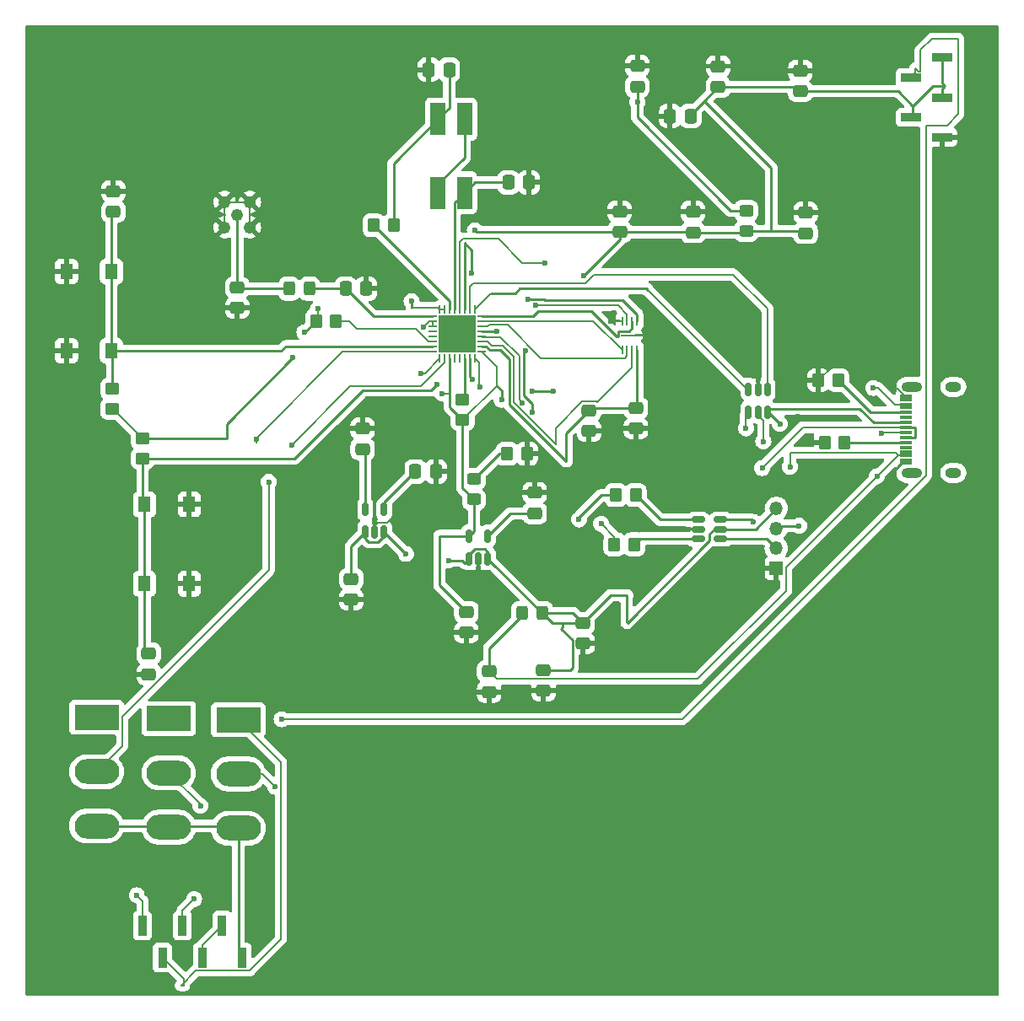
<source format=gbr>
%TF.GenerationSoftware,KiCad,Pcbnew,8.0.4*%
%TF.CreationDate,2024-11-12T16:15:12-06:00*%
%TF.ProjectId,mounted_system,6d6f756e-7465-4645-9f73-797374656d2e,rev?*%
%TF.SameCoordinates,Original*%
%TF.FileFunction,Copper,L1,Top*%
%TF.FilePolarity,Positive*%
%FSLAX46Y46*%
G04 Gerber Fmt 4.6, Leading zero omitted, Abs format (unit mm)*
G04 Created by KiCad (PCBNEW 8.0.4) date 2024-11-12 16:15:12*
%MOMM*%
%LPD*%
G01*
G04 APERTURE LIST*
G04 Aperture macros list*
%AMRoundRect*
0 Rectangle with rounded corners*
0 $1 Rounding radius*
0 $2 $3 $4 $5 $6 $7 $8 $9 X,Y pos of 4 corners*
0 Add a 4 corners polygon primitive as box body*
4,1,4,$2,$3,$4,$5,$6,$7,$8,$9,$2,$3,0*
0 Add four circle primitives for the rounded corners*
1,1,$1+$1,$2,$3*
1,1,$1+$1,$4,$5*
1,1,$1+$1,$6,$7*
1,1,$1+$1,$8,$9*
0 Add four rect primitives between the rounded corners*
20,1,$1+$1,$2,$3,$4,$5,0*
20,1,$1+$1,$4,$5,$6,$7,0*
20,1,$1+$1,$6,$7,$8,$9,0*
20,1,$1+$1,$8,$9,$2,$3,0*%
G04 Aperture macros list end*
%TA.AperFunction,SMDPad,CuDef*%
%ADD10RoundRect,0.250000X0.337500X0.475000X-0.337500X0.475000X-0.337500X-0.475000X0.337500X-0.475000X0*%
%TD*%
%TA.AperFunction,SMDPad,CuDef*%
%ADD11R,1.300000X1.550000*%
%TD*%
%TA.AperFunction,SMDPad,CuDef*%
%ADD12RoundRect,0.250000X0.350000X0.450000X-0.350000X0.450000X-0.350000X-0.450000X0.350000X-0.450000X0*%
%TD*%
%TA.AperFunction,SMDPad,CuDef*%
%ADD13RoundRect,0.250000X-0.450000X0.325000X-0.450000X-0.325000X0.450000X-0.325000X0.450000X0.325000X0*%
%TD*%
%TA.AperFunction,SMDPad,CuDef*%
%ADD14RoundRect,0.250000X-0.450000X0.350000X-0.450000X-0.350000X0.450000X-0.350000X0.450000X0.350000X0*%
%TD*%
%TA.AperFunction,SMDPad,CuDef*%
%ADD15RoundRect,0.250000X0.475000X-0.337500X0.475000X0.337500X-0.475000X0.337500X-0.475000X-0.337500X0*%
%TD*%
%TA.AperFunction,SMDPad,CuDef*%
%ADD16RoundRect,0.150000X-0.512500X-0.150000X0.512500X-0.150000X0.512500X0.150000X-0.512500X0.150000X0*%
%TD*%
%TA.AperFunction,ComponentPad*%
%ADD17R,4.500000X2.500000*%
%TD*%
%TA.AperFunction,ComponentPad*%
%ADD18O,4.500000X2.500000*%
%TD*%
%TA.AperFunction,SMDPad,CuDef*%
%ADD19RoundRect,0.250000X-0.475000X0.337500X-0.475000X-0.337500X0.475000X-0.337500X0.475000X0.337500X0*%
%TD*%
%TA.AperFunction,SMDPad,CuDef*%
%ADD20RoundRect,0.250000X-0.350000X-0.450000X0.350000X-0.450000X0.350000X0.450000X-0.350000X0.450000X0*%
%TD*%
%TA.AperFunction,SMDPad,CuDef*%
%ADD21RoundRect,0.250000X0.325000X0.450000X-0.325000X0.450000X-0.325000X-0.450000X0.325000X-0.450000X0*%
%TD*%
%TA.AperFunction,SMDPad,CuDef*%
%ADD22RoundRect,0.150000X-0.150000X0.512500X-0.150000X-0.512500X0.150000X-0.512500X0.150000X0.512500X0*%
%TD*%
%TA.AperFunction,SMDPad,CuDef*%
%ADD23RoundRect,0.250000X-0.337500X-0.475000X0.337500X-0.475000X0.337500X0.475000X-0.337500X0.475000X0*%
%TD*%
%TA.AperFunction,SMDPad,CuDef*%
%ADD24RoundRect,0.250000X0.450000X-0.350000X0.450000X0.350000X-0.450000X0.350000X-0.450000X-0.350000X0*%
%TD*%
%TA.AperFunction,SMDPad,CuDef*%
%ADD25R,1.540000X3.300000*%
%TD*%
%TA.AperFunction,ComponentPad*%
%ADD26C,1.240000*%
%TD*%
%TA.AperFunction,SMDPad,CuDef*%
%ADD27RoundRect,0.150000X0.150000X-0.512500X0.150000X0.512500X-0.150000X0.512500X-0.150000X-0.512500X0*%
%TD*%
%TA.AperFunction,SMDPad,CuDef*%
%ADD28R,0.900000X2.000000*%
%TD*%
%TA.AperFunction,SMDPad,CuDef*%
%ADD29RoundRect,0.062500X-0.337500X-0.062500X0.337500X-0.062500X0.337500X0.062500X-0.337500X0.062500X0*%
%TD*%
%TA.AperFunction,SMDPad,CuDef*%
%ADD30RoundRect,0.062500X-0.062500X-0.337500X0.062500X-0.337500X0.062500X0.337500X-0.062500X0.337500X0*%
%TD*%
%TA.AperFunction,HeatsinkPad*%
%ADD31R,3.700000X3.700000*%
%TD*%
%TA.AperFunction,SMDPad,CuDef*%
%ADD32RoundRect,0.250000X-0.325000X-0.450000X0.325000X-0.450000X0.325000X0.450000X-0.325000X0.450000X0*%
%TD*%
%TA.AperFunction,ComponentPad*%
%ADD33R,1.350000X1.350000*%
%TD*%
%TA.AperFunction,ComponentPad*%
%ADD34O,1.350000X1.350000*%
%TD*%
%TA.AperFunction,SMDPad,CuDef*%
%ADD35R,2.000000X0.900000*%
%TD*%
%TA.AperFunction,SMDPad,CuDef*%
%ADD36RoundRect,0.250000X0.450000X-0.325000X0.450000X0.325000X-0.450000X0.325000X-0.450000X-0.325000X0*%
%TD*%
%TA.AperFunction,SMDPad,CuDef*%
%ADD37R,0.254000X0.812800*%
%TD*%
%TA.AperFunction,SMDPad,CuDef*%
%ADD38R,1.651000X0.254000*%
%TD*%
%TA.AperFunction,SMDPad,CuDef*%
%ADD39R,1.150000X0.300000*%
%TD*%
%TA.AperFunction,ComponentPad*%
%ADD40O,2.100000X1.000000*%
%TD*%
%TA.AperFunction,ComponentPad*%
%ADD41O,1.600000X1.000000*%
%TD*%
%TA.AperFunction,ViaPad*%
%ADD42C,0.600000*%
%TD*%
%TA.AperFunction,Conductor*%
%ADD43C,0.254000*%
%TD*%
%TA.AperFunction,Conductor*%
%ADD44C,0.200000*%
%TD*%
G04 APERTURE END LIST*
D10*
%TO.P,C6,1*%
%TO.N,+3.3V*%
X109159500Y-38184000D03*
%TO.P,C6,2*%
%TO.N,GND*%
X107084500Y-38184000D03*
%TD*%
D11*
%TO.P,SW2,1,1*%
%TO.N,/CHIP_EN*%
X51018000Y-53805000D03*
X51018000Y-61765000D03*
%TO.P,SW2,2,2*%
%TO.N,GND*%
X46518000Y-53805000D03*
X46518000Y-61765000D03*
%TD*%
D12*
%TO.P,R12,1*%
%TO.N,Net-(J3-CC1)*%
X124623000Y-70950000D03*
%TO.P,R12,2*%
%TO.N,GND*%
X122623000Y-70950000D03*
%TD*%
D13*
%TO.P,D2,1,K*%
%TO.N,Net-(D2-K)*%
X87412000Y-74644000D03*
%TO.P,D2,2,A*%
%TO.N,+3.3V*%
X87412000Y-76694000D03*
%TD*%
D12*
%TO.P,R6,1*%
%TO.N,Net-(R6-Pad1)*%
X103509000Y-81205000D03*
%TO.P,R6,2*%
%TO.N,/UART0_TX*%
X101509000Y-81205000D03*
%TD*%
D14*
%TO.P,R4,1*%
%TO.N,+3.3V*%
X54138000Y-70569000D03*
%TO.P,R4,2*%
%TO.N,/BOOT*%
X54138000Y-72569000D03*
%TD*%
D15*
%TO.P,C7,1*%
%TO.N,+3.3V*%
X111923000Y-35263000D03*
%TO.P,C7,2*%
%TO.N,GND*%
X111923000Y-33188000D03*
%TD*%
D16*
%TO.P,U3,1,I/O1*%
%TO.N,Net-(R7-Pad1)*%
X109896500Y-78731000D03*
%TO.P,U3,2,GND*%
%TO.N,GND*%
X109896500Y-79681000D03*
%TO.P,U3,3,I/O2*%
%TO.N,Net-(R6-Pad1)*%
X109896500Y-80631000D03*
%TO.P,U3,4,I/O2*%
%TO.N,Net-(J1-Pin_2)*%
X112171500Y-80631000D03*
%TO.P,U3,5,VBUS*%
%TO.N,/VDD_BUSF*%
X112171500Y-79681000D03*
%TO.P,U3,6,I/O1*%
%TO.N,Net-(J1-Pin_3)*%
X112171500Y-78731000D03*
%TD*%
D17*
%TO.P,Q1,1,D*%
%TO.N,/R*%
X63754000Y-98806000D03*
D18*
%TO.P,Q1,2,G*%
%TO.N,/LED1*%
X63754000Y-104256000D03*
%TO.P,Q1,3,S*%
%TO.N,/B-*%
X63754000Y-109706000D03*
%TD*%
D19*
%TO.P,C18,1*%
%TO.N,/VDD_SPI*%
X103668000Y-67478000D03*
%TO.P,C18,2*%
%TO.N,GND*%
X103668000Y-69553000D03*
%TD*%
D15*
%TO.P,C12,1*%
%TO.N,+3.3V*%
X102032000Y-49832500D03*
%TO.P,C12,2*%
%TO.N,GND*%
X102032000Y-47757500D03*
%TD*%
D20*
%TO.P,R1,1*%
%TO.N,+3.3V*%
X71569000Y-58758000D03*
%TO.P,R1,2*%
%TO.N,Net-(U1-GPIO2)*%
X73569000Y-58758000D03*
%TD*%
D21*
%TO.P,L3,1,1*%
%TO.N,/LNA_IN*%
X70908000Y-55526000D03*
%TO.P,L3,2,2*%
%TO.N,Net-(J2-In)*%
X68858000Y-55526000D03*
%TD*%
D19*
%TO.P,C13,1*%
%TO.N,/VDD_BUSF*%
X94397000Y-93821000D03*
%TO.P,C13,2*%
%TO.N,GND*%
X94397000Y-95896000D03*
%TD*%
D15*
%TO.P,C3,1*%
%TO.N,/CHIP_EN*%
X51217000Y-47795000D03*
%TO.P,C3,2*%
%TO.N,GND*%
X51217000Y-45720000D03*
%TD*%
%TO.P,C8,1*%
%TO.N,+3.3V*%
X109398000Y-49870000D03*
%TO.P,C8,2*%
%TO.N,GND*%
X109398000Y-47795000D03*
%TD*%
D19*
%TO.P,C2,1*%
%TO.N,/BOOT*%
X54773000Y-92159000D03*
%TO.P,C2,2*%
%TO.N,GND*%
X54773000Y-94234000D03*
%TD*%
D20*
%TO.P,R3,1*%
%TO.N,/XTAL_P*%
X77334000Y-49162000D03*
%TO.P,R3,2*%
%TO.N,Net-(C1-Pad1)*%
X79334000Y-49162000D03*
%TD*%
D12*
%TO.P,R7,1*%
%TO.N,Net-(R7-Pad1)*%
X103636000Y-76252000D03*
%TO.P,R7,2*%
%TO.N,/UART0_RX*%
X101636000Y-76252000D03*
%TD*%
D22*
%TO.P,U7,1,I/O1*%
%TO.N,/USB_D+*%
X116876000Y-65627000D03*
%TO.P,U7,2,GND*%
%TO.N,GND*%
X115926000Y-65627000D03*
%TO.P,U7,3,I/O2*%
%TO.N,/USB_D-*%
X114976000Y-65627000D03*
%TO.P,U7,4,I/O2*%
%TO.N,Net-(J3-D--PadA7)*%
X114976000Y-67902000D03*
%TO.P,U7,5,VBUS*%
%TO.N,VBUS*%
X115926000Y-67902000D03*
%TO.P,U7,6,I/O1*%
%TO.N,Net-(J3-D+-PadA6)*%
X116876000Y-67902000D03*
%TD*%
D19*
%TO.P,C11,1*%
%TO.N,VBUS*%
X88936000Y-93948000D03*
%TO.P,C11,2*%
%TO.N,GND*%
X88936000Y-96023000D03*
%TD*%
D23*
%TO.P,C20,1*%
%TO.N,Net-(U4-BP)*%
X81527000Y-73882000D03*
%TO.P,C20,2*%
%TO.N,GND*%
X83602000Y-73882000D03*
%TD*%
D15*
%TO.P,C9,1*%
%TO.N,+3.3V*%
X120178000Y-35687000D03*
%TO.P,C9,2*%
%TO.N,GND*%
X120178000Y-33612000D03*
%TD*%
D24*
%TO.P,R2,1*%
%TO.N,+3.3V*%
X86269000Y-68705000D03*
%TO.P,R2,2*%
%TO.N,Net-(U1-GPIO8)*%
X86269000Y-66705000D03*
%TD*%
D19*
%TO.P,C14,1*%
%TO.N,/VDD_SPI*%
X98969000Y-67732000D03*
%TO.P,C14,2*%
%TO.N,GND*%
X98969000Y-69807000D03*
%TD*%
D15*
%TO.P,C10,1*%
%TO.N,/VDD_RF*%
X103810000Y-35227500D03*
%TO.P,C10,2*%
%TO.N,GND*%
X103810000Y-33152500D03*
%TD*%
D23*
%TO.P,C16,1*%
%TO.N,/LNA_IN*%
X74530000Y-55526000D03*
%TO.P,C16,2*%
%TO.N,GND*%
X76605000Y-55526000D03*
%TD*%
D25*
%TO.P,Y1,1,1*%
%TO.N,Net-(C1-Pad1)*%
X83806000Y-38494000D03*
%TO.P,Y1,2,2*%
%TO.N,Net-(Y1-Pad2)*%
X83806000Y-45894000D03*
%TO.P,Y1,3,3*%
%TO.N,/XTAL_N*%
X86446000Y-45894000D03*
%TO.P,Y1,4,4*%
%TO.N,Net-(Y1-Pad2)*%
X86446000Y-38494000D03*
%TD*%
D26*
%TO.P,J2,1,In*%
%TO.N,Net-(J2-In)*%
X63663000Y-48090000D03*
%TO.P,J2,2,Ext*%
%TO.N,GND*%
X64933000Y-49360000D03*
X64933000Y-46820000D03*
X62393000Y-49360000D03*
X62393000Y-46820000D03*
%TD*%
D17*
%TO.P,Q2,1,D*%
%TO.N,/G*%
X56769000Y-98701000D03*
D18*
%TO.P,Q2,2,G*%
%TO.N,/LED2*%
X56769000Y-104151000D03*
%TO.P,Q2,3,S*%
%TO.N,/B-*%
X56769000Y-109601000D03*
%TD*%
D15*
%TO.P,C5,1*%
%TO.N,+3.3V*%
X120701000Y-49959500D03*
%TO.P,C5,2*%
%TO.N,GND*%
X120701000Y-47884500D03*
%TD*%
D24*
%TO.P,R5,1*%
%TO.N,+3.3V*%
X51090000Y-67591000D03*
%TO.P,R5,2*%
%TO.N,/CHIP_EN*%
X51090000Y-65591000D03*
%TD*%
D20*
%TO.P,R8,1*%
%TO.N,Net-(D2-K)*%
X90746000Y-72104000D03*
%TO.P,R8,2*%
%TO.N,GND*%
X92746000Y-72104000D03*
%TD*%
D27*
%TO.P,U5,1,IN*%
%TO.N,/VDD_BUSF*%
X86909000Y-82634000D03*
%TO.P,U5,2,GND*%
%TO.N,GND*%
X87859000Y-82634000D03*
%TO.P,U5,3,EN*%
%TO.N,/VDD_BUSF*%
X88809000Y-82634000D03*
%TO.P,U5,4,BP*%
%TO.N,Net-(U5-BP)*%
X88809000Y-80359000D03*
%TO.P,U5,5,OUT*%
%TO.N,+3.3V*%
X86909000Y-80359000D03*
%TD*%
D28*
%TO.P,J5,1,Pin_1*%
%TO.N,/B-*%
X64135000Y-122682000D03*
%TO.P,J5,2,Pin_2*%
%TO.N,/B+*%
X62135000Y-119482000D03*
%TO.P,J5,3,Pin_3*%
X60135000Y-122682000D03*
%TO.P,J5,4,Pin_4*%
%TO.N,/G*%
X58135000Y-119482000D03*
%TO.P,J5,5,Pin_5*%
%TO.N,/R*%
X56135000Y-122682000D03*
%TO.P,J5,6,Pin_6*%
%TO.N,/B*%
X54135000Y-119482000D03*
%TD*%
D15*
%TO.P,C21,1*%
%TO.N,Net-(U5-BP)*%
X93508000Y-78094500D03*
%TO.P,C21,2*%
%TO.N,GND*%
X93508000Y-76019500D03*
%TD*%
D29*
%TO.P,U1,1,LNA_IN*%
%TO.N,/LNA_IN*%
X83275000Y-58315000D03*
%TO.P,U1,2,VDD3P3*%
%TO.N,/VDD_RF*%
X83275000Y-58815000D03*
%TO.P,U1,3,VDD3P3*%
X83275000Y-59315000D03*
%TO.P,U1,4,XTAL_32K_P*%
%TO.N,unconnected-(U1-XTAL_32K_P-Pad4)*%
X83275000Y-59815000D03*
%TO.P,U1,5,XTAL_32K_N*%
%TO.N,unconnected-(U1-XTAL_32K_N-Pad5)*%
X83275000Y-60315000D03*
%TO.P,U1,6,GPIO2*%
%TO.N,Net-(U1-GPIO2)*%
X83275000Y-60815000D03*
%TO.P,U1,7,CHIP_EN*%
%TO.N,/CHIP_EN*%
X83275000Y-61315000D03*
%TO.P,U1,8,GPIO3*%
%TO.N,/LED1*%
X83275000Y-61815000D03*
D30*
%TO.P,U1,9,MTMS*%
%TO.N,/LED3*%
X83975000Y-62515000D03*
%TO.P,U1,10,MTDI*%
%TO.N,/MICOUT*%
X84475000Y-62515000D03*
%TO.P,U1,11,VDD3P3_RTC*%
%TO.N,+3.3V*%
X84975000Y-62515000D03*
%TO.P,U1,12,MTCK*%
%TO.N,unconnected-(U1-MTCK-Pad12)*%
X85475000Y-62515000D03*
%TO.P,U1,13,MTDO*%
%TO.N,unconnected-(U1-MTDO-Pad13)*%
X85975000Y-62515000D03*
%TO.P,U1,14,GPIO8*%
%TO.N,Net-(U1-GPIO8)*%
X86475000Y-62515000D03*
%TO.P,U1,15,GPIO9*%
%TO.N,/BOOT*%
X86975000Y-62515000D03*
%TO.P,U1,16,GPIO10*%
%TO.N,/LED2*%
X87475000Y-62515000D03*
D29*
%TO.P,U1,17,VDD3P3_CPU*%
%TO.N,+3.3V*%
X88175000Y-61815000D03*
%TO.P,U1,18,VDD_SPI*%
%TO.N,/VDD_SPI*%
X88175000Y-61315000D03*
%TO.P,U1,19,SPIHD*%
%TO.N,/SPI_HD*%
X88175000Y-60815000D03*
%TO.P,U1,20,SPIWP*%
%TO.N,/SPI_WP*%
X88175000Y-60315000D03*
%TO.P,U1,21,SPICS0*%
%TO.N,/SPI_CS0*%
X88175000Y-59815000D03*
%TO.P,U1,22,SPICLK*%
%TO.N,/SPI_CLK*%
X88175000Y-59315000D03*
%TO.P,U1,23,SPID*%
%TO.N,/SPI_D*%
X88175000Y-58815000D03*
%TO.P,U1,24,SPIQ*%
%TO.N,/SPI_Q*%
X88175000Y-58315000D03*
D30*
%TO.P,U1,25,GPIO18*%
%TO.N,/USB_D-*%
X87475000Y-57615000D03*
%TO.P,U1,26,GPIO19*%
%TO.N,/USB_D+*%
X86975000Y-57615000D03*
%TO.P,U1,27,U0RXD*%
%TO.N,/UART0_RX*%
X86475000Y-57615000D03*
%TO.P,U1,28,U0TXD*%
%TO.N,/UART0_TX*%
X85975000Y-57615000D03*
%TO.P,U1,29,XTAL_N*%
%TO.N,/XTAL_N*%
X85475000Y-57615000D03*
%TO.P,U1,30,XTAL_P*%
%TO.N,/XTAL_P*%
X84975000Y-57615000D03*
%TO.P,U1,31,VDDA*%
%TO.N,+3.3V*%
X84475000Y-57615000D03*
%TO.P,U1,32,VDDA*%
X83975000Y-57615000D03*
D31*
%TO.P,U1,33,GND*%
%TO.N,GND*%
X85725000Y-60065000D03*
%TD*%
D19*
%TO.P,C19,1*%
%TO.N,Net-(J2-In)*%
X63651000Y-55399000D03*
%TO.P,C19,2*%
%TO.N,GND*%
X63651000Y-57474000D03*
%TD*%
D15*
%TO.P,C22,1*%
%TO.N,+1V8*%
X76236000Y-71639000D03*
%TO.P,C22,2*%
%TO.N,GND*%
X76236000Y-69564000D03*
%TD*%
D32*
%TO.P,L2,1,1*%
%TO.N,VBUS*%
X92220000Y-88106000D03*
%TO.P,L2,2,2*%
%TO.N,/VDD_BUSF*%
X94270000Y-88106000D03*
%TD*%
D33*
%TO.P,J1,1,Pin_1*%
%TO.N,GND*%
X117765000Y-83586000D03*
D34*
%TO.P,J1,2,Pin_2*%
%TO.N,Net-(J1-Pin_2)*%
X117765000Y-81586000D03*
%TO.P,J1,3,Pin_3*%
%TO.N,Net-(J1-Pin_3)*%
X117765000Y-79586000D03*
%TO.P,J1,4,Pin_4*%
%TO.N,/VDD_BUSF*%
X117765000Y-77586000D03*
%TD*%
D35*
%TO.P,J4,1,Pin_1*%
%TO.N,+3.3V*%
X134442000Y-32322000D03*
%TO.P,J4,2,Pin_2*%
%TO.N,/MICOUT*%
X131242000Y-34322000D03*
%TO.P,J4,3,Pin_3*%
%TO.N,+3.3V*%
X134442000Y-36322000D03*
%TO.P,J4,4,Pin_4*%
X131242000Y-38322000D03*
%TO.P,J4,5,Pin_5*%
%TO.N,GND*%
X134442000Y-40322000D03*
%TD*%
D36*
%TO.P,L1,1,1*%
%TO.N,+3.3V*%
X114732000Y-49736000D03*
%TO.P,L1,2,2*%
%TO.N,/VDD_RF*%
X114732000Y-47686000D03*
%TD*%
D37*
%TO.P,U2,1,/CS*%
%TO.N,/SPI_CS0*%
X103783001Y-58779400D03*
%TO.P,U2,2,DO(IO1)*%
%TO.N,/SPI_Q*%
X103283000Y-58779400D03*
%TO.P,U2,3,/WP(IO2)*%
%TO.N,/SPI_WP*%
X102783000Y-58779400D03*
%TO.P,U2,4,GND*%
%TO.N,GND*%
X102282999Y-58779400D03*
%TO.P,U2,5,DI(IO0)*%
%TO.N,/SPI_D*%
X102282999Y-61675000D03*
%TO.P,U2,6,CLK*%
%TO.N,/SPI_CLK*%
X102783000Y-61675000D03*
%TO.P,U2,7,/HOLDOR/RESET(IO3)*%
%TO.N,/SPI_HD*%
X103283000Y-61675000D03*
%TO.P,U2,8,VCC*%
%TO.N,/VDD_SPI*%
X103783001Y-61675000D03*
D38*
%TO.P,U2,9,EPAD*%
%TO.N,GND*%
X103033000Y-60227200D03*
%TD*%
D19*
%TO.P,C17,1*%
%TO.N,/VDD_BUSF*%
X75093000Y-84677000D03*
%TO.P,C17,2*%
%TO.N,GND*%
X75093000Y-86752000D03*
%TD*%
D10*
%TO.P,C1,1*%
%TO.N,Net-(C1-Pad1)*%
X84922000Y-33541000D03*
%TO.P,C1,2*%
%TO.N,GND*%
X82847000Y-33541000D03*
%TD*%
D17*
%TO.P,Q3,1,D*%
%TO.N,/B*%
X49530000Y-98574000D03*
D18*
%TO.P,Q3,2,G*%
%TO.N,/LED3*%
X49530000Y-104024000D03*
%TO.P,Q3,3,S*%
%TO.N,/B-*%
X49530000Y-109474000D03*
%TD*%
D19*
%TO.P,C15,1*%
%TO.N,/VDD_BUSF*%
X98334000Y-89079000D03*
%TO.P,C15,2*%
%TO.N,GND*%
X98334000Y-91154000D03*
%TD*%
%TO.P,C23,1*%
%TO.N,+3.3V*%
X86650000Y-87979000D03*
%TO.P,C23,2*%
%TO.N,GND*%
X86650000Y-90054000D03*
%TD*%
D11*
%TO.P,SW1,1,1*%
%TO.N,/BOOT*%
X54337000Y-85165000D03*
X54337000Y-77205000D03*
%TO.P,SW1,2,2*%
%TO.N,GND*%
X58837000Y-85165000D03*
X58837000Y-77205000D03*
%TD*%
D12*
%TO.P,R13,1*%
%TO.N,Net-(J3-CC2)*%
X123988000Y-64727000D03*
%TO.P,R13,2*%
%TO.N,GND*%
X121988000Y-64727000D03*
%TD*%
D39*
%TO.P,J3,A1,GND*%
%TO.N,GND*%
X130797000Y-73061000D03*
%TO.P,J3,A4,VBUS*%
%TO.N,VBUS*%
X130797000Y-72261000D03*
%TO.P,J3,A5,CC1*%
%TO.N,Net-(J3-CC1)*%
X130797000Y-70961000D03*
%TO.P,J3,A6,D+*%
%TO.N,Net-(J3-D+-PadA6)*%
X130797000Y-69961000D03*
%TO.P,J3,A7,D-*%
%TO.N,Net-(J3-D--PadA7)*%
X130797000Y-69461000D03*
%TO.P,J3,A8,SBU1*%
%TO.N,unconnected-(J3-SBU1-PadA8)*%
X130797000Y-68461000D03*
%TO.P,J3,A9,VBUS*%
%TO.N,VBUS*%
X130797000Y-67161000D03*
%TO.P,J3,A12,GND*%
%TO.N,GND*%
X130797000Y-66361000D03*
%TO.P,J3,B1,GND*%
X130797000Y-66661000D03*
%TO.P,J3,B4,VBUS*%
%TO.N,VBUS*%
X130797000Y-67461000D03*
%TO.P,J3,B5,CC2*%
%TO.N,Net-(J3-CC2)*%
X130797000Y-67961000D03*
%TO.P,J3,B6,D+*%
%TO.N,Net-(J3-D+-PadA6)*%
X130797000Y-68961000D03*
%TO.P,J3,B7,D-*%
%TO.N,Net-(J3-D--PadA7)*%
X130797000Y-70461000D03*
%TO.P,J3,B8,SBU2*%
%TO.N,unconnected-(J3-SBU2-PadB8)*%
X130797000Y-71461000D03*
%TO.P,J3,B9,VBUS*%
%TO.N,VBUS*%
X130797000Y-71961000D03*
%TO.P,J3,B12,GND*%
%TO.N,GND*%
X130797000Y-72761000D03*
D40*
%TO.P,J3,S1,SHIELD*%
%TO.N,unconnected-(J3-SHIELD-PadS1)_1*%
X131362000Y-74031000D03*
D41*
%TO.N,unconnected-(J3-SHIELD-PadS1)*%
X135542000Y-74031000D03*
D40*
%TO.N,unconnected-(J3-SHIELD-PadS1)_2*%
X131362000Y-65391000D03*
D41*
%TO.N,unconnected-(J3-SHIELD-PadS1)_3*%
X135542000Y-65391000D03*
%TD*%
D23*
%TO.P,C4,1*%
%TO.N,/XTAL_N*%
X90848000Y-44844000D03*
%TO.P,C4,2*%
%TO.N,GND*%
X92923000Y-44844000D03*
%TD*%
D27*
%TO.P,U4,1,IN*%
%TO.N,/VDD_BUSF*%
X76495000Y-79967000D03*
%TO.P,U4,2,GND*%
%TO.N,GND*%
X77445000Y-79967000D03*
%TO.P,U4,3,EN*%
%TO.N,/VDD_BUSF*%
X78395000Y-79967000D03*
%TO.P,U4,4,BP*%
%TO.N,Net-(U4-BP)*%
X78395000Y-77692000D03*
%TO.P,U4,5,OUT*%
%TO.N,+1V8*%
X76495000Y-77692000D03*
%TD*%
D42*
%TO.N,GND*%
X115500000Y-64000000D03*
X128750000Y-63250000D03*
X87000000Y-84500000D03*
X120904000Y-70739000D03*
X101092000Y-58801000D03*
X119888000Y-68326000D03*
X106500000Y-61250000D03*
X85725000Y-60198000D03*
X84250000Y-77500000D03*
X101473000Y-57912000D03*
X124587000Y-73787000D03*
X127000000Y-77089000D03*
X101473000Y-52959000D03*
X100965000Y-58166000D03*
%TO.N,/BOOT*%
X87285000Y-64600000D03*
X83729000Y-65108000D03*
%TO.N,+3.3V*%
X98425000Y-54229000D03*
X84201000Y-66040000D03*
X81153000Y-56769000D03*
X70394000Y-59901000D03*
X95377000Y-65786000D03*
X87503000Y-49657000D03*
X81153000Y-56769000D03*
X71755000Y-57531000D03*
X84201000Y-66040000D03*
X90170000Y-66675000D03*
X87503000Y-49657000D03*
X84201000Y-66040000D03*
X69251000Y-62441000D03*
X90170000Y-66675000D03*
X93289000Y-65786000D03*
%TO.N,/VDD_RF*%
X103810000Y-36764000D03*
X82313072Y-59418928D03*
%TO.N,VBUS*%
X127866500Y-74366500D03*
X116459000Y-70866000D03*
X119126000Y-73406000D03*
X127500000Y-65500000D03*
%TO.N,/VDD_BUSF*%
X80589000Y-82161000D03*
X84836000Y-82804000D03*
%TO.N,Net-(J1-Pin_3)*%
X120051000Y-79332000D03*
X115479000Y-78951000D03*
%TO.N,Net-(J3-D+-PadA6)*%
X118110000Y-69088000D03*
X128270000Y-70061000D03*
%TO.N,Net-(J3-D--PadA7)*%
X116332000Y-73533000D03*
X114717000Y-69553000D03*
%TO.N,/MICOUT*%
X68108000Y-98763000D03*
X69124000Y-71204000D03*
%TO.N,/B*%
X53557000Y-116443000D03*
%TO.N,/G*%
X59319000Y-116819000D03*
%TO.N,/LED1*%
X65532000Y-70612000D03*
X67437000Y-105537000D03*
%TO.N,/LED2*%
X59944000Y-107442000D03*
X88011000Y-65405000D03*
%TO.N,/LED3*%
X82042000Y-64008000D03*
X66802000Y-74930000D03*
%TO.N,/UART0_TX*%
X94488000Y-52959000D03*
X100175500Y-79141500D03*
%TO.N,/UART0_RX*%
X92581784Y-61769216D03*
X93254000Y-67902000D03*
X97953000Y-78697000D03*
X87158000Y-53932000D03*
%TO.N,/SPI_CS0*%
X89698000Y-59773072D03*
X92837000Y-56564000D03*
%TO.N,/SPI_WP*%
X93599000Y-57191000D03*
X92265700Y-66985300D03*
%TD*%
D43*
%TO.N,Net-(C1-Pad1)*%
X84922000Y-33541000D02*
X84922000Y-37378000D01*
X84922000Y-37378000D02*
X83806000Y-38494000D01*
X79334000Y-49162000D02*
X79334000Y-42966000D01*
X79334000Y-42966000D02*
X83806000Y-38494000D01*
D44*
%TO.N,GND*%
X102282999Y-58779400D02*
X101113600Y-58779400D01*
X77445000Y-79304501D02*
X77445000Y-79967000D01*
X128750000Y-63250000D02*
X128750000Y-64460371D01*
X130797000Y-66361000D02*
X130797000Y-66661000D01*
D43*
X130797000Y-72761000D02*
X130797000Y-73061000D01*
X127000000Y-76433000D02*
X127000000Y-77089000D01*
D44*
X79990052Y-77750000D02*
X78735552Y-79004500D01*
X64933000Y-46820000D02*
X62393000Y-46820000D01*
X101113600Y-58779400D02*
X101092000Y-58801000D01*
X87859000Y-82634000D02*
X87859000Y-83641000D01*
X106500000Y-61250000D02*
X105477200Y-60227200D01*
X64933000Y-49360000D02*
X64933000Y-46820000D01*
X121115000Y-70950000D02*
X120904000Y-70739000D01*
X77745001Y-79004500D02*
X77445000Y-79304501D01*
X130650629Y-66361000D02*
X130797000Y-66361000D01*
X78735552Y-79004500D02*
X77745001Y-79004500D01*
X128750000Y-64460371D02*
X130650629Y-66361000D01*
D43*
X130372000Y-73061000D02*
X127000000Y-76433000D01*
D44*
X84000000Y-77750000D02*
X79990052Y-77750000D01*
X62393000Y-46820000D02*
X62393000Y-49360000D01*
X105477200Y-60227200D02*
X103033000Y-60227200D01*
X121988000Y-64727000D02*
X123465000Y-63250000D01*
X122623000Y-70950000D02*
X121115000Y-70950000D01*
X87859000Y-83641000D02*
X87000000Y-84500000D01*
X84250000Y-77500000D02*
X84000000Y-77750000D01*
D43*
X130797000Y-73061000D02*
X130372000Y-73061000D01*
D44*
X123465000Y-63250000D02*
X128750000Y-63250000D01*
D43*
%TO.N,/BOOT*%
X87285000Y-64600000D02*
X86975000Y-64290000D01*
X54337000Y-85165000D02*
X54337000Y-91723000D01*
X83094000Y-65743000D02*
X83729000Y-65108000D01*
X54138000Y-77006000D02*
X54337000Y-77205000D01*
X69410000Y-72569000D02*
X76236000Y-65743000D01*
X54138000Y-72569000D02*
X69410000Y-72569000D01*
X86975000Y-64290000D02*
X86975000Y-62515000D01*
X54337000Y-91723000D02*
X54773000Y-92159000D01*
X54138000Y-72569000D02*
X54138000Y-77006000D01*
X76236000Y-65743000D02*
X83094000Y-65743000D01*
X54337000Y-77205000D02*
X54337000Y-85165000D01*
%TO.N,/CHIP_EN*%
X51090000Y-61837000D02*
X51018000Y-61765000D01*
X68517000Y-61315000D02*
X83275000Y-61315000D01*
X51018000Y-61765000D02*
X68067000Y-61765000D01*
X68067000Y-61765000D02*
X68517000Y-61315000D01*
X51018000Y-53805000D02*
X51018000Y-61765000D01*
X51018000Y-47994000D02*
X51217000Y-47795000D01*
X51090000Y-65591000D02*
X51090000Y-61837000D01*
X51018000Y-53805000D02*
X51018000Y-47994000D01*
%TO.N,/XTAL_N*%
X87496000Y-44844000D02*
X86446000Y-45894000D01*
X86446000Y-45894000D02*
X85475000Y-46865000D01*
X90848000Y-44844000D02*
X87496000Y-44844000D01*
X85475000Y-46865000D02*
X85475000Y-57615000D01*
%TO.N,+3.3V*%
X70426000Y-59901000D02*
X71569000Y-58758000D01*
D44*
X83788144Y-57428144D02*
X81153000Y-57428144D01*
X89698000Y-65276000D02*
X86269000Y-68705000D01*
D43*
X93345000Y-65842000D02*
X93289000Y-65786000D01*
X87678500Y-49832500D02*
X87503000Y-49657000D01*
X81153000Y-56769000D02*
X81153000Y-57428144D01*
X133481000Y-35168000D02*
X134681000Y-35168000D01*
X109159500Y-38184000D02*
X109159500Y-38026500D01*
X86269000Y-75551000D02*
X87412000Y-76694000D01*
X114732000Y-49736000D02*
X117257000Y-49736000D01*
X134442000Y-34929000D02*
X134442000Y-32322000D01*
D44*
X89698000Y-63338000D02*
X89698000Y-65276000D01*
D43*
X134442000Y-35407000D02*
X134442000Y-36322000D01*
X84975000Y-64854000D02*
X84975000Y-62515000D01*
X54138000Y-70569000D02*
X62593000Y-70569000D01*
X90170000Y-65748000D02*
X89698000Y-65276000D01*
X109360500Y-49832500D02*
X109398000Y-49870000D01*
X131481000Y-37168000D02*
X133481000Y-35168000D01*
X130000000Y-35687000D02*
X131481000Y-37168000D01*
X131481000Y-38083000D02*
X131242000Y-38322000D01*
X120477500Y-49736000D02*
X120701000Y-49959500D01*
X90170000Y-66675000D02*
X90170000Y-65748000D01*
X102032000Y-50622000D02*
X98425000Y-54229000D01*
X86269000Y-68705000D02*
X84975000Y-67411000D01*
X62593000Y-69099000D02*
X69251000Y-62441000D01*
D44*
X83975000Y-57615000D02*
X83788144Y-57428144D01*
D43*
X134681000Y-35168000D02*
X134442000Y-35407000D01*
X109159500Y-38026500D02*
X110526000Y-36660000D01*
X87412000Y-76694000D02*
X87412000Y-79856000D01*
X110526000Y-36660000D02*
X111923000Y-35263000D01*
X102032000Y-49832500D02*
X109360500Y-49832500D01*
X83947000Y-85276000D02*
X83947000Y-80359000D01*
X109398000Y-49870000D02*
X114598000Y-49870000D01*
X117257000Y-43391000D02*
X117257000Y-49736000D01*
X131481000Y-37168000D02*
X131481000Y-38083000D01*
X70394000Y-59901000D02*
X70426000Y-59901000D01*
X84975000Y-67411000D02*
X84975000Y-66040000D01*
X102032000Y-49832500D02*
X102032000Y-50622000D01*
X114598000Y-49870000D02*
X114732000Y-49736000D01*
X62593000Y-70569000D02*
X62593000Y-69099000D01*
X93345000Y-65786000D02*
X93345000Y-65842000D01*
X117257000Y-49736000D02*
X120477500Y-49736000D01*
X95377000Y-65786000D02*
X93345000Y-65786000D01*
X111923000Y-35263000D02*
X119754000Y-35263000D01*
X86650000Y-87979000D02*
X83947000Y-85276000D01*
X93289000Y-65786000D02*
X93218000Y-65786000D01*
X87412000Y-79856000D02*
X86909000Y-80359000D01*
X86269000Y-68705000D02*
X86269000Y-75551000D01*
X84975000Y-66040000D02*
X84975000Y-64854000D01*
X102032000Y-49832500D02*
X87678500Y-49832500D01*
X110526000Y-36660000D02*
X117257000Y-43391000D01*
D44*
X51090000Y-67591000D02*
X51160000Y-67591000D01*
X88175000Y-61815000D02*
X89698000Y-63338000D01*
D43*
X134681000Y-35168000D02*
X134442000Y-34929000D01*
X119754000Y-35263000D02*
X120178000Y-35687000D01*
X120178000Y-35687000D02*
X130000000Y-35687000D01*
D44*
X71755000Y-58572000D02*
X71569000Y-58758000D01*
X84475000Y-57615000D02*
X83975000Y-57615000D01*
X71755000Y-57531000D02*
X71755000Y-58572000D01*
X51160000Y-67591000D02*
X54138000Y-70569000D01*
D43*
X83947000Y-80359000D02*
X86909000Y-80359000D01*
D44*
X84201000Y-66040000D02*
X84975000Y-66040000D01*
D43*
%TO.N,/VDD_RF*%
X103810000Y-36764000D02*
X103810000Y-38310000D01*
X103810000Y-35227500D02*
X103810000Y-36764000D01*
D44*
X83275000Y-58815000D02*
X82917000Y-58815000D01*
D43*
X103810000Y-38310000D02*
X113186000Y-47686000D01*
D44*
X83275000Y-58815000D02*
X83275000Y-59315000D01*
X82917000Y-58815000D02*
X82313072Y-59418928D01*
D43*
X113186000Y-47686000D02*
X114732000Y-47686000D01*
D44*
%TO.N,VBUS*%
X127500000Y-65500000D02*
X128000000Y-65500000D01*
X115926000Y-68255052D02*
X115926000Y-67902000D01*
D43*
X130797000Y-71961000D02*
X130797000Y-72261000D01*
X131209222Y-72261000D02*
X130797000Y-72261000D01*
D44*
X129972000Y-72261000D02*
X127866500Y-74366500D01*
X128000000Y-65500000D02*
X129661000Y-67161000D01*
X127866500Y-74366500D02*
X118740000Y-83493000D01*
X130797000Y-72261000D02*
X129972000Y-72261000D01*
X129661000Y-67161000D02*
X130797000Y-67161000D01*
D43*
X88936000Y-91651000D02*
X88936000Y-93948000D01*
X92220000Y-88106000D02*
X92481000Y-88106000D01*
D44*
X116459000Y-70866000D02*
X116459000Y-68788052D01*
X118740000Y-85850000D02*
X109881500Y-94708500D01*
X118740000Y-83493000D02*
X118740000Y-85850000D01*
D43*
X92481000Y-88106000D02*
X88936000Y-91651000D01*
D44*
X89696500Y-94708500D02*
X88936000Y-93948000D01*
X109881500Y-94708500D02*
X89696500Y-94708500D01*
X119126000Y-72009000D02*
X119126000Y-73406000D01*
X129972000Y-72261000D02*
X129720000Y-72009000D01*
X129720000Y-72009000D02*
X119126000Y-72009000D01*
X116459000Y-68788052D02*
X115926000Y-68255052D01*
X130797000Y-67161000D02*
X130797000Y-67461000D01*
D43*
%TO.N,/VDD_BUSF*%
X115670000Y-79681000D02*
X117765000Y-77586000D01*
X111509001Y-79681000D02*
X111034000Y-80156001D01*
X86909000Y-82242764D02*
X86909000Y-82634000D01*
X76822001Y-80956500D02*
X76495000Y-80629499D01*
X96266000Y-89079000D02*
X95254000Y-89079000D01*
X97282000Y-93599000D02*
X97060000Y-93821000D01*
X111034000Y-80834736D02*
X102789736Y-89079000D01*
X101096000Y-86317000D02*
X98334000Y-89079000D01*
X97361000Y-88106000D02*
X98334000Y-89079000D01*
X88809000Y-81971501D02*
X88481999Y-81644500D01*
X111034000Y-80156001D02*
X111034000Y-80834736D01*
X96266000Y-89533000D02*
X96266000Y-89079000D01*
X98334000Y-89079000D02*
X96266000Y-89079000D01*
X97282000Y-90803000D02*
X96139000Y-89660000D01*
X102743000Y-89027000D02*
X102743000Y-86353000D01*
X88809000Y-82634000D02*
X88809000Y-81971501D01*
X102743000Y-86353000D02*
X102779000Y-86317000D01*
X86192288Y-82804000D02*
X84836000Y-82804000D01*
X77796736Y-80956500D02*
X76822001Y-80956500D01*
X86465644Y-83077356D02*
X86192288Y-82804000D01*
X112171500Y-79681000D02*
X115670000Y-79681000D01*
X86909000Y-82634000D02*
X86909000Y-82591000D01*
X94270000Y-88106000D02*
X97361000Y-88106000D01*
X80589000Y-82161000D02*
X78395000Y-79967000D01*
X102779000Y-86317000D02*
X101096000Y-86317000D01*
X97060000Y-93821000D02*
X94397000Y-93821000D01*
X88481999Y-81644500D02*
X87507264Y-81644500D01*
X86909000Y-82634000D02*
X86465644Y-83077356D01*
X78395000Y-79967000D02*
X78395000Y-80358236D01*
X96139000Y-89660000D02*
X96266000Y-89533000D01*
X95254000Y-89079000D02*
X88809000Y-82634000D01*
X87507264Y-81644500D02*
X86909000Y-82242764D01*
X78395000Y-80358236D02*
X77796736Y-80956500D01*
X112171500Y-79681000D02*
X111509001Y-79681000D01*
X75093000Y-81369000D02*
X76495000Y-79967000D01*
X76495000Y-80629499D02*
X76495000Y-79967000D01*
X97282000Y-93599000D02*
X97282000Y-90803000D01*
X75093000Y-84677000D02*
X75093000Y-81369000D01*
%TO.N,/VDD_SPI*%
X90968000Y-62568000D02*
X90968000Y-67140000D01*
X96683000Y-70018000D02*
X98969000Y-67732000D01*
X90968000Y-67140000D02*
X96683000Y-72855000D01*
X103783001Y-67362999D02*
X103783001Y-61675000D01*
X88627568Y-61315000D02*
X88991568Y-61679000D01*
X103668000Y-67478000D02*
X103783001Y-67362999D01*
X88175000Y-61315000D02*
X88627568Y-61315000D01*
X103668000Y-67478000D02*
X99223000Y-67478000D01*
X96683000Y-72855000D02*
X96683000Y-70018000D01*
X99223000Y-67478000D02*
X98969000Y-67732000D01*
X90079000Y-61679000D02*
X90968000Y-62568000D01*
X88991568Y-61679000D02*
X90079000Y-61679000D01*
%TO.N,/LNA_IN*%
X77319000Y-58315000D02*
X83275000Y-58315000D01*
X74530000Y-55526000D02*
X77319000Y-58315000D01*
X74530000Y-55526000D02*
X70908000Y-55526000D01*
%TO.N,Net-(J2-In)*%
X68858000Y-55526000D02*
X63778000Y-55526000D01*
X63778000Y-55526000D02*
X63651000Y-55399000D01*
X63663000Y-48090000D02*
X63663000Y-55387000D01*
X63663000Y-55387000D02*
X63651000Y-55399000D01*
%TO.N,Net-(U4-BP)*%
X81527000Y-73882000D02*
X78395000Y-77014000D01*
X78395000Y-77014000D02*
X78395000Y-77692000D01*
%TO.N,Net-(U5-BP)*%
X91073500Y-78094500D02*
X88809000Y-80359000D01*
X93508000Y-78094500D02*
X91073500Y-78094500D01*
%TO.N,+1V8*%
X76495000Y-77692000D02*
X76495000Y-71898000D01*
X76495000Y-71898000D02*
X76236000Y-71639000D01*
%TO.N,Net-(D2-K)*%
X90746000Y-72104000D02*
X89952000Y-72104000D01*
X89952000Y-72104000D02*
X87412000Y-74644000D01*
%TO.N,Net-(J1-Pin_3)*%
X118019000Y-79332000D02*
X117765000Y-79586000D01*
X112171500Y-78731000D02*
X115259000Y-78731000D01*
X115259000Y-78731000D02*
X115479000Y-78951000D01*
X120051000Y-79332000D02*
X118019000Y-79332000D01*
%TO.N,Net-(J1-Pin_2)*%
X112171500Y-80631000D02*
X116810000Y-80631000D01*
X116810000Y-80631000D02*
X117765000Y-81586000D01*
%TO.N,Net-(J3-D+-PadA6)*%
X116876000Y-67902000D02*
X117175999Y-67602001D01*
X126149001Y-67602001D02*
X127508000Y-68961000D01*
D44*
X128370000Y-69961000D02*
X130797000Y-69961000D01*
D43*
X116924000Y-67902000D02*
X118110000Y-69088000D01*
X127508000Y-68961000D02*
X130797000Y-68961000D01*
X117175999Y-67602001D02*
X126149001Y-67602001D01*
X116876000Y-67902000D02*
X116924000Y-67902000D01*
D44*
X128270000Y-70061000D02*
X128370000Y-69961000D01*
D43*
%TO.N,Net-(J3-CC1)*%
X124623000Y-70950000D02*
X130786000Y-70950000D01*
X130786000Y-70950000D02*
X130797000Y-70961000D01*
D44*
%TO.N,Net-(J3-D--PadA7)*%
X116332000Y-73533000D02*
X120404000Y-69461000D01*
D43*
X130797000Y-70461000D02*
X131676000Y-70461000D01*
D44*
X120404000Y-69461000D02*
X130797000Y-69461000D01*
D43*
X131699000Y-69469000D02*
X131691000Y-69461000D01*
D44*
X114717000Y-68161000D02*
X114976000Y-67902000D01*
X114717000Y-69553000D02*
X114717000Y-68161000D01*
D43*
X131676000Y-70461000D02*
X131699000Y-70438000D01*
X131699000Y-70438000D02*
X131699000Y-69469000D01*
X131691000Y-69461000D02*
X130797000Y-69461000D01*
%TO.N,Net-(J3-CC2)*%
X127222000Y-67961000D02*
X130797000Y-67961000D01*
X123988000Y-64727000D02*
X127222000Y-67961000D01*
D44*
%TO.N,/MICOUT*%
X135981000Y-30418000D02*
X135981000Y-37981000D01*
X136000000Y-38000000D02*
X134882000Y-39118000D01*
X82088386Y-65316000D02*
X75012000Y-65316000D01*
X131706500Y-33857500D02*
X131706500Y-33393500D01*
X132781000Y-39118000D02*
X132781000Y-74293371D01*
X131706500Y-33393500D02*
X132052000Y-33739000D01*
X84475000Y-62515000D02*
X84475000Y-62929386D01*
X132781000Y-74293371D02*
X108311371Y-98763000D01*
X84475000Y-62929386D02*
X82088386Y-65316000D01*
X132052000Y-33739000D02*
X132243000Y-33739000D01*
X132243000Y-31556000D02*
X133381000Y-30418000D01*
X135981000Y-37981000D02*
X136000000Y-38000000D01*
X134882000Y-39118000D02*
X132781000Y-39118000D01*
X132243000Y-33739000D02*
X132243000Y-31556000D01*
X133381000Y-30418000D02*
X135981000Y-30418000D01*
X131242000Y-34322000D02*
X131706500Y-33857500D01*
X108311371Y-98763000D02*
X68108000Y-98763000D01*
X75012000Y-65316000D02*
X69124000Y-71204000D01*
%TO.N,/B*%
X54135000Y-117021000D02*
X54135000Y-119482000D01*
X53557000Y-116443000D02*
X54135000Y-117021000D01*
%TO.N,/R*%
X58300000Y-124847000D02*
X56135000Y-122682000D01*
X64885000Y-123982000D02*
X59518000Y-123982000D01*
X58000000Y-125500000D02*
X58300000Y-125500000D01*
X56135000Y-122635000D02*
X56000000Y-122500000D01*
X56135000Y-122635000D02*
X56135000Y-122682000D01*
X59518000Y-123982000D02*
X58000000Y-125500000D01*
X68037000Y-103089000D02*
X68037000Y-120830000D01*
X68037000Y-120830000D02*
X64885000Y-123982000D01*
X58300000Y-125500000D02*
X58300000Y-124847000D01*
X63754000Y-98806000D02*
X68037000Y-103089000D01*
%TO.N,/B+*%
X60135000Y-122682000D02*
X60135000Y-121482000D01*
X60135000Y-121482000D02*
X62135000Y-119482000D01*
%TO.N,/G*%
X59319000Y-116819000D02*
X58135000Y-118003000D01*
X58135000Y-118003000D02*
X58135000Y-119482000D01*
D43*
%TO.N,/B-*%
X63754000Y-122301000D02*
X64135000Y-122682000D01*
X63754000Y-109706000D02*
X63754000Y-122301000D01*
X63522000Y-109474000D02*
X63754000Y-109706000D01*
X49530000Y-109474000D02*
X63522000Y-109474000D01*
D44*
%TO.N,/LED1*%
X83275000Y-61815000D02*
X74243000Y-61815000D01*
X65532000Y-70526000D02*
X65532000Y-70993000D01*
X66156000Y-104256000D02*
X67437000Y-105537000D01*
X66156000Y-104256000D02*
X63754000Y-104256000D01*
X74243000Y-61815000D02*
X65532000Y-70526000D01*
%TO.N,/LED2*%
X59944000Y-107326000D02*
X56769000Y-104151000D01*
X87885000Y-65279000D02*
X88011000Y-65405000D01*
X87475000Y-62515000D02*
X87885000Y-62925000D01*
X87885000Y-62925000D02*
X87885000Y-65279000D01*
X88011000Y-65405000D02*
X88138000Y-65405000D01*
X59944000Y-107442000D02*
X59944000Y-107326000D01*
%TO.N,/LED3*%
X52080000Y-101474000D02*
X52080000Y-98524244D01*
X52080000Y-98524244D02*
X66802000Y-83802244D01*
X82482000Y-64008000D02*
X83975000Y-62515000D01*
X82042000Y-64008000D02*
X82482000Y-64008000D01*
X66802000Y-83802244D02*
X66802000Y-74930000D01*
X49530000Y-104024000D02*
X52080000Y-101474000D01*
%TO.N,Net-(U1-GPIO2)*%
X83275000Y-60815000D02*
X82860614Y-60815000D01*
X74880000Y-58758000D02*
X73569000Y-58758000D01*
X81565614Y-59520000D02*
X75642000Y-59520000D01*
X82860614Y-60815000D02*
X81565614Y-59520000D01*
X75642000Y-59520000D02*
X74880000Y-58758000D01*
D43*
%TO.N,Net-(U1-GPIO8)*%
X86269000Y-66705000D02*
X86475000Y-66499000D01*
X86475000Y-66499000D02*
X86475000Y-62515000D01*
%TO.N,/XTAL_P*%
X84975000Y-56803000D02*
X84975000Y-57615000D01*
X77334000Y-49162000D02*
X84975000Y-56803000D01*
%TO.N,Net-(R6-Pad1)*%
X109896500Y-80631000D02*
X104083000Y-80631000D01*
X104083000Y-80631000D02*
X103509000Y-81205000D01*
D44*
%TO.N,/UART0_TX*%
X94488000Y-52959000D02*
X92281000Y-52959000D01*
X92281000Y-52959000D02*
X89858000Y-50536000D01*
X101509000Y-80475000D02*
X101509000Y-81205000D01*
X89858000Y-50536000D02*
X86298130Y-50536000D01*
X100175500Y-79141500D02*
X101509000Y-80475000D01*
X86298130Y-50536000D02*
X85975000Y-50859130D01*
X85975000Y-50859130D02*
X85975000Y-57615000D01*
D43*
%TO.N,/UART0_RX*%
X92892700Y-66730700D02*
X93254000Y-67092000D01*
X92375000Y-66213000D02*
X92520300Y-66358300D01*
X97953000Y-78697000D02*
X97953000Y-78506000D01*
X92520300Y-66358300D02*
X92525412Y-66358300D01*
X92581784Y-61769216D02*
X92375000Y-61976000D01*
X97953000Y-78506000D02*
X100207000Y-76252000D01*
X92525412Y-66358300D02*
X92892700Y-66725588D01*
X93254000Y-67092000D02*
X93254000Y-67902000D01*
X87158000Y-53932000D02*
X87158000Y-51646000D01*
X86475000Y-50963000D02*
X86475000Y-57615000D01*
X87158000Y-51646000D02*
X86475000Y-50963000D01*
X92892700Y-66725588D02*
X92892700Y-66730700D01*
X100207000Y-76252000D02*
X101636000Y-76252000D01*
X92375000Y-61976000D02*
X92375000Y-66213000D01*
%TO.N,Net-(R7-Pad1)*%
X106115000Y-78731000D02*
X103636000Y-76252000D01*
X109896500Y-78731000D02*
X106115000Y-78731000D01*
%TO.N,/SPI_Q*%
X103283000Y-59466800D02*
X102976600Y-59773200D01*
X99187000Y-57785000D02*
X93891712Y-57785000D01*
X103283000Y-58779400D02*
X103283000Y-59466800D01*
X102976600Y-59773200D02*
X101880500Y-59773200D01*
X93361712Y-58315000D02*
X88175000Y-58315000D01*
X101880500Y-59773200D02*
X101880500Y-60325000D01*
X101727000Y-60325000D02*
X99187000Y-57785000D01*
X93891712Y-57785000D02*
X93361712Y-58315000D01*
X101880500Y-60325000D02*
X101727000Y-60325000D01*
D44*
%TO.N,/SPI_D*%
X88175000Y-58815000D02*
X88216928Y-58773072D01*
X88216928Y-58773072D02*
X99381071Y-58773072D01*
X99381071Y-58773072D02*
X102282999Y-61675000D01*
%TO.N,/USB_D+*%
X116876000Y-65627000D02*
X116876000Y-57567000D01*
X98554529Y-54948000D02*
X87322614Y-54948000D01*
X87322614Y-54948000D02*
X86975000Y-55295614D01*
X86975000Y-55295614D02*
X86975000Y-57615000D01*
X116876000Y-57567000D02*
X113411000Y-54102000D01*
X99400529Y-54102000D02*
X98554529Y-54948000D01*
X113411000Y-54102000D02*
X99400529Y-54102000D01*
%TO.N,/SPI_CLK*%
X102783000Y-62308399D02*
X102607399Y-62484000D01*
X88908928Y-59173072D02*
X88767000Y-59315000D01*
X102783000Y-61675000D02*
X102783000Y-62308399D01*
X94145097Y-62484000D02*
X90834169Y-59173072D01*
X102607399Y-62484000D02*
X94145097Y-62484000D01*
X90834169Y-59173072D02*
X88908928Y-59173072D01*
X88767000Y-59315000D02*
X88175000Y-59315000D01*
D43*
%TO.N,/USB_D-*%
X104692000Y-55500000D02*
X104846000Y-55654000D01*
D44*
X114819000Y-65627000D02*
X114976000Y-65627000D01*
X89126000Y-55964000D02*
X87475000Y-57615000D01*
X104846000Y-55654000D02*
X114819000Y-65627000D01*
D43*
X89126000Y-55964000D02*
X91536000Y-55964000D01*
X91536000Y-55964000D02*
X92000000Y-55500000D01*
X92000000Y-55500000D02*
X104692000Y-55500000D01*
D44*
%TO.N,/SPI_HD*%
X90255870Y-61252000D02*
X89168438Y-61252000D01*
X95587935Y-69515821D02*
X95587935Y-71156065D01*
X99678744Y-66844500D02*
X98259256Y-66844500D01*
X89168438Y-61252000D02*
X88731438Y-60815000D01*
X103283000Y-63461000D02*
X99789122Y-66954878D01*
X98259256Y-66844500D02*
X95587935Y-69515821D01*
X91395000Y-66963130D02*
X91395000Y-62391130D01*
X91395000Y-62391130D02*
X90255870Y-61252000D01*
X99789122Y-66954878D02*
X99678744Y-66844500D01*
X103283000Y-61675000D02*
X103283000Y-63461000D01*
X88731438Y-60815000D02*
X88175000Y-60815000D01*
X95587935Y-71156065D02*
X91395000Y-66963130D01*
D43*
%TO.N,/SPI_CS0*%
X94510000Y-56642000D02*
X102333000Y-56642000D01*
X94432000Y-56564000D02*
X94510000Y-56642000D01*
X92837000Y-56564000D02*
X94432000Y-56564000D01*
X89698000Y-59773072D02*
X88216928Y-59773072D01*
X103783001Y-58092001D02*
X103783001Y-58779400D01*
X102333000Y-56642000D02*
X103783001Y-58092001D01*
X88216928Y-59773072D02*
X88175000Y-59815000D01*
D44*
%TO.N,/SPI_WP*%
X102783000Y-58079000D02*
X102783000Y-58779400D01*
X93640000Y-57150000D02*
X101854000Y-57150000D01*
X88233072Y-60373072D02*
X88175000Y-60315000D01*
X101854000Y-57150000D02*
X102783000Y-58079000D01*
X93599000Y-57191000D02*
X93640000Y-57150000D01*
X91948000Y-66667600D02*
X91948000Y-62278000D01*
X91948000Y-62278000D02*
X90043072Y-60373072D01*
X90043072Y-60373072D02*
X88233072Y-60373072D01*
X92265700Y-66985300D02*
X91948000Y-66667600D01*
D43*
%TO.N,Net-(Y1-Pad2)*%
X86446000Y-42374000D02*
X86446000Y-38494000D01*
X83806000Y-45014000D02*
X86446000Y-42374000D01*
X83806000Y-45894000D02*
X83806000Y-45014000D01*
%TD*%
%TA.AperFunction,Conductor*%
%TO.N,GND*%
G36*
X116545829Y-81278185D02*
G01*
X116591584Y-81330989D01*
X116602261Y-81393941D01*
X116584464Y-81585999D01*
X116584464Y-81586000D01*
X116604564Y-81802918D01*
X116604564Y-81802920D01*
X116604565Y-81802923D01*
X116664183Y-82012459D01*
X116664184Y-82012462D01*
X116745866Y-82176500D01*
X116761288Y-82207472D01*
X116818994Y-82283888D01*
X116843049Y-82315741D01*
X116867741Y-82381102D01*
X116853176Y-82449437D01*
X116818406Y-82489735D01*
X116732809Y-82553813D01*
X116646649Y-82668906D01*
X116646645Y-82668913D01*
X116596403Y-82803620D01*
X116596401Y-82803627D01*
X116590000Y-82863155D01*
X116590000Y-83336000D01*
X117449314Y-83336000D01*
X117444920Y-83340394D01*
X117392259Y-83431606D01*
X117365000Y-83533339D01*
X117365000Y-83638661D01*
X117392259Y-83740394D01*
X117444920Y-83831606D01*
X117449314Y-83836000D01*
X116590000Y-83836000D01*
X116590000Y-84308844D01*
X116596401Y-84368372D01*
X116596403Y-84368379D01*
X116646645Y-84503086D01*
X116646649Y-84503093D01*
X116732809Y-84618187D01*
X116732812Y-84618190D01*
X116847906Y-84704350D01*
X116847913Y-84704354D01*
X116982620Y-84754596D01*
X116982627Y-84754598D01*
X117042155Y-84760999D01*
X117042172Y-84761000D01*
X117515000Y-84761000D01*
X117515000Y-83901686D01*
X117519394Y-83906080D01*
X117610606Y-83958741D01*
X117712339Y-83986000D01*
X117817661Y-83986000D01*
X117919394Y-83958741D01*
X118010606Y-83906080D01*
X118015000Y-83901686D01*
X118015000Y-84761000D01*
X118015500Y-84761000D01*
X118082539Y-84780685D01*
X118128294Y-84833489D01*
X118139500Y-84885000D01*
X118139500Y-85549903D01*
X118119815Y-85616942D01*
X118103181Y-85637584D01*
X109669084Y-94071681D01*
X109607761Y-94105166D01*
X109581403Y-94108000D01*
X97928573Y-94108000D01*
X97861534Y-94088315D01*
X97815779Y-94035511D01*
X97805835Y-93966353D01*
X97825471Y-93915109D01*
X97838079Y-93896239D01*
X97838079Y-93896238D01*
X97838083Y-93896233D01*
X97885385Y-93782035D01*
X97909500Y-93660804D01*
X97909500Y-93537197D01*
X97909500Y-92365499D01*
X97929185Y-92298460D01*
X97981989Y-92252705D01*
X98033500Y-92241499D01*
X98084000Y-92241499D01*
X98584000Y-92241499D01*
X98858972Y-92241499D01*
X98858986Y-92241498D01*
X98961697Y-92231005D01*
X99128119Y-92175858D01*
X99128124Y-92175856D01*
X99277345Y-92083815D01*
X99401315Y-91959845D01*
X99493356Y-91810624D01*
X99493358Y-91810619D01*
X99548505Y-91644197D01*
X99548506Y-91644190D01*
X99558999Y-91541486D01*
X99559000Y-91541473D01*
X99559000Y-91404000D01*
X98584000Y-91404000D01*
X98584000Y-92241499D01*
X98084000Y-92241499D01*
X98084000Y-91028000D01*
X98103685Y-90960961D01*
X98156489Y-90915206D01*
X98208000Y-90904000D01*
X99558999Y-90904000D01*
X99558999Y-90766528D01*
X99558998Y-90766513D01*
X99548505Y-90663802D01*
X99493358Y-90497380D01*
X99493356Y-90497375D01*
X99401315Y-90348154D01*
X99277344Y-90224183D01*
X99277341Y-90224181D01*
X99274339Y-90222329D01*
X99272713Y-90220521D01*
X99271677Y-90219702D01*
X99271817Y-90219524D01*
X99227617Y-90170380D01*
X99216397Y-90101417D01*
X99244243Y-90037336D01*
X99274344Y-90011254D01*
X99277656Y-90009212D01*
X99401712Y-89885156D01*
X99493814Y-89735834D01*
X99548999Y-89569297D01*
X99559500Y-89466509D01*
X99559499Y-88792279D01*
X99579183Y-88725241D01*
X99595813Y-88704604D01*
X101319600Y-86980819D01*
X101380923Y-86947334D01*
X101407281Y-86944500D01*
X101991500Y-86944500D01*
X102058539Y-86964185D01*
X102104294Y-87016989D01*
X102115500Y-87068500D01*
X102115500Y-89088803D01*
X102115500Y-89088805D01*
X102115499Y-89088805D01*
X102139613Y-89210029D01*
X102139616Y-89210039D01*
X102186913Y-89324226D01*
X102186920Y-89324239D01*
X102255587Y-89427006D01*
X102255588Y-89427007D01*
X102255589Y-89427008D01*
X102283091Y-89454510D01*
X102298507Y-89473294D01*
X102302325Y-89479008D01*
X102302328Y-89479012D01*
X102389722Y-89566406D01*
X102389729Y-89566412D01*
X102492502Y-89635082D01*
X102492503Y-89635082D01*
X102492504Y-89635083D01*
X102606701Y-89682386D01*
X102727928Y-89706499D01*
X102727932Y-89706500D01*
X102727933Y-89706500D01*
X102851540Y-89706500D01*
X102851541Y-89706499D01*
X102972771Y-89682386D01*
X103086968Y-89635083D01*
X103189744Y-89566411D01*
X111327228Y-81428925D01*
X111388549Y-81395442D01*
X111449502Y-81397531D01*
X111556431Y-81428598D01*
X111593306Y-81431500D01*
X111593314Y-81431500D01*
X112749686Y-81431500D01*
X112749694Y-81431500D01*
X112786569Y-81428598D01*
X112786571Y-81428597D01*
X112786573Y-81428597D01*
X112828191Y-81416505D01*
X112944398Y-81382744D01*
X113085865Y-81299081D01*
X113085870Y-81299076D01*
X113090128Y-81294819D01*
X113151451Y-81261334D01*
X113177809Y-81258500D01*
X116478790Y-81258500D01*
X116545829Y-81278185D01*
G37*
%TD.AperFunction*%
%TA.AperFunction,Conductor*%
G36*
X104454597Y-56147185D02*
G01*
X104456417Y-56148377D01*
X104548768Y-56210083D01*
X104548770Y-56210083D01*
X104550909Y-56211513D01*
X104569700Y-56226935D01*
X114139181Y-65796416D01*
X114172666Y-65857739D01*
X114175500Y-65884097D01*
X114175500Y-66205201D01*
X114178401Y-66242067D01*
X114178402Y-66242073D01*
X114224254Y-66399893D01*
X114224255Y-66399896D01*
X114224256Y-66399898D01*
X114232300Y-66413500D01*
X114307917Y-66541362D01*
X114307923Y-66541370D01*
X114424129Y-66657576D01*
X114424140Y-66657585D01*
X114424455Y-66657771D01*
X114424650Y-66657980D01*
X114430298Y-66662361D01*
X114429591Y-66663272D01*
X114472136Y-66708843D01*
X114484637Y-66777585D01*
X114457988Y-66842173D01*
X114430078Y-66866356D01*
X114430298Y-66866639D01*
X114425092Y-66870676D01*
X114424455Y-66871229D01*
X114424140Y-66871414D01*
X114424129Y-66871423D01*
X114307923Y-66987629D01*
X114307917Y-66987637D01*
X114224255Y-67129103D01*
X114224254Y-67129106D01*
X114178402Y-67286926D01*
X114178401Y-67286932D01*
X114175500Y-67323798D01*
X114175500Y-67864678D01*
X114160252Y-67921584D01*
X114160535Y-67921701D01*
X114159646Y-67923846D01*
X114158888Y-67926677D01*
X114157424Y-67929212D01*
X114157423Y-67929214D01*
X114157423Y-67929215D01*
X114116499Y-68081943D01*
X114116499Y-68081945D01*
X114116499Y-68250046D01*
X114116500Y-68250059D01*
X114116500Y-68970587D01*
X114096815Y-69037626D01*
X114089450Y-69047896D01*
X114087186Y-69050734D01*
X113991211Y-69203476D01*
X113931631Y-69373745D01*
X113931630Y-69373750D01*
X113911435Y-69552996D01*
X113911435Y-69553003D01*
X113931630Y-69732249D01*
X113931631Y-69732254D01*
X113991211Y-69902523D01*
X114021969Y-69951473D01*
X114087184Y-70055262D01*
X114214738Y-70182816D01*
X114247095Y-70203147D01*
X114308290Y-70241599D01*
X114367478Y-70278789D01*
X114492397Y-70322500D01*
X114537745Y-70338368D01*
X114537750Y-70338369D01*
X114716996Y-70358565D01*
X114717000Y-70358565D01*
X114717004Y-70358565D01*
X114896249Y-70338369D01*
X114896252Y-70338368D01*
X114896255Y-70338368D01*
X115066522Y-70278789D01*
X115219262Y-70182816D01*
X115346816Y-70055262D01*
X115442789Y-69902522D01*
X115502368Y-69732255D01*
X115511894Y-69647710D01*
X115522565Y-69553003D01*
X115522565Y-69552996D01*
X115502369Y-69373750D01*
X115502366Y-69373737D01*
X115441114Y-69198689D01*
X115437552Y-69128910D01*
X115472280Y-69068283D01*
X115534274Y-69036055D01*
X115592750Y-69038658D01*
X115673426Y-69062097D01*
X115673429Y-69062097D01*
X115673431Y-69062098D01*
X115710306Y-69065000D01*
X115734500Y-69065000D01*
X115801539Y-69084685D01*
X115847294Y-69137489D01*
X115858500Y-69189000D01*
X115858500Y-70283587D01*
X115838815Y-70350626D01*
X115831450Y-70360896D01*
X115829186Y-70363734D01*
X115733211Y-70516476D01*
X115673631Y-70686745D01*
X115673630Y-70686750D01*
X115653435Y-70865996D01*
X115653435Y-70866003D01*
X115673630Y-71045249D01*
X115673631Y-71045254D01*
X115733211Y-71215523D01*
X115808209Y-71334880D01*
X115829184Y-71368262D01*
X115956738Y-71495816D01*
X116004244Y-71525666D01*
X116095014Y-71582701D01*
X116109478Y-71591789D01*
X116279745Y-71651368D01*
X116279750Y-71651369D01*
X116458996Y-71671565D01*
X116459000Y-71671565D01*
X116459004Y-71671565D01*
X116638249Y-71651369D01*
X116638252Y-71651368D01*
X116638255Y-71651368D01*
X116808522Y-71591789D01*
X116961262Y-71495816D01*
X117088816Y-71368262D01*
X117184789Y-71215522D01*
X117244368Y-71045255D01*
X117246414Y-71027099D01*
X117264565Y-70866003D01*
X117264565Y-70865996D01*
X117244369Y-70686750D01*
X117244368Y-70686745D01*
X117218215Y-70612003D01*
X117184789Y-70516478D01*
X117170551Y-70493819D01*
X117123307Y-70418630D01*
X117088816Y-70363738D01*
X117088814Y-70363736D01*
X117088813Y-70363734D01*
X117086550Y-70360896D01*
X117085659Y-70358715D01*
X117085111Y-70357842D01*
X117085264Y-70357745D01*
X117060144Y-70296209D01*
X117059500Y-70283587D01*
X117059500Y-69224281D01*
X117079185Y-69157242D01*
X117131989Y-69111487D01*
X117201147Y-69101543D01*
X117264703Y-69130568D01*
X117271181Y-69136600D01*
X117284146Y-69149565D01*
X117317631Y-69210888D01*
X117319685Y-69223361D01*
X117324630Y-69267249D01*
X117384210Y-69437521D01*
X117438333Y-69523657D01*
X117480184Y-69590262D01*
X117607738Y-69717816D01*
X117760478Y-69813789D01*
X117900926Y-69862934D01*
X117930745Y-69873368D01*
X117930750Y-69873369D01*
X118109996Y-69893565D01*
X118110000Y-69893565D01*
X118110004Y-69893565D01*
X118289249Y-69873369D01*
X118289252Y-69873368D01*
X118289255Y-69873368D01*
X118459522Y-69813789D01*
X118612262Y-69717816D01*
X118739816Y-69590262D01*
X118835789Y-69437522D01*
X118895368Y-69267255D01*
X118902067Y-69207799D01*
X118915565Y-69088003D01*
X118915565Y-69087996D01*
X118895369Y-68908750D01*
X118895368Y-68908745D01*
X118860640Y-68809499D01*
X118835789Y-68738478D01*
X118818638Y-68711183D01*
X118779452Y-68648819D01*
X118739816Y-68585738D01*
X118612262Y-68458184D01*
X118606816Y-68453841D01*
X118607680Y-68452757D01*
X118566464Y-68406155D01*
X118555818Y-68337101D01*
X118584196Y-68273254D01*
X118642588Y-68234885D01*
X118678729Y-68229501D01*
X125837720Y-68229501D01*
X125904759Y-68249186D01*
X125925401Y-68265820D01*
X126308400Y-68648819D01*
X126341885Y-68710142D01*
X126336901Y-68779834D01*
X126295029Y-68835767D01*
X126229565Y-68860184D01*
X126220719Y-68860500D01*
X120490670Y-68860500D01*
X120490654Y-68860499D01*
X120483058Y-68860499D01*
X120324943Y-68860499D01*
X120262679Y-68877183D01*
X120172214Y-68901423D01*
X120172209Y-68901426D01*
X120035290Y-68980475D01*
X120035282Y-68980481D01*
X116313465Y-72702298D01*
X116252142Y-72735783D01*
X116239668Y-72737837D01*
X116152750Y-72747630D01*
X115982478Y-72807210D01*
X115829737Y-72903184D01*
X115702184Y-73030737D01*
X115606211Y-73183476D01*
X115546631Y-73353745D01*
X115546630Y-73353750D01*
X115526435Y-73532996D01*
X115526435Y-73533003D01*
X115546630Y-73712249D01*
X115546631Y-73712254D01*
X115606211Y-73882523D01*
X115690695Y-74016978D01*
X115702184Y-74035262D01*
X115829738Y-74162816D01*
X115982478Y-74258789D01*
X116026429Y-74274168D01*
X116152745Y-74318368D01*
X116152750Y-74318369D01*
X116331996Y-74338565D01*
X116332000Y-74338565D01*
X116332004Y-74338565D01*
X116511249Y-74318369D01*
X116511252Y-74318368D01*
X116511255Y-74318368D01*
X116681522Y-74258789D01*
X116834262Y-74162816D01*
X116961816Y-74035262D01*
X117057789Y-73882522D01*
X117117368Y-73712255D01*
X117127161Y-73625329D01*
X117154226Y-73560918D01*
X117162690Y-73551543D01*
X118313820Y-72400413D01*
X118375142Y-72366930D01*
X118444834Y-72371914D01*
X118500767Y-72413786D01*
X118525184Y-72479250D01*
X118525500Y-72488096D01*
X118525500Y-72823587D01*
X118505815Y-72890626D01*
X118498450Y-72900896D01*
X118496186Y-72903734D01*
X118400211Y-73056476D01*
X118340631Y-73226745D01*
X118340630Y-73226750D01*
X118320435Y-73405996D01*
X118320435Y-73406003D01*
X118340630Y-73585249D01*
X118340631Y-73585254D01*
X118400211Y-73755523D01*
X118468521Y-73864237D01*
X118496184Y-73908262D01*
X118623738Y-74035816D01*
X118714080Y-74092582D01*
X118772903Y-74129543D01*
X118776478Y-74131789D01*
X118865148Y-74162816D01*
X118946745Y-74191368D01*
X118946750Y-74191369D01*
X119125996Y-74211565D01*
X119126000Y-74211565D01*
X119126004Y-74211565D01*
X119305249Y-74191369D01*
X119305252Y-74191368D01*
X119305255Y-74191368D01*
X119475522Y-74131789D01*
X119628262Y-74035816D01*
X119755816Y-73908262D01*
X119851789Y-73755522D01*
X119911368Y-73585255D01*
X119912936Y-73571337D01*
X119931565Y-73406003D01*
X119931565Y-73405996D01*
X119911369Y-73226750D01*
X119911368Y-73226745D01*
X119896228Y-73183478D01*
X119851789Y-73056478D01*
X119840200Y-73038035D01*
X119796828Y-72969008D01*
X119755816Y-72903738D01*
X119755814Y-72903736D01*
X119755813Y-72903734D01*
X119753550Y-72900896D01*
X119752659Y-72898715D01*
X119752111Y-72897842D01*
X119752264Y-72897745D01*
X119727144Y-72836209D01*
X119726500Y-72823587D01*
X119726500Y-72733500D01*
X119746185Y-72666461D01*
X119798989Y-72620706D01*
X119850500Y-72609500D01*
X128474902Y-72609500D01*
X128541941Y-72629185D01*
X128587696Y-72681989D01*
X128597640Y-72751147D01*
X128568615Y-72814703D01*
X128562583Y-72821181D01*
X127847965Y-73535798D01*
X127786642Y-73569283D01*
X127774168Y-73571337D01*
X127687250Y-73581130D01*
X127516978Y-73640710D01*
X127364237Y-73736684D01*
X127236684Y-73864237D01*
X127140710Y-74016978D01*
X127081130Y-74187250D01*
X127071337Y-74274168D01*
X127044270Y-74338582D01*
X127035798Y-74347965D01*
X118891902Y-82491860D01*
X118830579Y-82525345D01*
X118760887Y-82520361D01*
X118729908Y-82503444D01*
X118711592Y-82489732D01*
X118669722Y-82433797D01*
X118664740Y-82364105D01*
X118686951Y-82315741D01*
X118768712Y-82207472D01*
X118865817Y-82012459D01*
X118925435Y-81802923D01*
X118945536Y-81586000D01*
X118942787Y-81556339D01*
X118941515Y-81542615D01*
X118925435Y-81369077D01*
X118865817Y-81159541D01*
X118768712Y-80964528D01*
X118637427Y-80790678D01*
X118513423Y-80677634D01*
X118477145Y-80617927D01*
X118478905Y-80548079D01*
X118513423Y-80494365D01*
X118637427Y-80381322D01*
X118768712Y-80207472D01*
X118857965Y-80028228D01*
X118905468Y-79976991D01*
X118968965Y-79959500D01*
X119509328Y-79959500D01*
X119575299Y-79978505D01*
X119701478Y-80057789D01*
X119871745Y-80117368D01*
X119871750Y-80117369D01*
X120050996Y-80137565D01*
X120051000Y-80137565D01*
X120051004Y-80137565D01*
X120230249Y-80117369D01*
X120230252Y-80117368D01*
X120230255Y-80117368D01*
X120400522Y-80057789D01*
X120553262Y-79961816D01*
X120680816Y-79834262D01*
X120776789Y-79681522D01*
X120836368Y-79511255D01*
X120838648Y-79491022D01*
X120856565Y-79332003D01*
X120856565Y-79331996D01*
X120836369Y-79152750D01*
X120836368Y-79152745D01*
X120832432Y-79141496D01*
X120776789Y-78982478D01*
X120764074Y-78962243D01*
X120715642Y-78885164D01*
X120680816Y-78829738D01*
X120553262Y-78702184D01*
X120400523Y-78606211D01*
X120230254Y-78546631D01*
X120230249Y-78546630D01*
X120051004Y-78526435D01*
X120050996Y-78526435D01*
X119871750Y-78546630D01*
X119871745Y-78546631D01*
X119701476Y-78606211D01*
X119575300Y-78685494D01*
X119509328Y-78704500D01*
X118602998Y-78704500D01*
X118535959Y-78684815D01*
X118490204Y-78632011D01*
X118480260Y-78562853D01*
X118509285Y-78499297D01*
X118519460Y-78488863D01*
X118637425Y-78381324D01*
X118637427Y-78381322D01*
X118768712Y-78207472D01*
X118865817Y-78012459D01*
X118925435Y-77802923D01*
X118945536Y-77586000D01*
X118925435Y-77369077D01*
X118865817Y-77159541D01*
X118768712Y-76964528D01*
X118637427Y-76790678D01*
X118623119Y-76777635D01*
X118476433Y-76643913D01*
X118476423Y-76643906D01*
X118291213Y-76529229D01*
X118291207Y-76529226D01*
X118206113Y-76496260D01*
X118088069Y-76450530D01*
X117873926Y-76410500D01*
X117656074Y-76410500D01*
X117441931Y-76450530D01*
X117393130Y-76469435D01*
X117238792Y-76529226D01*
X117238786Y-76529229D01*
X117053576Y-76643906D01*
X117053566Y-76643913D01*
X116892574Y-76790676D01*
X116761288Y-76964527D01*
X116664184Y-77159537D01*
X116604564Y-77369081D01*
X116590689Y-77518823D01*
X116584464Y-77586000D01*
X116597581Y-77727559D01*
X116603951Y-77796296D01*
X116590536Y-77864865D01*
X116568161Y-77895418D01*
X116149263Y-78314316D01*
X116087940Y-78347801D01*
X116018248Y-78342817D01*
X115984271Y-78323583D01*
X115981266Y-78321187D01*
X115981263Y-78321185D01*
X115981262Y-78321184D01*
X115831586Y-78227136D01*
X115828521Y-78225210D01*
X115658249Y-78165630D01*
X115504716Y-78148331D01*
X115471151Y-78139673D01*
X115442042Y-78127616D01*
X115442036Y-78127614D01*
X115442035Y-78127614D01*
X115442030Y-78127613D01*
X115442026Y-78127612D01*
X115320807Y-78103500D01*
X115320803Y-78103500D01*
X113177809Y-78103500D01*
X113110770Y-78083815D01*
X113090128Y-78067181D01*
X113085870Y-78062923D01*
X113085862Y-78062917D01*
X113007681Y-78016681D01*
X112944398Y-77979256D01*
X112944397Y-77979255D01*
X112944396Y-77979255D01*
X112944393Y-77979254D01*
X112786573Y-77933402D01*
X112786567Y-77933401D01*
X112749701Y-77930500D01*
X112749694Y-77930500D01*
X111593306Y-77930500D01*
X111593298Y-77930500D01*
X111556432Y-77933401D01*
X111556426Y-77933402D01*
X111398606Y-77979254D01*
X111398603Y-77979255D01*
X111257137Y-78062917D01*
X111257129Y-78062923D01*
X111140923Y-78179129D01*
X111140914Y-78179140D01*
X111140729Y-78179455D01*
X111140519Y-78179650D01*
X111136139Y-78185298D01*
X111135227Y-78184591D01*
X111089657Y-78227136D01*
X111020915Y-78239637D01*
X110956327Y-78212988D01*
X110932143Y-78185078D01*
X110931861Y-78185298D01*
X110927823Y-78180092D01*
X110927271Y-78179455D01*
X110927085Y-78179140D01*
X110927076Y-78179129D01*
X110810870Y-78062923D01*
X110810862Y-78062917D01*
X110732681Y-78016681D01*
X110669398Y-77979256D01*
X110669397Y-77979255D01*
X110669396Y-77979255D01*
X110669393Y-77979254D01*
X110511573Y-77933402D01*
X110511567Y-77933401D01*
X110474701Y-77930500D01*
X110474694Y-77930500D01*
X109318306Y-77930500D01*
X109318298Y-77930500D01*
X109281432Y-77933401D01*
X109281426Y-77933402D01*
X109123606Y-77979254D01*
X109123603Y-77979255D01*
X108982137Y-78062917D01*
X108982129Y-78062923D01*
X108977872Y-78067181D01*
X108916549Y-78100666D01*
X108890191Y-78103500D01*
X106426281Y-78103500D01*
X106359242Y-78083815D01*
X106338600Y-78067181D01*
X104772818Y-76501399D01*
X104739333Y-76440076D01*
X104736499Y-76413718D01*
X104736499Y-75751998D01*
X104736498Y-75751981D01*
X104725999Y-75649203D01*
X104725998Y-75649200D01*
X104717572Y-75623772D01*
X104670814Y-75482666D01*
X104578712Y-75333344D01*
X104454656Y-75209288D01*
X104312810Y-75121797D01*
X104305336Y-75117187D01*
X104305331Y-75117185D01*
X104281397Y-75109254D01*
X104138797Y-75062001D01*
X104138795Y-75062000D01*
X104036010Y-75051500D01*
X103235998Y-75051500D01*
X103235980Y-75051501D01*
X103133203Y-75062000D01*
X103133200Y-75062001D01*
X102966668Y-75117185D01*
X102966663Y-75117187D01*
X102817342Y-75209289D01*
X102723681Y-75302951D01*
X102662358Y-75336436D01*
X102592666Y-75331452D01*
X102548319Y-75302951D01*
X102454657Y-75209289D01*
X102454656Y-75209288D01*
X102312810Y-75121797D01*
X102305336Y-75117187D01*
X102305331Y-75117185D01*
X102281397Y-75109254D01*
X102138797Y-75062001D01*
X102138795Y-75062000D01*
X102036010Y-75051500D01*
X101235998Y-75051500D01*
X101235980Y-75051501D01*
X101133203Y-75062000D01*
X101133200Y-75062001D01*
X100966668Y-75117185D01*
X100966663Y-75117187D01*
X100817342Y-75209289D01*
X100693289Y-75333342D01*
X100601187Y-75482663D01*
X100601186Y-75482666D01*
X100585733Y-75529302D01*
X100582352Y-75539504D01*
X100542579Y-75596949D01*
X100478063Y-75623772D01*
X100464646Y-75624500D01*
X100145194Y-75624500D01*
X100023970Y-75648613D01*
X100023960Y-75648616D01*
X99909773Y-75695913D01*
X99909760Y-75695920D01*
X99806992Y-75764588D01*
X99806988Y-75764591D01*
X97604993Y-77966586D01*
X97583284Y-77983899D01*
X97450738Y-78067183D01*
X97323184Y-78194737D01*
X97227211Y-78347476D01*
X97167631Y-78517745D01*
X97167630Y-78517750D01*
X97147435Y-78696996D01*
X97147435Y-78697003D01*
X97167630Y-78876249D01*
X97167631Y-78876254D01*
X97227211Y-79046523D01*
X97312650Y-79182498D01*
X97323184Y-79199262D01*
X97450738Y-79326816D01*
X97516054Y-79367857D01*
X97564548Y-79398328D01*
X97603478Y-79422789D01*
X97676293Y-79448268D01*
X97773745Y-79482368D01*
X97773750Y-79482369D01*
X97952996Y-79502565D01*
X97953000Y-79502565D01*
X97953004Y-79502565D01*
X98132249Y-79482369D01*
X98132252Y-79482368D01*
X98132255Y-79482368D01*
X98302522Y-79422789D01*
X98455262Y-79326816D01*
X98582816Y-79199262D01*
X98678789Y-79046522D01*
X98738368Y-78876255D01*
X98743610Y-78829737D01*
X98758565Y-78697002D01*
X98758565Y-78696999D01*
X98754198Y-78658246D01*
X98766252Y-78589424D01*
X98789734Y-78556683D01*
X100390316Y-76956102D01*
X100451637Y-76922619D01*
X100521329Y-76927603D01*
X100577262Y-76969475D01*
X100595700Y-77004779D01*
X100596271Y-77006501D01*
X100601186Y-77021334D01*
X100693288Y-77170656D01*
X100817344Y-77294712D01*
X100966666Y-77386814D01*
X101133203Y-77441999D01*
X101235991Y-77452500D01*
X102036008Y-77452499D01*
X102036016Y-77452498D01*
X102036019Y-77452498D01*
X102092302Y-77446748D01*
X102138797Y-77441999D01*
X102305334Y-77386814D01*
X102454656Y-77294712D01*
X102548319Y-77201049D01*
X102609642Y-77167564D01*
X102679334Y-77172548D01*
X102723681Y-77201049D01*
X102817344Y-77294712D01*
X102966666Y-77386814D01*
X103133203Y-77441999D01*
X103235991Y-77452500D01*
X103897718Y-77452499D01*
X103964757Y-77472183D01*
X103985399Y-77488818D01*
X105714988Y-79218408D01*
X105714992Y-79218411D01*
X105817760Y-79287079D01*
X105817773Y-79287086D01*
X105931960Y-79334383D01*
X105931965Y-79334385D01*
X105931969Y-79334385D01*
X105931970Y-79334386D01*
X106053193Y-79358500D01*
X106053196Y-79358500D01*
X106053197Y-79358500D01*
X108615447Y-79358500D01*
X108682486Y-79378185D01*
X108706503Y-79398328D01*
X108736705Y-79431000D01*
X109002185Y-79431000D01*
X109065306Y-79448268D01*
X109123602Y-79482744D01*
X109152095Y-79491022D01*
X109281426Y-79528597D01*
X109281429Y-79528597D01*
X109281431Y-79528598D01*
X109318306Y-79531500D01*
X109318314Y-79531500D01*
X110022500Y-79531500D01*
X110089539Y-79551185D01*
X110135294Y-79603989D01*
X110146500Y-79655500D01*
X110146500Y-79706500D01*
X110126815Y-79773539D01*
X110074011Y-79819294D01*
X110022500Y-79830500D01*
X109318298Y-79830500D01*
X109281432Y-79833401D01*
X109281426Y-79833402D01*
X109123606Y-79879254D01*
X109123603Y-79879255D01*
X109065306Y-79913732D01*
X109002185Y-79931000D01*
X108736705Y-79931000D01*
X108706503Y-79963672D01*
X108646541Y-79999538D01*
X108615447Y-80003500D01*
X104144804Y-80003500D01*
X104021197Y-80003500D01*
X104007893Y-80006145D01*
X103998067Y-80008100D01*
X103961282Y-80009839D01*
X103909022Y-80004501D01*
X103909015Y-80004500D01*
X103909009Y-80004500D01*
X103909002Y-80004500D01*
X103108998Y-80004500D01*
X103108980Y-80004501D01*
X103006203Y-80015000D01*
X103006200Y-80015001D01*
X102839668Y-80070185D01*
X102839663Y-80070187D01*
X102690342Y-80162289D01*
X102596681Y-80255951D01*
X102535358Y-80289436D01*
X102465666Y-80284452D01*
X102421319Y-80255951D01*
X102327657Y-80162289D01*
X102327656Y-80162288D01*
X102178334Y-80070186D01*
X102011797Y-80015001D01*
X102011794Y-80015000D01*
X101929198Y-80006562D01*
X101864506Y-79980165D01*
X101854120Y-79970885D01*
X101006200Y-79122965D01*
X100972715Y-79061642D01*
X100970663Y-79049186D01*
X100960868Y-78962245D01*
X100901289Y-78791978D01*
X100805316Y-78639238D01*
X100677762Y-78511684D01*
X100628133Y-78480500D01*
X100525023Y-78415711D01*
X100354754Y-78356131D01*
X100354749Y-78356130D01*
X100175504Y-78335935D01*
X100175496Y-78335935D01*
X99996250Y-78356130D01*
X99996245Y-78356131D01*
X99825976Y-78415711D01*
X99673237Y-78511684D01*
X99545684Y-78639237D01*
X99449711Y-78791976D01*
X99390131Y-78962245D01*
X99390130Y-78962250D01*
X99369935Y-79141496D01*
X99369935Y-79141503D01*
X99390130Y-79320749D01*
X99390131Y-79320754D01*
X99449711Y-79491023D01*
X99509454Y-79586102D01*
X99545684Y-79643762D01*
X99673238Y-79771316D01*
X99825978Y-79867289D01*
X99996245Y-79926868D01*
X100083169Y-79936661D01*
X100147580Y-79963726D01*
X100156965Y-79972200D01*
X100460648Y-80275884D01*
X100494133Y-80337207D01*
X100489149Y-80406899D01*
X100478510Y-80428655D01*
X100474187Y-80435664D01*
X100474186Y-80435665D01*
X100454736Y-80494362D01*
X100419001Y-80602203D01*
X100419001Y-80602204D01*
X100419000Y-80602204D01*
X100408500Y-80704983D01*
X100408500Y-81705001D01*
X100408501Y-81705019D01*
X100419000Y-81807796D01*
X100419001Y-81807799D01*
X100474185Y-81974331D01*
X100474187Y-81974336D01*
X100497703Y-82012462D01*
X100566288Y-82123656D01*
X100690344Y-82247712D01*
X100839666Y-82339814D01*
X101006203Y-82394999D01*
X101108991Y-82405500D01*
X101909008Y-82405499D01*
X101909016Y-82405498D01*
X101909019Y-82405498D01*
X101965302Y-82399748D01*
X102011797Y-82394999D01*
X102178334Y-82339814D01*
X102327656Y-82247712D01*
X102421319Y-82154049D01*
X102482642Y-82120564D01*
X102552334Y-82125548D01*
X102596681Y-82154049D01*
X102690344Y-82247712D01*
X102839666Y-82339814D01*
X103006203Y-82394999D01*
X103108991Y-82405500D01*
X103909008Y-82405499D01*
X103909016Y-82405498D01*
X103909019Y-82405498D01*
X103965302Y-82399748D01*
X104011797Y-82394999D01*
X104178334Y-82339814D01*
X104327656Y-82247712D01*
X104451712Y-82123656D01*
X104543814Y-81974334D01*
X104598999Y-81807797D01*
X104609500Y-81705009D01*
X104609500Y-81382500D01*
X104629185Y-81315461D01*
X104681989Y-81269706D01*
X104733500Y-81258500D01*
X108890191Y-81258500D01*
X108957230Y-81278185D01*
X108977872Y-81294819D01*
X108982129Y-81299076D01*
X108982133Y-81299079D01*
X108982135Y-81299081D01*
X109123602Y-81382744D01*
X109147135Y-81389581D01*
X109287515Y-81430366D01*
X109286925Y-81432394D01*
X109340624Y-81459400D01*
X109376164Y-81519555D01*
X109373539Y-81589376D01*
X109343639Y-81637677D01*
X103582181Y-87399136D01*
X103520858Y-87432621D01*
X103451166Y-87427637D01*
X103395233Y-87385765D01*
X103370816Y-87320301D01*
X103370500Y-87311455D01*
X103370500Y-86553394D01*
X103379941Y-86505937D01*
X103380887Y-86503651D01*
X103382386Y-86500034D01*
X103406500Y-86378803D01*
X103406500Y-86255197D01*
X103406500Y-86255196D01*
X103406499Y-86255189D01*
X103382387Y-86133972D01*
X103382386Y-86133965D01*
X103335083Y-86019767D01*
X103335081Y-86019764D01*
X103335079Y-86019760D01*
X103266411Y-85916992D01*
X103266408Y-85916988D01*
X103179011Y-85829591D01*
X103179007Y-85829588D01*
X103076239Y-85760920D01*
X103076229Y-85760915D01*
X102962035Y-85713614D01*
X102962027Y-85713612D01*
X102840807Y-85689500D01*
X102840803Y-85689500D01*
X101157803Y-85689500D01*
X101034197Y-85689500D01*
X101034192Y-85689500D01*
X100912973Y-85713611D01*
X100912973Y-85713612D01*
X100912970Y-85713613D01*
X100912966Y-85713614D01*
X100846070Y-85741323D01*
X100846068Y-85741323D01*
X100798770Y-85760915D01*
X100695989Y-85829590D01*
X100695988Y-85829591D01*
X98570899Y-87954681D01*
X98509576Y-87988166D01*
X98483218Y-87991000D01*
X98184781Y-87991000D01*
X98117742Y-87971315D01*
X98097100Y-87954681D01*
X97761011Y-87618591D01*
X97761010Y-87618590D01*
X97720454Y-87591492D01*
X97720453Y-87591491D01*
X97658238Y-87549920D01*
X97658226Y-87549913D01*
X97624785Y-87536062D01*
X97544035Y-87502614D01*
X97544027Y-87502612D01*
X97422807Y-87478500D01*
X97422803Y-87478500D01*
X95416354Y-87478500D01*
X95349315Y-87458815D01*
X95303560Y-87406011D01*
X95298648Y-87393504D01*
X95279814Y-87336666D01*
X95187712Y-87187344D01*
X95063656Y-87063288D01*
X94914334Y-86971186D01*
X94747797Y-86916001D01*
X94747795Y-86916000D01*
X94645016Y-86905500D01*
X94645009Y-86905500D01*
X94019281Y-86905500D01*
X93952242Y-86885815D01*
X93931600Y-86869181D01*
X89645819Y-82583400D01*
X89612334Y-82522077D01*
X89609500Y-82495719D01*
X89609500Y-82055813D01*
X89609499Y-82055798D01*
X89606598Y-82018932D01*
X89606597Y-82018926D01*
X89560745Y-81861106D01*
X89560744Y-81861103D01*
X89560744Y-81861102D01*
X89477081Y-81719635D01*
X89477079Y-81719633D01*
X89477076Y-81719629D01*
X89360870Y-81603423D01*
X89360867Y-81603421D01*
X89360865Y-81603419D01*
X89360549Y-81603232D01*
X89360353Y-81603022D01*
X89354702Y-81598639D01*
X89355409Y-81597727D01*
X89312866Y-81552164D01*
X89300362Y-81483423D01*
X89327006Y-81418833D01*
X89354921Y-81394644D01*
X89354702Y-81394361D01*
X89359911Y-81390320D01*
X89360550Y-81389767D01*
X89360865Y-81389581D01*
X89477081Y-81273365D01*
X89560744Y-81131898D01*
X89599844Y-80997315D01*
X89606597Y-80974073D01*
X89606598Y-80974067D01*
X89609500Y-80937194D01*
X89609500Y-80497281D01*
X89629185Y-80430242D01*
X89645819Y-80409600D01*
X91297100Y-78758319D01*
X91358423Y-78724834D01*
X91384781Y-78722000D01*
X92260886Y-78722000D01*
X92327925Y-78741685D01*
X92366424Y-78780903D01*
X92388333Y-78816423D01*
X92430732Y-78885164D01*
X92440288Y-78900656D01*
X92564344Y-79024712D01*
X92713666Y-79116814D01*
X92880203Y-79171999D01*
X92982991Y-79182500D01*
X94033008Y-79182499D01*
X94033016Y-79182498D01*
X94033019Y-79182498D01*
X94089302Y-79176748D01*
X94135797Y-79171999D01*
X94302334Y-79116814D01*
X94451656Y-79024712D01*
X94575712Y-78900656D01*
X94667814Y-78751334D01*
X94722999Y-78584797D01*
X94733500Y-78482009D01*
X94733499Y-77706992D01*
X94733174Y-77703815D01*
X94722999Y-77604203D01*
X94722998Y-77604200D01*
X94701200Y-77538418D01*
X94667814Y-77437666D01*
X94575712Y-77288344D01*
X94451656Y-77164288D01*
X94448342Y-77162243D01*
X94446546Y-77160248D01*
X94445989Y-77159807D01*
X94446064Y-77159711D01*
X94401618Y-77110297D01*
X94390397Y-77041334D01*
X94418240Y-76977252D01*
X94448348Y-76951165D01*
X94451342Y-76949318D01*
X94575315Y-76825345D01*
X94667356Y-76676124D01*
X94667358Y-76676119D01*
X94722505Y-76509697D01*
X94722506Y-76509690D01*
X94732999Y-76406986D01*
X94733000Y-76406973D01*
X94733000Y-76269500D01*
X92283001Y-76269500D01*
X92283001Y-76406986D01*
X92293494Y-76509697D01*
X92348641Y-76676119D01*
X92348643Y-76676124D01*
X92440684Y-76825345D01*
X92564655Y-76949316D01*
X92564659Y-76949319D01*
X92567656Y-76951168D01*
X92569279Y-76952972D01*
X92570323Y-76953798D01*
X92570181Y-76953976D01*
X92614381Y-77003116D01*
X92625602Y-77072079D01*
X92597759Y-77136161D01*
X92567661Y-77162241D01*
X92564349Y-77164283D01*
X92564343Y-77164288D01*
X92440287Y-77288344D01*
X92366425Y-77408096D01*
X92314477Y-77454821D01*
X92260886Y-77467000D01*
X91011692Y-77467000D01*
X90890473Y-77491111D01*
X90890473Y-77491112D01*
X90890470Y-77491113D01*
X90890466Y-77491114D01*
X90823570Y-77518823D01*
X90823568Y-77518823D01*
X90776268Y-77538416D01*
X90776264Y-77538418D01*
X90705053Y-77586000D01*
X90705053Y-77586001D01*
X90673489Y-77607090D01*
X89120632Y-79159947D01*
X89059309Y-79193432D01*
X89027150Y-79195620D01*
X89027132Y-79196096D01*
X89024701Y-79196000D01*
X89024694Y-79196000D01*
X88593306Y-79196000D01*
X88593298Y-79196000D01*
X88556432Y-79198901D01*
X88556426Y-79198902D01*
X88398606Y-79244754D01*
X88398603Y-79244755D01*
X88257137Y-79328417D01*
X88257129Y-79328423D01*
X88251181Y-79334372D01*
X88189858Y-79367857D01*
X88120166Y-79362873D01*
X88064233Y-79321001D01*
X88039816Y-79255537D01*
X88039500Y-79246691D01*
X88039500Y-77840353D01*
X88059185Y-77773314D01*
X88111989Y-77727559D01*
X88124482Y-77722652D01*
X88181334Y-77703814D01*
X88330656Y-77611712D01*
X88454712Y-77487656D01*
X88546814Y-77338334D01*
X88601999Y-77171797D01*
X88612500Y-77069009D01*
X88612499Y-76318992D01*
X88601999Y-76216203D01*
X88546814Y-76049666D01*
X88454712Y-75900344D01*
X88330656Y-75776288D01*
X88327819Y-75774538D01*
X88326283Y-75772830D01*
X88324989Y-75771807D01*
X88325163Y-75771585D01*
X88281096Y-75722594D01*
X88269872Y-75653632D01*
X88279264Y-75632013D01*
X92283000Y-75632013D01*
X92283000Y-75769500D01*
X93258000Y-75769500D01*
X93758000Y-75769500D01*
X94732999Y-75769500D01*
X94732999Y-75632028D01*
X94732998Y-75632013D01*
X94722505Y-75529302D01*
X94667358Y-75362880D01*
X94667356Y-75362875D01*
X94575315Y-75213654D01*
X94451345Y-75089684D01*
X94302124Y-74997643D01*
X94302119Y-74997641D01*
X94135697Y-74942494D01*
X94135690Y-74942493D01*
X94032986Y-74932000D01*
X93758000Y-74932000D01*
X93758000Y-75769500D01*
X93258000Y-75769500D01*
X93258000Y-74932000D01*
X92983029Y-74932000D01*
X92983012Y-74932001D01*
X92880302Y-74942494D01*
X92713880Y-74997641D01*
X92713875Y-74997643D01*
X92564654Y-75089684D01*
X92440684Y-75213654D01*
X92348643Y-75362875D01*
X92348641Y-75362880D01*
X92293494Y-75529302D01*
X92293493Y-75529309D01*
X92283000Y-75632013D01*
X88279264Y-75632013D01*
X88297713Y-75589549D01*
X88327817Y-75563462D01*
X88330656Y-75561712D01*
X88454712Y-75437656D01*
X88546814Y-75288334D01*
X88601999Y-75121797D01*
X88612500Y-75019009D01*
X88612499Y-74382280D01*
X88632183Y-74315242D01*
X88648813Y-74294605D01*
X89777216Y-73166201D01*
X89838537Y-73132718D01*
X89908229Y-73137702D01*
X89929991Y-73148345D01*
X90076659Y-73238810D01*
X90076660Y-73238810D01*
X90076666Y-73238814D01*
X90243203Y-73293999D01*
X90345991Y-73304500D01*
X91146008Y-73304499D01*
X91146016Y-73304498D01*
X91146019Y-73304498D01*
X91202302Y-73298748D01*
X91248797Y-73293999D01*
X91415334Y-73238814D01*
X91564656Y-73146712D01*
X91658675Y-73052692D01*
X91719994Y-73019210D01*
X91789686Y-73024194D01*
X91834034Y-73052695D01*
X91927654Y-73146315D01*
X92076875Y-73238356D01*
X92076880Y-73238358D01*
X92243302Y-73293505D01*
X92243309Y-73293506D01*
X92346019Y-73303999D01*
X92495999Y-73303999D01*
X92996000Y-73303999D01*
X93145972Y-73303999D01*
X93145986Y-73303998D01*
X93248697Y-73293505D01*
X93415119Y-73238358D01*
X93415124Y-73238356D01*
X93564345Y-73146315D01*
X93688315Y-73022345D01*
X93780356Y-72873124D01*
X93780358Y-72873119D01*
X93835505Y-72706697D01*
X93835506Y-72706690D01*
X93845999Y-72603986D01*
X93846000Y-72603973D01*
X93846000Y-72354000D01*
X92996000Y-72354000D01*
X92996000Y-73303999D01*
X92495999Y-73303999D01*
X92496000Y-73303998D01*
X92496000Y-71854000D01*
X92996000Y-71854000D01*
X93845999Y-71854000D01*
X93845999Y-71604028D01*
X93845998Y-71604013D01*
X93835505Y-71501302D01*
X93780358Y-71334880D01*
X93780356Y-71334875D01*
X93688315Y-71185654D01*
X93564345Y-71061684D01*
X93415124Y-70969643D01*
X93415119Y-70969641D01*
X93248697Y-70914494D01*
X93248690Y-70914493D01*
X93145986Y-70904000D01*
X92996000Y-70904000D01*
X92996000Y-71854000D01*
X92496000Y-71854000D01*
X92496000Y-70904000D01*
X92346027Y-70904000D01*
X92346012Y-70904001D01*
X92243302Y-70914494D01*
X92076880Y-70969641D01*
X92076875Y-70969643D01*
X91927657Y-71061682D01*
X91834034Y-71155305D01*
X91772710Y-71188789D01*
X91703019Y-71183805D01*
X91658672Y-71155304D01*
X91564657Y-71061289D01*
X91564656Y-71061288D01*
X91443565Y-70986599D01*
X91415336Y-70969187D01*
X91415331Y-70969185D01*
X91413862Y-70968698D01*
X91248797Y-70914001D01*
X91248795Y-70914000D01*
X91146010Y-70903500D01*
X90345998Y-70903500D01*
X90345980Y-70903501D01*
X90243203Y-70914000D01*
X90243200Y-70914001D01*
X90076668Y-70969185D01*
X90076663Y-70969187D01*
X89927342Y-71061289D01*
X89803289Y-71185342D01*
X89711187Y-71334663D01*
X89711185Y-71334668D01*
X89655999Y-71501207D01*
X89655067Y-71505564D01*
X89621781Y-71566995D01*
X89602707Y-71582701D01*
X89551991Y-71616588D01*
X89551987Y-71616591D01*
X87636398Y-73532181D01*
X87575075Y-73565666D01*
X87548717Y-73568500D01*
X87020500Y-73568500D01*
X86953461Y-73548815D01*
X86907706Y-73496011D01*
X86896500Y-73444500D01*
X86896500Y-69876353D01*
X86916185Y-69809314D01*
X86968989Y-69763559D01*
X86981482Y-69758652D01*
X87038334Y-69739814D01*
X87187656Y-69647712D01*
X87311712Y-69523656D01*
X87403814Y-69374334D01*
X87458999Y-69207797D01*
X87469500Y-69105009D01*
X87469499Y-68405095D01*
X87489183Y-68338057D01*
X87505813Y-68317420D01*
X89160471Y-66662762D01*
X89221792Y-66629279D01*
X89291484Y-66634263D01*
X89347417Y-66676135D01*
X89371370Y-66736561D01*
X89384630Y-66854250D01*
X89384631Y-66854254D01*
X89444211Y-67024523D01*
X89540184Y-67177262D01*
X89667738Y-67304816D01*
X89756085Y-67360328D01*
X89813400Y-67396342D01*
X89820478Y-67400789D01*
X89990745Y-67460368D01*
X89990750Y-67460369D01*
X90169996Y-67480565D01*
X90170000Y-67480565D01*
X90170004Y-67480565D01*
X90346871Y-67460637D01*
X90415692Y-67472691D01*
X90463855Y-67514964D01*
X90480591Y-67540011D01*
X90480593Y-67540013D01*
X96195589Y-73255008D01*
X96244579Y-73303998D01*
X96282994Y-73342413D01*
X96282996Y-73342414D01*
X96385756Y-73411076D01*
X96385758Y-73411077D01*
X96385767Y-73411083D01*
X96410772Y-73421440D01*
X96433071Y-73430677D01*
X96466443Y-73444500D01*
X96499966Y-73458386D01*
X96552216Y-73468779D01*
X96621192Y-73482499D01*
X96621196Y-73482500D01*
X96621197Y-73482500D01*
X96744805Y-73482500D01*
X96744806Y-73482499D01*
X96866035Y-73458386D01*
X96980233Y-73411083D01*
X97083009Y-73342411D01*
X97170411Y-73255009D01*
X97239083Y-73152233D01*
X97286386Y-73038035D01*
X97310500Y-72916804D01*
X97310500Y-72793197D01*
X97310500Y-70329280D01*
X97330185Y-70262241D01*
X97346814Y-70241604D01*
X97532323Y-70056095D01*
X97593642Y-70022613D01*
X97663333Y-70027597D01*
X97719267Y-70069468D01*
X97743684Y-70134933D01*
X97744000Y-70143777D01*
X97744000Y-70194470D01*
X97744001Y-70194487D01*
X97754494Y-70297197D01*
X97809641Y-70463619D01*
X97809643Y-70463624D01*
X97901684Y-70612845D01*
X98025654Y-70736815D01*
X98174875Y-70828856D01*
X98174880Y-70828858D01*
X98341302Y-70884005D01*
X98341309Y-70884006D01*
X98444019Y-70894499D01*
X98718999Y-70894499D01*
X99219000Y-70894499D01*
X99493972Y-70894499D01*
X99493986Y-70894498D01*
X99596697Y-70884005D01*
X99763119Y-70828858D01*
X99763124Y-70828856D01*
X99912345Y-70736815D01*
X100036315Y-70612845D01*
X100128356Y-70463624D01*
X100128358Y-70463619D01*
X100183505Y-70297197D01*
X100183506Y-70297190D01*
X100193999Y-70194486D01*
X100194000Y-70194473D01*
X100194000Y-70057000D01*
X99219000Y-70057000D01*
X99219000Y-70894499D01*
X98718999Y-70894499D01*
X98719000Y-70894498D01*
X98719000Y-69940486D01*
X102443001Y-69940486D01*
X102453494Y-70043197D01*
X102508641Y-70209619D01*
X102508643Y-70209624D01*
X102600684Y-70358845D01*
X102724654Y-70482815D01*
X102873875Y-70574856D01*
X102873880Y-70574858D01*
X103040302Y-70630005D01*
X103040309Y-70630006D01*
X103143019Y-70640499D01*
X103417999Y-70640499D01*
X103918000Y-70640499D01*
X104192972Y-70640499D01*
X104192986Y-70640498D01*
X104295697Y-70630005D01*
X104462119Y-70574858D01*
X104462124Y-70574856D01*
X104611345Y-70482815D01*
X104735315Y-70358845D01*
X104827356Y-70209624D01*
X104827358Y-70209619D01*
X104882505Y-70043197D01*
X104882506Y-70043190D01*
X104892999Y-69940486D01*
X104893000Y-69940473D01*
X104893000Y-69803000D01*
X103918000Y-69803000D01*
X103918000Y-70640499D01*
X103417999Y-70640499D01*
X103418000Y-70640498D01*
X103418000Y-69803000D01*
X102443001Y-69803000D01*
X102443001Y-69940486D01*
X98719000Y-69940486D01*
X98719000Y-69681000D01*
X98738685Y-69613961D01*
X98791489Y-69568206D01*
X98843000Y-69557000D01*
X100193999Y-69557000D01*
X100193999Y-69419528D01*
X100193998Y-69419513D01*
X100183505Y-69316802D01*
X100128358Y-69150380D01*
X100128356Y-69150375D01*
X100036315Y-69001154D01*
X99912344Y-68877183D01*
X99912341Y-68877181D01*
X99909339Y-68875329D01*
X99907713Y-68873521D01*
X99906677Y-68872702D01*
X99906817Y-68872524D01*
X99862617Y-68823380D01*
X99851397Y-68754417D01*
X99879243Y-68690336D01*
X99909344Y-68664254D01*
X99912656Y-68662212D01*
X100036712Y-68538156D01*
X100128814Y-68388834D01*
X100183999Y-68222297D01*
X100184551Y-68216894D01*
X100210949Y-68152203D01*
X100268131Y-68112053D01*
X100307909Y-68105500D01*
X102420886Y-68105500D01*
X102487925Y-68125185D01*
X102526425Y-68164404D01*
X102593563Y-68273254D01*
X102600288Y-68284156D01*
X102724344Y-68408212D01*
X102726685Y-68409656D01*
X102727653Y-68410253D01*
X102729445Y-68412246D01*
X102730011Y-68412693D01*
X102729934Y-68412789D01*
X102774379Y-68462199D01*
X102785603Y-68531161D01*
X102757761Y-68595244D01*
X102727665Y-68621326D01*
X102724660Y-68623179D01*
X102724655Y-68623183D01*
X102600684Y-68747154D01*
X102508643Y-68896375D01*
X102508641Y-68896380D01*
X102453494Y-69062802D01*
X102453493Y-69062809D01*
X102443000Y-69165513D01*
X102443000Y-69303000D01*
X104892999Y-69303000D01*
X104892999Y-69165528D01*
X104892998Y-69165513D01*
X104882505Y-69062802D01*
X104827358Y-68896380D01*
X104827356Y-68896375D01*
X104735315Y-68747154D01*
X104611344Y-68623183D01*
X104611341Y-68623181D01*
X104608339Y-68621329D01*
X104606713Y-68619521D01*
X104605677Y-68618702D01*
X104605817Y-68618524D01*
X104561617Y-68569380D01*
X104550397Y-68500417D01*
X104578243Y-68436336D01*
X104608344Y-68410254D01*
X104611656Y-68408212D01*
X104735712Y-68284156D01*
X104827814Y-68134834D01*
X104882999Y-67968297D01*
X104893500Y-67865509D01*
X104893499Y-67090492D01*
X104887108Y-67027932D01*
X104882999Y-66987703D01*
X104882998Y-66987700D01*
X104872101Y-66954816D01*
X104827814Y-66821166D01*
X104735712Y-66671844D01*
X104611656Y-66547788D01*
X104469403Y-66460046D01*
X104422680Y-66408099D01*
X104410501Y-66354508D01*
X104410501Y-61603208D01*
X104410500Y-61603194D01*
X104410500Y-61220729D01*
X104410499Y-61220723D01*
X104409948Y-61215600D01*
X104404092Y-61161117D01*
X104395283Y-61137500D01*
X104353798Y-61026271D01*
X104353794Y-61026264D01*
X104267548Y-60911055D01*
X104237789Y-60888777D01*
X104195919Y-60832843D01*
X104190935Y-60763151D01*
X104212835Y-60715199D01*
X104301852Y-60596289D01*
X104301854Y-60596286D01*
X104352096Y-60461579D01*
X104352098Y-60461572D01*
X104358499Y-60402044D01*
X104358500Y-60402027D01*
X104358500Y-60354200D01*
X103582381Y-60354200D01*
X103515342Y-60334515D01*
X103469587Y-60281711D01*
X103459643Y-60212553D01*
X103488668Y-60148997D01*
X103494700Y-60142519D01*
X103500700Y-60136519D01*
X103562023Y-60103034D01*
X103588381Y-60100200D01*
X104358500Y-60100200D01*
X104358500Y-60052372D01*
X104358499Y-60052355D01*
X104352098Y-59992827D01*
X104352096Y-59992820D01*
X104301854Y-59858113D01*
X104301852Y-59858110D01*
X104212835Y-59739200D01*
X104188417Y-59673736D01*
X104203268Y-59605463D01*
X104237791Y-59565621D01*
X104238621Y-59565000D01*
X104267547Y-59543346D01*
X104353797Y-59428131D01*
X104404092Y-59293283D01*
X104410501Y-59233673D01*
X104410501Y-58789112D01*
X104410501Y-58030198D01*
X104410501Y-58030195D01*
X104386387Y-57908971D01*
X104386386Y-57908970D01*
X104386386Y-57908966D01*
X104383028Y-57900858D01*
X104339087Y-57794774D01*
X104339080Y-57794761D01*
X104270413Y-57691994D01*
X104229600Y-57651181D01*
X104183009Y-57604590D01*
X103562221Y-56983802D01*
X102917601Y-56339181D01*
X102884116Y-56277858D01*
X102889100Y-56208166D01*
X102930972Y-56152233D01*
X102996436Y-56127816D01*
X103005282Y-56127500D01*
X104387558Y-56127500D01*
X104454597Y-56147185D01*
G37*
%TD.AperFunction*%
%TA.AperFunction,Conductor*%
G36*
X121523519Y-70081185D02*
G01*
X121569274Y-70133989D01*
X121579218Y-70203147D01*
X121574186Y-70224504D01*
X121533494Y-70347302D01*
X121533493Y-70347309D01*
X121523000Y-70450013D01*
X121523000Y-70700000D01*
X122749000Y-70700000D01*
X122816039Y-70719685D01*
X122861794Y-70772489D01*
X122873000Y-70824000D01*
X122873000Y-71076000D01*
X122853315Y-71143039D01*
X122800511Y-71188794D01*
X122749000Y-71200000D01*
X121523001Y-71200000D01*
X121523001Y-71284500D01*
X121503316Y-71351539D01*
X121450512Y-71397294D01*
X121399001Y-71408500D01*
X119605098Y-71408500D01*
X119538059Y-71388815D01*
X119492304Y-71336011D01*
X119482360Y-71266853D01*
X119511385Y-71203297D01*
X119517417Y-71196819D01*
X120616417Y-70097819D01*
X120677740Y-70064334D01*
X120704098Y-70061500D01*
X121456480Y-70061500D01*
X121523519Y-70081185D01*
G37*
%TD.AperFunction*%
%TA.AperFunction,Conductor*%
G36*
X118895540Y-35910185D02*
G01*
X118941295Y-35962989D01*
X118952501Y-36014500D01*
X118952501Y-36074518D01*
X118963000Y-36177296D01*
X118963001Y-36177299D01*
X119002663Y-36296990D01*
X119018186Y-36343834D01*
X119110288Y-36493156D01*
X119234344Y-36617212D01*
X119383666Y-36709314D01*
X119550203Y-36764499D01*
X119652991Y-36775000D01*
X120703008Y-36774999D01*
X120703016Y-36774998D01*
X120703019Y-36774998D01*
X120759302Y-36769248D01*
X120805797Y-36764499D01*
X120972334Y-36709314D01*
X121121656Y-36617212D01*
X121245712Y-36493156D01*
X121319575Y-36373403D01*
X121371523Y-36326679D01*
X121425114Y-36314500D01*
X129688719Y-36314500D01*
X129755758Y-36334185D01*
X129776400Y-36350819D01*
X130585400Y-37159819D01*
X130618885Y-37221142D01*
X130613901Y-37290834D01*
X130572029Y-37346767D01*
X130506565Y-37371184D01*
X130497719Y-37371500D01*
X130194130Y-37371500D01*
X130194123Y-37371501D01*
X130134516Y-37377908D01*
X129999671Y-37428202D01*
X129999664Y-37428206D01*
X129884455Y-37514452D01*
X129884452Y-37514455D01*
X129798206Y-37629664D01*
X129798202Y-37629671D01*
X129747908Y-37764517D01*
X129741501Y-37824116D01*
X129741501Y-37824123D01*
X129741500Y-37824135D01*
X129741500Y-38819870D01*
X129741501Y-38819876D01*
X129747908Y-38879483D01*
X129798202Y-39014328D01*
X129798206Y-39014335D01*
X129884452Y-39129544D01*
X129884455Y-39129547D01*
X129999664Y-39215793D01*
X129999671Y-39215797D01*
X130134517Y-39266091D01*
X130134516Y-39266091D01*
X130141444Y-39266835D01*
X130194127Y-39272500D01*
X132056500Y-39272499D01*
X132123539Y-39292184D01*
X132169294Y-39344987D01*
X132180500Y-39396499D01*
X132180500Y-64273212D01*
X132160815Y-64340251D01*
X132108011Y-64386006D01*
X132038853Y-64395950D01*
X132032310Y-64394830D01*
X132010541Y-64390500D01*
X130713459Y-64390500D01*
X130713457Y-64390500D01*
X130520170Y-64428947D01*
X130520160Y-64428950D01*
X130338092Y-64504364D01*
X130338079Y-64504371D01*
X130174218Y-64613860D01*
X130174214Y-64613863D01*
X130034863Y-64753214D01*
X130034860Y-64753218D01*
X129925371Y-64917079D01*
X129925364Y-64917092D01*
X129849950Y-65099160D01*
X129849947Y-65099170D01*
X129811500Y-65292456D01*
X129811500Y-65292459D01*
X129811500Y-65489541D01*
X129811500Y-65489543D01*
X129811499Y-65489543D01*
X129849947Y-65682828D01*
X129849949Y-65682836D01*
X129873814Y-65740451D01*
X129881283Y-65809920D01*
X129858520Y-65862214D01*
X129778647Y-65968910D01*
X129778645Y-65968913D01*
X129728400Y-66103626D01*
X129726868Y-66110113D01*
X129692293Y-66170828D01*
X129630382Y-66203213D01*
X129560790Y-66196984D01*
X129518513Y-66169277D01*
X128487589Y-65138354D01*
X128487588Y-65138352D01*
X128368717Y-65019481D01*
X128368709Y-65019475D01*
X128266936Y-64960717D01*
X128266934Y-64960716D01*
X128231790Y-64940425D01*
X128231789Y-64940424D01*
X128079054Y-64899498D01*
X128070997Y-64898438D01*
X128071287Y-64896232D01*
X128015372Y-64879814D01*
X128005097Y-64872445D01*
X128002262Y-64870184D01*
X127849523Y-64774211D01*
X127679254Y-64714631D01*
X127679249Y-64714630D01*
X127500004Y-64694435D01*
X127499996Y-64694435D01*
X127320750Y-64714630D01*
X127320745Y-64714631D01*
X127150476Y-64774211D01*
X126997737Y-64870184D01*
X126870184Y-64997737D01*
X126774211Y-65150476D01*
X126714631Y-65320745D01*
X126714630Y-65320750D01*
X126694435Y-65499996D01*
X126694435Y-65500003D01*
X126714630Y-65679249D01*
X126714631Y-65679254D01*
X126774211Y-65849523D01*
X126849229Y-65968913D01*
X126870184Y-66002262D01*
X126997738Y-66129816D01*
X127006821Y-66135523D01*
X127117688Y-66205186D01*
X127150478Y-66225789D01*
X127287903Y-66273876D01*
X127320745Y-66285368D01*
X127320750Y-66285369D01*
X127499996Y-66305565D01*
X127500000Y-66305565D01*
X127500004Y-66305565D01*
X127679249Y-66285369D01*
X127679251Y-66285368D01*
X127679255Y-66285368D01*
X127679258Y-66285366D01*
X127679262Y-66285366D01*
X127796004Y-66244516D01*
X127865783Y-66240954D01*
X127924640Y-66273876D01*
X128772583Y-67121819D01*
X128806068Y-67183142D01*
X128801084Y-67252834D01*
X128759212Y-67308767D01*
X128693748Y-67333184D01*
X128684902Y-67333500D01*
X127533281Y-67333500D01*
X127466242Y-67313815D01*
X127445600Y-67297181D01*
X125124818Y-64976399D01*
X125091333Y-64915076D01*
X125088499Y-64888718D01*
X125088499Y-64226998D01*
X125088498Y-64226981D01*
X125077999Y-64124203D01*
X125077998Y-64124200D01*
X125039493Y-64008000D01*
X125022814Y-63957666D01*
X124930712Y-63808344D01*
X124806656Y-63684288D01*
X124657334Y-63592186D01*
X124490797Y-63537001D01*
X124490795Y-63537000D01*
X124388010Y-63526500D01*
X123587998Y-63526500D01*
X123587980Y-63526501D01*
X123485203Y-63537000D01*
X123485200Y-63537001D01*
X123318668Y-63592185D01*
X123318663Y-63592187D01*
X123169345Y-63684287D01*
X123075327Y-63778305D01*
X123014003Y-63811789D01*
X122944312Y-63806805D01*
X122899965Y-63778304D01*
X122806345Y-63684684D01*
X122657124Y-63592643D01*
X122657119Y-63592641D01*
X122490697Y-63537494D01*
X122490690Y-63537493D01*
X122387986Y-63527000D01*
X122238000Y-63527000D01*
X122238000Y-65926999D01*
X122387972Y-65926999D01*
X122387986Y-65926998D01*
X122490697Y-65916505D01*
X122657119Y-65861358D01*
X122657124Y-65861356D01*
X122806342Y-65769317D01*
X122899964Y-65675695D01*
X122961287Y-65642210D01*
X123030979Y-65647194D01*
X123075327Y-65675695D01*
X123169344Y-65769712D01*
X123318666Y-65861814D01*
X123485203Y-65916999D01*
X123587991Y-65927500D01*
X124249718Y-65927499D01*
X124316757Y-65947183D01*
X124337399Y-65963818D01*
X125136401Y-66762820D01*
X125169886Y-66824143D01*
X125164902Y-66893835D01*
X125123030Y-66949768D01*
X125057566Y-66974185D01*
X125048720Y-66974501D01*
X117582309Y-66974501D01*
X117515270Y-66954816D01*
X117494632Y-66938186D01*
X117427865Y-66871419D01*
X117427549Y-66871232D01*
X117427353Y-66871022D01*
X117421702Y-66866639D01*
X117422409Y-66865727D01*
X117379866Y-66820164D01*
X117367362Y-66751423D01*
X117394006Y-66686833D01*
X117421921Y-66662644D01*
X117421702Y-66662361D01*
X117426911Y-66658320D01*
X117427550Y-66657767D01*
X117427865Y-66657581D01*
X117544081Y-66541365D01*
X117627744Y-66399898D01*
X117668291Y-66260336D01*
X117673597Y-66242073D01*
X117673598Y-66242067D01*
X117676499Y-66205201D01*
X117676500Y-66205194D01*
X117676500Y-65226986D01*
X120888001Y-65226986D01*
X120898494Y-65329697D01*
X120953641Y-65496119D01*
X120953643Y-65496124D01*
X121045684Y-65645345D01*
X121169654Y-65769315D01*
X121318875Y-65861356D01*
X121318880Y-65861358D01*
X121485302Y-65916505D01*
X121485309Y-65916506D01*
X121588019Y-65926999D01*
X121737999Y-65926999D01*
X121738000Y-65926998D01*
X121738000Y-64977000D01*
X120888001Y-64977000D01*
X120888001Y-65226986D01*
X117676500Y-65226986D01*
X117676500Y-65048806D01*
X117673598Y-65011931D01*
X117670315Y-65000632D01*
X117627745Y-64854106D01*
X117627744Y-64854103D01*
X117627744Y-64854102D01*
X117544081Y-64712635D01*
X117544079Y-64712633D01*
X117544076Y-64712629D01*
X117512819Y-64681372D01*
X117479334Y-64620049D01*
X117476500Y-64593691D01*
X117476500Y-64227013D01*
X120888000Y-64227013D01*
X120888000Y-64477000D01*
X121738000Y-64477000D01*
X121738000Y-63527000D01*
X121588027Y-63527000D01*
X121588012Y-63527001D01*
X121485302Y-63537494D01*
X121318880Y-63592641D01*
X121318875Y-63592643D01*
X121169654Y-63684684D01*
X121045684Y-63808654D01*
X120953643Y-63957875D01*
X120953641Y-63957880D01*
X120898494Y-64124302D01*
X120898493Y-64124309D01*
X120888000Y-64227013D01*
X117476500Y-64227013D01*
X117476500Y-57656059D01*
X117476501Y-57656046D01*
X117476501Y-57487945D01*
X117476501Y-57487943D01*
X117435577Y-57335215D01*
X117397636Y-57269500D01*
X117397636Y-57269499D01*
X117356522Y-57198287D01*
X117356521Y-57198286D01*
X117356520Y-57198284D01*
X117244716Y-57086480D01*
X117244715Y-57086479D01*
X117240385Y-57082149D01*
X117240374Y-57082139D01*
X113898590Y-53740355D01*
X113898588Y-53740352D01*
X113779717Y-53621481D01*
X113779712Y-53621477D01*
X113672363Y-53559500D01*
X113672361Y-53559499D01*
X113642787Y-53542424D01*
X113642786Y-53542423D01*
X113642785Y-53542423D01*
X113490057Y-53501499D01*
X113331943Y-53501499D01*
X113324347Y-53501499D01*
X113324331Y-53501500D01*
X100339281Y-53501500D01*
X100272242Y-53481815D01*
X100226487Y-53429011D01*
X100216543Y-53359853D01*
X100245568Y-53296297D01*
X100251600Y-53289819D01*
X102519409Y-51022010D01*
X102519411Y-51022008D01*
X102557021Y-50965719D01*
X102610633Y-50920914D01*
X102647520Y-50911253D01*
X102659797Y-50909999D01*
X102826334Y-50854814D01*
X102975656Y-50762712D01*
X103099712Y-50638656D01*
X103173575Y-50518903D01*
X103225523Y-50472179D01*
X103279114Y-50460000D01*
X108128024Y-50460000D01*
X108195063Y-50479685D01*
X108232110Y-50522096D01*
X108234395Y-50520687D01*
X108238185Y-50526832D01*
X108238186Y-50526834D01*
X108330288Y-50676156D01*
X108454344Y-50800212D01*
X108603666Y-50892314D01*
X108770203Y-50947499D01*
X108872991Y-50958000D01*
X109923008Y-50957999D01*
X109923016Y-50957998D01*
X109923019Y-50957998D01*
X109979302Y-50952248D01*
X110025797Y-50947499D01*
X110192334Y-50892314D01*
X110341656Y-50800212D01*
X110465712Y-50676156D01*
X110539575Y-50556403D01*
X110591523Y-50509679D01*
X110645114Y-50497500D01*
X113605770Y-50497500D01*
X113672809Y-50517185D01*
X113693451Y-50533819D01*
X113813344Y-50653712D01*
X113962666Y-50745814D01*
X114129203Y-50800999D01*
X114231991Y-50811500D01*
X115232008Y-50811499D01*
X115232016Y-50811498D01*
X115232019Y-50811498D01*
X115288302Y-50805748D01*
X115334797Y-50800999D01*
X115501334Y-50745814D01*
X115650656Y-50653712D01*
X115774712Y-50529656D01*
X115840865Y-50422403D01*
X115892813Y-50375679D01*
X115946404Y-50363500D01*
X117195197Y-50363500D01*
X119367864Y-50363500D01*
X119434903Y-50383185D01*
X119480658Y-50435989D01*
X119485570Y-50448496D01*
X119541185Y-50616331D01*
X119541187Y-50616336D01*
X119564241Y-50653712D01*
X119633288Y-50765656D01*
X119757344Y-50889712D01*
X119906666Y-50981814D01*
X120073203Y-51036999D01*
X120175991Y-51047500D01*
X121226008Y-51047499D01*
X121226016Y-51047498D01*
X121226019Y-51047498D01*
X121282302Y-51041748D01*
X121328797Y-51036999D01*
X121495334Y-50981814D01*
X121644656Y-50889712D01*
X121768712Y-50765656D01*
X121860814Y-50616334D01*
X121915999Y-50449797D01*
X121926500Y-50347009D01*
X121926499Y-49571992D01*
X121915999Y-49469203D01*
X121860814Y-49302666D01*
X121768712Y-49153344D01*
X121644656Y-49029288D01*
X121641342Y-49027243D01*
X121639546Y-49025248D01*
X121638989Y-49024807D01*
X121639064Y-49024711D01*
X121594618Y-48975297D01*
X121583397Y-48906334D01*
X121611240Y-48842252D01*
X121641348Y-48816165D01*
X121644342Y-48814318D01*
X121768315Y-48690345D01*
X121860356Y-48541124D01*
X121860358Y-48541119D01*
X121915505Y-48374697D01*
X121915506Y-48374690D01*
X121925999Y-48271986D01*
X121926000Y-48271973D01*
X121926000Y-48134500D01*
X119476001Y-48134500D01*
X119476001Y-48271986D01*
X119486494Y-48374697D01*
X119541641Y-48541119D01*
X119541643Y-48541124D01*
X119633684Y-48690345D01*
X119757655Y-48814316D01*
X119757659Y-48814319D01*
X119760656Y-48816168D01*
X119762279Y-48817972D01*
X119763323Y-48818798D01*
X119763181Y-48818976D01*
X119807381Y-48868116D01*
X119818602Y-48937079D01*
X119790759Y-49001161D01*
X119760661Y-49027241D01*
X119757349Y-49029283D01*
X119757343Y-49029288D01*
X119714451Y-49072181D01*
X119653128Y-49105666D01*
X119626770Y-49108500D01*
X118008500Y-49108500D01*
X117941461Y-49088815D01*
X117895706Y-49036011D01*
X117884500Y-48984500D01*
X117884500Y-47497013D01*
X119476000Y-47497013D01*
X119476000Y-47634500D01*
X120451000Y-47634500D01*
X120951000Y-47634500D01*
X121925999Y-47634500D01*
X121925999Y-47497028D01*
X121925998Y-47497013D01*
X121915505Y-47394302D01*
X121860358Y-47227880D01*
X121860356Y-47227875D01*
X121768315Y-47078654D01*
X121644345Y-46954684D01*
X121495124Y-46862643D01*
X121495119Y-46862641D01*
X121328697Y-46807494D01*
X121328690Y-46807493D01*
X121225986Y-46797000D01*
X120951000Y-46797000D01*
X120951000Y-47634500D01*
X120451000Y-47634500D01*
X120451000Y-46797000D01*
X120176029Y-46797000D01*
X120176012Y-46797001D01*
X120073302Y-46807494D01*
X119906880Y-46862641D01*
X119906875Y-46862643D01*
X119757654Y-46954684D01*
X119633684Y-47078654D01*
X119541643Y-47227875D01*
X119541641Y-47227880D01*
X119486494Y-47394302D01*
X119486493Y-47394309D01*
X119476000Y-47497013D01*
X117884500Y-47497013D01*
X117884500Y-43329195D01*
X117871378Y-43263232D01*
X117871378Y-43263230D01*
X117863956Y-43225919D01*
X117860385Y-43207965D01*
X117847624Y-43177157D01*
X117813086Y-43093772D01*
X117813079Y-43093760D01*
X117744410Y-42990991D01*
X117744407Y-42990987D01*
X111501099Y-36747680D01*
X111467614Y-36686357D01*
X111472598Y-36616665D01*
X111501095Y-36572322D01*
X111686100Y-36387317D01*
X111747423Y-36353833D01*
X111773781Y-36350999D01*
X112448002Y-36350999D01*
X112448008Y-36350999D01*
X112458679Y-36349909D01*
X112465895Y-36349171D01*
X112550797Y-36340499D01*
X112717334Y-36285314D01*
X112866656Y-36193212D01*
X112990712Y-36069156D01*
X113064575Y-35949403D01*
X113116523Y-35902679D01*
X113170114Y-35890500D01*
X118828501Y-35890500D01*
X118895540Y-35910185D01*
G37*
%TD.AperFunction*%
%TA.AperFunction,Conductor*%
G36*
X113177942Y-54722185D02*
G01*
X113198584Y-54738819D01*
X116239181Y-57779416D01*
X116272666Y-57840739D01*
X116275500Y-57867097D01*
X116275500Y-64340878D01*
X116255815Y-64407917D01*
X116203011Y-64453672D01*
X116187722Y-64456371D01*
X116176000Y-64467203D01*
X116176000Y-64732684D01*
X116158733Y-64795804D01*
X116124254Y-64854105D01*
X116124254Y-64854106D01*
X116078402Y-65011926D01*
X116078401Y-65011932D01*
X116075500Y-65048798D01*
X116075500Y-65753000D01*
X116055815Y-65820039D01*
X116003011Y-65865794D01*
X115951500Y-65877000D01*
X115900500Y-65877000D01*
X115833461Y-65857315D01*
X115787706Y-65804511D01*
X115776500Y-65753000D01*
X115776500Y-65048813D01*
X115776499Y-65048798D01*
X115773598Y-65011932D01*
X115773597Y-65011926D01*
X115727745Y-64854106D01*
X115727745Y-64854105D01*
X115727744Y-64854103D01*
X115727744Y-64854102D01*
X115693267Y-64795804D01*
X115676000Y-64732684D01*
X115676000Y-64467203D01*
X115673504Y-64467400D01*
X115515806Y-64513216D01*
X115515791Y-64513222D01*
X115514599Y-64513928D01*
X115513543Y-64514195D01*
X115508641Y-64516317D01*
X115508298Y-64515525D01*
X115446873Y-64531103D01*
X115393710Y-64515492D01*
X115393554Y-64515853D01*
X115390630Y-64514587D01*
X115388377Y-64513926D01*
X115386399Y-64512756D01*
X115386393Y-64512754D01*
X115228573Y-64466902D01*
X115228567Y-64466901D01*
X115191701Y-64464000D01*
X115191694Y-64464000D01*
X114760306Y-64464000D01*
X114760298Y-64464000D01*
X114723432Y-64466901D01*
X114723426Y-64466902D01*
X114627026Y-64494910D01*
X114557157Y-64494711D01*
X114504750Y-64463515D01*
X105418935Y-55377700D01*
X105403513Y-55358909D01*
X105402083Y-55356770D01*
X105402083Y-55356768D01*
X105333411Y-55253992D01*
X105333409Y-55253990D01*
X105333407Y-55253987D01*
X105092013Y-55012593D01*
X105092007Y-55012588D01*
X105074649Y-55000990D01*
X104989239Y-54943920D01*
X104989232Y-54943916D01*
X104982340Y-54941062D01*
X104927936Y-54897221D01*
X104905870Y-54830928D01*
X104923148Y-54763228D01*
X104974285Y-54715617D01*
X105029791Y-54702500D01*
X113110903Y-54702500D01*
X113177942Y-54722185D01*
G37*
%TD.AperFunction*%
%TA.AperFunction,Conductor*%
G36*
X86757514Y-58499501D02*
G01*
X86757674Y-58498905D01*
X86765524Y-58501008D01*
X86765526Y-58501008D01*
X86765528Y-58501009D01*
X86875599Y-58515500D01*
X87074400Y-58515499D01*
X87144623Y-58506254D01*
X87213654Y-58517019D01*
X87265910Y-58563399D01*
X87284796Y-58630668D01*
X87283744Y-58645377D01*
X87274500Y-58715596D01*
X87274500Y-58914403D01*
X87288989Y-59024468D01*
X87291094Y-59032322D01*
X87287814Y-59033200D01*
X87293581Y-59087073D01*
X87290517Y-59097522D01*
X87291095Y-59097677D01*
X87288990Y-59105529D01*
X87274500Y-59215598D01*
X87274500Y-59414403D01*
X87288989Y-59524468D01*
X87291094Y-59532322D01*
X87287814Y-59533200D01*
X87293581Y-59587073D01*
X87290517Y-59597522D01*
X87291095Y-59597677D01*
X87288990Y-59605529D01*
X87274500Y-59715598D01*
X87274500Y-59914403D01*
X87288989Y-60024468D01*
X87291094Y-60032322D01*
X87287814Y-60033200D01*
X87293581Y-60087073D01*
X87290517Y-60097522D01*
X87291095Y-60097677D01*
X87288990Y-60105529D01*
X87274500Y-60215598D01*
X87274500Y-60414403D01*
X87288989Y-60524468D01*
X87291094Y-60532322D01*
X87287814Y-60533200D01*
X87293581Y-60587073D01*
X87290517Y-60597522D01*
X87291095Y-60597677D01*
X87288990Y-60605529D01*
X87274500Y-60715598D01*
X87274500Y-60914403D01*
X87288989Y-61024468D01*
X87291094Y-61032322D01*
X87287814Y-61033200D01*
X87293581Y-61087073D01*
X87290517Y-61097522D01*
X87291095Y-61097677D01*
X87288990Y-61105529D01*
X87274500Y-61215598D01*
X87274500Y-61414403D01*
X87283744Y-61484622D01*
X87272977Y-61553657D01*
X87226596Y-61605912D01*
X87159327Y-61624796D01*
X87144620Y-61623744D01*
X87074402Y-61614500D01*
X86875596Y-61614500D01*
X86765531Y-61628989D01*
X86757678Y-61631094D01*
X86756802Y-61627824D01*
X86702853Y-61633567D01*
X86692477Y-61630518D01*
X86692323Y-61631095D01*
X86684470Y-61628990D01*
X86574401Y-61614500D01*
X86375596Y-61614500D01*
X86265531Y-61628989D01*
X86257678Y-61631094D01*
X86256802Y-61627824D01*
X86202853Y-61633567D01*
X86192477Y-61630518D01*
X86192323Y-61631095D01*
X86184470Y-61628990D01*
X86074401Y-61614500D01*
X85875596Y-61614500D01*
X85765531Y-61628989D01*
X85757678Y-61631094D01*
X85756802Y-61627824D01*
X85702853Y-61633567D01*
X85692477Y-61630518D01*
X85692323Y-61631095D01*
X85684470Y-61628990D01*
X85574401Y-61614500D01*
X85375596Y-61614500D01*
X85265531Y-61628989D01*
X85257678Y-61631094D01*
X85256802Y-61627824D01*
X85202853Y-61633567D01*
X85192477Y-61630518D01*
X85192323Y-61631095D01*
X85184470Y-61628990D01*
X85074401Y-61614500D01*
X84875596Y-61614500D01*
X84765531Y-61628989D01*
X84757678Y-61631094D01*
X84756802Y-61627824D01*
X84702853Y-61633567D01*
X84692477Y-61630518D01*
X84692323Y-61631095D01*
X84684470Y-61628990D01*
X84574401Y-61614500D01*
X84375604Y-61614500D01*
X84305377Y-61623745D01*
X84236341Y-61612977D01*
X84184087Y-61566596D01*
X84165203Y-61499327D01*
X84166255Y-61484622D01*
X84175500Y-61414401D01*
X84175499Y-61215600D01*
X84161009Y-61105528D01*
X84161008Y-61105525D01*
X84158905Y-61097674D01*
X84162207Y-61096789D01*
X84156392Y-61043075D01*
X84159501Y-61032485D01*
X84158905Y-61032326D01*
X84161008Y-61024475D01*
X84161008Y-61024474D01*
X84161009Y-61024472D01*
X84175500Y-60914401D01*
X84175499Y-60715600D01*
X84174974Y-60711615D01*
X84171105Y-60682224D01*
X84161009Y-60605528D01*
X84161008Y-60605525D01*
X84158905Y-60597674D01*
X84162207Y-60596789D01*
X84156392Y-60543075D01*
X84159501Y-60532485D01*
X84158905Y-60532326D01*
X84161008Y-60524475D01*
X84161008Y-60524474D01*
X84161009Y-60524472D01*
X84175500Y-60414401D01*
X84175499Y-60215600D01*
X84161009Y-60105528D01*
X84161008Y-60105525D01*
X84158905Y-60097674D01*
X84162207Y-60096789D01*
X84156392Y-60043075D01*
X84159501Y-60032485D01*
X84158905Y-60032326D01*
X84161008Y-60024475D01*
X84161008Y-60024474D01*
X84161009Y-60024472D01*
X84175500Y-59914401D01*
X84175499Y-59715600D01*
X84174373Y-59707049D01*
X84161009Y-59605529D01*
X84161009Y-59605528D01*
X84161008Y-59605525D01*
X84158905Y-59597674D01*
X84162207Y-59596789D01*
X84156392Y-59543075D01*
X84159501Y-59532485D01*
X84158905Y-59532326D01*
X84161008Y-59524475D01*
X84161008Y-59524474D01*
X84161009Y-59524472D01*
X84175500Y-59414401D01*
X84175499Y-59215600D01*
X84161009Y-59105528D01*
X84161008Y-59105525D01*
X84158905Y-59097674D01*
X84162207Y-59096789D01*
X84156392Y-59043075D01*
X84159501Y-59032485D01*
X84158905Y-59032326D01*
X84161008Y-59024475D01*
X84161008Y-59024474D01*
X84161009Y-59024472D01*
X84175500Y-58914401D01*
X84175499Y-58715600D01*
X84166254Y-58645375D01*
X84177019Y-58576344D01*
X84223399Y-58524088D01*
X84290668Y-58505203D01*
X84305371Y-58506254D01*
X84375599Y-58515500D01*
X84574400Y-58515499D01*
X84574401Y-58515499D01*
X84591087Y-58513302D01*
X84684472Y-58501009D01*
X84684475Y-58501007D01*
X84692326Y-58498905D01*
X84693210Y-58502207D01*
X84746925Y-58496392D01*
X84757514Y-58499501D01*
X84757674Y-58498905D01*
X84765524Y-58501008D01*
X84765526Y-58501008D01*
X84765528Y-58501009D01*
X84875599Y-58515500D01*
X85074400Y-58515499D01*
X85074401Y-58515499D01*
X85091087Y-58513302D01*
X85184472Y-58501009D01*
X85184475Y-58501007D01*
X85192326Y-58498905D01*
X85193210Y-58502207D01*
X85246925Y-58496392D01*
X85257514Y-58499501D01*
X85257674Y-58498905D01*
X85265524Y-58501008D01*
X85265526Y-58501008D01*
X85265528Y-58501009D01*
X85375599Y-58515500D01*
X85574400Y-58515499D01*
X85574401Y-58515499D01*
X85591087Y-58513302D01*
X85684472Y-58501009D01*
X85684475Y-58501007D01*
X85692326Y-58498905D01*
X85693210Y-58502207D01*
X85746925Y-58496392D01*
X85757514Y-58499501D01*
X85757674Y-58498905D01*
X85765524Y-58501008D01*
X85765526Y-58501008D01*
X85765528Y-58501009D01*
X85875599Y-58515500D01*
X86074400Y-58515499D01*
X86074401Y-58515499D01*
X86091087Y-58513302D01*
X86184472Y-58501009D01*
X86184475Y-58501007D01*
X86192326Y-58498905D01*
X86193210Y-58502207D01*
X86246925Y-58496392D01*
X86257514Y-58499501D01*
X86257674Y-58498905D01*
X86265524Y-58501008D01*
X86265526Y-58501008D01*
X86265528Y-58501009D01*
X86375599Y-58515500D01*
X86574400Y-58515499D01*
X86574401Y-58515499D01*
X86591087Y-58513302D01*
X86684472Y-58501009D01*
X86684475Y-58501007D01*
X86692326Y-58498905D01*
X86693210Y-58502207D01*
X86746925Y-58496392D01*
X86757514Y-58499501D01*
G37*
%TD.AperFunction*%
%TA.AperFunction,Conductor*%
G36*
X101620942Y-57770185D02*
G01*
X101641584Y-57786819D01*
X101753556Y-57898791D01*
X101787041Y-57960114D01*
X101782057Y-58029806D01*
X101765143Y-58060781D01*
X101712647Y-58130907D01*
X101712644Y-58130913D01*
X101662402Y-58265620D01*
X101662400Y-58265627D01*
X101655999Y-58325155D01*
X101655999Y-58652400D01*
X102031500Y-58652400D01*
X102098539Y-58672085D01*
X102144294Y-58724889D01*
X102155500Y-58776379D01*
X102155501Y-58782379D01*
X102135828Y-58849422D01*
X102083031Y-58895186D01*
X102031501Y-58906400D01*
X101655999Y-58906400D01*
X101655999Y-59067217D01*
X101636314Y-59134256D01*
X101583510Y-59180011D01*
X101514352Y-59189955D01*
X101450796Y-59160930D01*
X101444318Y-59154898D01*
X100850918Y-58561498D01*
X100251599Y-57962180D01*
X100218115Y-57900858D01*
X100223099Y-57831166D01*
X100264971Y-57775233D01*
X100330435Y-57750816D01*
X100339281Y-57750500D01*
X101553903Y-57750500D01*
X101620942Y-57770185D01*
G37*
%TD.AperFunction*%
%TA.AperFunction,Conductor*%
G36*
X140031539Y-29095185D02*
G01*
X140077294Y-29147989D01*
X140088500Y-29199500D01*
X140088500Y-126375500D01*
X140068815Y-126442539D01*
X140016011Y-126488294D01*
X139964500Y-126499500D01*
X42534500Y-126499500D01*
X42467461Y-126479815D01*
X42421706Y-126427011D01*
X42410500Y-126375500D01*
X42410500Y-116442996D01*
X52751435Y-116442996D01*
X52751435Y-116443003D01*
X52771630Y-116622249D01*
X52771631Y-116622254D01*
X52831211Y-116792523D01*
X52847848Y-116819000D01*
X52927184Y-116945262D01*
X53054738Y-117072816D01*
X53207478Y-117168789D01*
X53377745Y-117228368D01*
X53424383Y-117233622D01*
X53488795Y-117260686D01*
X53528352Y-117318280D01*
X53534500Y-117356842D01*
X53534500Y-117917858D01*
X53514815Y-117984897D01*
X53462011Y-118030652D01*
X53453847Y-118034034D01*
X53442669Y-118038204D01*
X53442664Y-118038206D01*
X53327455Y-118124452D01*
X53327452Y-118124455D01*
X53241206Y-118239664D01*
X53241202Y-118239671D01*
X53190908Y-118374517D01*
X53184501Y-118434116D01*
X53184501Y-118434123D01*
X53184500Y-118434135D01*
X53184500Y-120529870D01*
X53184501Y-120529876D01*
X53190908Y-120589483D01*
X53241202Y-120724328D01*
X53241206Y-120724335D01*
X53327452Y-120839544D01*
X53327455Y-120839547D01*
X53442664Y-120925793D01*
X53442671Y-120925797D01*
X53577517Y-120976091D01*
X53577516Y-120976091D01*
X53584444Y-120976835D01*
X53637127Y-120982500D01*
X54632872Y-120982499D01*
X54692483Y-120976091D01*
X54827331Y-120925796D01*
X54942546Y-120839546D01*
X55028796Y-120724331D01*
X55079091Y-120589483D01*
X55085500Y-120529873D01*
X55085499Y-118434135D01*
X57184500Y-118434135D01*
X57184500Y-120529870D01*
X57184501Y-120529876D01*
X57190908Y-120589483D01*
X57241202Y-120724328D01*
X57241206Y-120724335D01*
X57327452Y-120839544D01*
X57327455Y-120839547D01*
X57442664Y-120925793D01*
X57442671Y-120925797D01*
X57577517Y-120976091D01*
X57577516Y-120976091D01*
X57584444Y-120976835D01*
X57637127Y-120982500D01*
X58632872Y-120982499D01*
X58692483Y-120976091D01*
X58827331Y-120925796D01*
X58942546Y-120839546D01*
X59028796Y-120724331D01*
X59079091Y-120589483D01*
X59085500Y-120529873D01*
X59085499Y-118434128D01*
X59079091Y-118374517D01*
X59028796Y-118239669D01*
X58972787Y-118164851D01*
X58948370Y-118099389D01*
X58963221Y-118031116D01*
X58984370Y-118002863D01*
X59337535Y-117649698D01*
X59398856Y-117616215D01*
X59411311Y-117614163D01*
X59498255Y-117604368D01*
X59668522Y-117544789D01*
X59821262Y-117448816D01*
X59948816Y-117321262D01*
X60044789Y-117168522D01*
X60104368Y-116998255D01*
X60124565Y-116819000D01*
X60121419Y-116791082D01*
X60104369Y-116639750D01*
X60104368Y-116639745D01*
X60098246Y-116622249D01*
X60044789Y-116469478D01*
X60016505Y-116424465D01*
X59997227Y-116393784D01*
X59948816Y-116316738D01*
X59821262Y-116189184D01*
X59668523Y-116093211D01*
X59498254Y-116033631D01*
X59498249Y-116033630D01*
X59319004Y-116013435D01*
X59318996Y-116013435D01*
X59139750Y-116033630D01*
X59139745Y-116033631D01*
X58969476Y-116093211D01*
X58816737Y-116189184D01*
X58689184Y-116316737D01*
X58593210Y-116469478D01*
X58533630Y-116639750D01*
X58523837Y-116726668D01*
X58496770Y-116791082D01*
X58488298Y-116800465D01*
X57766286Y-117522478D01*
X57654481Y-117634282D01*
X57654479Y-117634285D01*
X57604361Y-117721094D01*
X57604359Y-117721096D01*
X57575425Y-117771209D01*
X57575424Y-117771210D01*
X57534498Y-117923945D01*
X57533438Y-117932003D01*
X57530460Y-117931610D01*
X57514814Y-117984897D01*
X57462010Y-118030652D01*
X57453838Y-118034038D01*
X57442665Y-118038205D01*
X57327455Y-118124452D01*
X57327452Y-118124455D01*
X57241206Y-118239664D01*
X57241202Y-118239671D01*
X57190908Y-118374517D01*
X57184501Y-118434116D01*
X57184501Y-118434123D01*
X57184500Y-118434135D01*
X55085499Y-118434135D01*
X55085499Y-118434128D01*
X55079091Y-118374517D01*
X55028796Y-118239669D01*
X55028795Y-118239668D01*
X55028793Y-118239664D01*
X54942547Y-118124455D01*
X54942544Y-118124452D01*
X54827335Y-118038206D01*
X54827332Y-118038205D01*
X54827331Y-118038204D01*
X54816161Y-118034038D01*
X54760231Y-117992166D01*
X54735816Y-117926701D01*
X54735500Y-117917858D01*
X54735500Y-116941945D01*
X54735500Y-116941943D01*
X54694577Y-116789216D01*
X54658465Y-116726668D01*
X54615524Y-116652290D01*
X54615521Y-116652286D01*
X54615520Y-116652284D01*
X54503716Y-116540480D01*
X54503715Y-116540479D01*
X54499385Y-116536149D01*
X54499374Y-116536139D01*
X54387700Y-116424465D01*
X54354215Y-116363142D01*
X54352163Y-116350686D01*
X54342368Y-116263745D01*
X54282789Y-116093478D01*
X54186816Y-115940738D01*
X54059262Y-115813184D01*
X53906523Y-115717211D01*
X53736254Y-115657631D01*
X53736249Y-115657630D01*
X53557004Y-115637435D01*
X53556996Y-115637435D01*
X53377750Y-115657630D01*
X53377745Y-115657631D01*
X53207476Y-115717211D01*
X53054737Y-115813184D01*
X52927184Y-115940737D01*
X52831211Y-116093476D01*
X52771631Y-116263745D01*
X52771630Y-116263750D01*
X52751435Y-116442996D01*
X42410500Y-116442996D01*
X42410500Y-109359258D01*
X46779500Y-109359258D01*
X46779500Y-109588741D01*
X46804446Y-109778215D01*
X46809452Y-109816238D01*
X46809453Y-109816240D01*
X46868842Y-110037887D01*
X46956650Y-110249876D01*
X46956657Y-110249890D01*
X47071392Y-110448617D01*
X47211081Y-110630661D01*
X47211089Y-110630670D01*
X47373330Y-110792911D01*
X47373338Y-110792918D01*
X47555382Y-110932607D01*
X47555385Y-110932608D01*
X47555388Y-110932611D01*
X47754112Y-111047344D01*
X47754117Y-111047346D01*
X47754123Y-111047349D01*
X47845480Y-111085190D01*
X47966113Y-111135158D01*
X48187762Y-111194548D01*
X48415266Y-111224500D01*
X48415273Y-111224500D01*
X50644727Y-111224500D01*
X50644734Y-111224500D01*
X50872238Y-111194548D01*
X51093887Y-111135158D01*
X51305888Y-111047344D01*
X51504612Y-110932611D01*
X51686661Y-110792919D01*
X51686665Y-110792914D01*
X51686670Y-110792911D01*
X51848911Y-110630670D01*
X51848914Y-110630665D01*
X51848919Y-110630661D01*
X51988611Y-110448612D01*
X52103344Y-110249888D01*
X52126740Y-110193406D01*
X52133103Y-110178046D01*
X52176944Y-110123643D01*
X52243239Y-110101579D01*
X52247663Y-110101500D01*
X53998732Y-110101500D01*
X54065771Y-110121185D01*
X54111526Y-110173989D01*
X54113293Y-110178047D01*
X54195652Y-110376881D01*
X54195657Y-110376890D01*
X54310392Y-110575617D01*
X54450081Y-110757661D01*
X54450089Y-110757670D01*
X54612330Y-110919911D01*
X54612338Y-110919918D01*
X54612339Y-110919919D01*
X54662962Y-110958764D01*
X54794382Y-111059607D01*
X54794385Y-111059608D01*
X54794388Y-111059611D01*
X54993112Y-111174344D01*
X54993117Y-111174346D01*
X54993123Y-111174349D01*
X55084480Y-111212190D01*
X55205113Y-111262158D01*
X55426762Y-111321548D01*
X55654266Y-111351500D01*
X55654273Y-111351500D01*
X57883727Y-111351500D01*
X57883734Y-111351500D01*
X58111238Y-111321548D01*
X58332887Y-111262158D01*
X58544888Y-111174344D01*
X58743612Y-111059611D01*
X58925661Y-110919919D01*
X58925665Y-110919914D01*
X58925670Y-110919911D01*
X59087911Y-110757670D01*
X59087914Y-110757665D01*
X59087919Y-110757661D01*
X59227611Y-110575612D01*
X59342344Y-110376888D01*
X59386666Y-110269887D01*
X59424707Y-110178047D01*
X59468548Y-110123644D01*
X59534842Y-110101579D01*
X59539268Y-110101500D01*
X60952574Y-110101500D01*
X61019613Y-110121185D01*
X61065368Y-110173989D01*
X61072349Y-110193406D01*
X61092842Y-110269887D01*
X61180650Y-110481876D01*
X61180657Y-110481890D01*
X61295392Y-110680617D01*
X61435081Y-110862661D01*
X61435089Y-110862670D01*
X61597330Y-111024911D01*
X61597338Y-111024918D01*
X61779382Y-111164607D01*
X61779385Y-111164608D01*
X61779388Y-111164611D01*
X61978112Y-111279344D01*
X61978117Y-111279346D01*
X61978123Y-111279349D01*
X62069480Y-111317190D01*
X62190113Y-111367158D01*
X62411762Y-111426548D01*
X62639266Y-111456500D01*
X63002500Y-111456500D01*
X63069539Y-111476185D01*
X63115294Y-111528989D01*
X63126500Y-111580500D01*
X63126500Y-118014439D01*
X63106815Y-118081478D01*
X63054011Y-118127233D01*
X62984853Y-118137177D01*
X62928189Y-118113706D01*
X62827331Y-118038204D01*
X62827328Y-118038202D01*
X62692482Y-117987908D01*
X62692483Y-117987908D01*
X62632883Y-117981501D01*
X62632881Y-117981500D01*
X62632873Y-117981500D01*
X62632864Y-117981500D01*
X61637129Y-117981500D01*
X61637123Y-117981501D01*
X61577516Y-117987908D01*
X61442671Y-118038202D01*
X61442664Y-118038206D01*
X61327455Y-118124452D01*
X61327452Y-118124455D01*
X61241206Y-118239664D01*
X61241202Y-118239671D01*
X61190908Y-118374517D01*
X61184501Y-118434116D01*
X61184501Y-118434123D01*
X61184500Y-118434135D01*
X61184500Y-119531902D01*
X61164815Y-119598941D01*
X61148181Y-119619583D01*
X59654481Y-121113282D01*
X59654475Y-121113290D01*
X59642978Y-121133203D01*
X59592410Y-121181417D01*
X59578927Y-121187382D01*
X59442669Y-121238203D01*
X59442664Y-121238206D01*
X59327455Y-121324452D01*
X59327452Y-121324455D01*
X59241206Y-121439664D01*
X59241202Y-121439671D01*
X59190908Y-121574517D01*
X59184501Y-121634116D01*
X59184501Y-121634123D01*
X59184500Y-121634135D01*
X59184500Y-123414901D01*
X59164815Y-123481940D01*
X59148182Y-123502582D01*
X59037480Y-123613284D01*
X59037478Y-123613286D01*
X58564180Y-124086583D01*
X58502857Y-124120068D01*
X58433165Y-124115084D01*
X58388818Y-124086583D01*
X57121818Y-122819583D01*
X57088333Y-122758260D01*
X57085499Y-122731902D01*
X57085499Y-121634129D01*
X57085498Y-121634123D01*
X57085497Y-121634116D01*
X57079091Y-121574517D01*
X57030044Y-121443016D01*
X57028797Y-121439671D01*
X57028793Y-121439664D01*
X56942547Y-121324455D01*
X56942544Y-121324452D01*
X56827335Y-121238206D01*
X56827328Y-121238202D01*
X56692482Y-121187908D01*
X56692483Y-121187908D01*
X56632883Y-121181501D01*
X56632881Y-121181500D01*
X56632873Y-121181500D01*
X56632864Y-121181500D01*
X55637129Y-121181500D01*
X55637123Y-121181501D01*
X55577516Y-121187908D01*
X55442671Y-121238202D01*
X55442664Y-121238206D01*
X55327455Y-121324452D01*
X55327452Y-121324455D01*
X55241206Y-121439664D01*
X55241202Y-121439671D01*
X55190908Y-121574517D01*
X55184501Y-121634116D01*
X55184501Y-121634123D01*
X55184500Y-121634135D01*
X55184500Y-123729870D01*
X55184501Y-123729876D01*
X55190908Y-123789483D01*
X55241202Y-123924328D01*
X55241206Y-123924335D01*
X55327452Y-124039544D01*
X55327455Y-124039547D01*
X55442664Y-124125793D01*
X55442671Y-124125797D01*
X55577517Y-124176091D01*
X55577516Y-124176091D01*
X55584444Y-124176835D01*
X55637127Y-124182500D01*
X56632872Y-124182499D01*
X56683026Y-124177107D01*
X56692484Y-124176091D01*
X56695848Y-124175296D01*
X56698540Y-124175440D01*
X56700197Y-124175262D01*
X56700225Y-124175530D01*
X56765618Y-124179030D01*
X56812054Y-124208289D01*
X57539582Y-124935817D01*
X57573067Y-124997140D01*
X57568083Y-125066832D01*
X57539586Y-125111176D01*
X57519478Y-125131285D01*
X57470734Y-125215714D01*
X57470734Y-125215715D01*
X57440423Y-125268214D01*
X57440423Y-125268215D01*
X57399499Y-125420943D01*
X57399499Y-125420945D01*
X57399499Y-125579054D01*
X57399498Y-125579054D01*
X57440423Y-125731785D01*
X57469358Y-125781900D01*
X57469359Y-125781904D01*
X57469360Y-125781904D01*
X57519479Y-125868714D01*
X57519481Y-125868717D01*
X57631284Y-125980520D01*
X57718095Y-126030639D01*
X57718097Y-126030641D01*
X57756151Y-126052611D01*
X57768215Y-126059577D01*
X57920943Y-126100501D01*
X57920946Y-126100501D01*
X58086653Y-126100501D01*
X58086669Y-126100500D01*
X58379055Y-126100500D01*
X58379057Y-126100500D01*
X58531784Y-126059577D01*
X58668716Y-125980520D01*
X58780520Y-125868716D01*
X58859577Y-125731784D01*
X58900500Y-125579057D01*
X58900500Y-125500097D01*
X58920185Y-125433058D01*
X58936819Y-125412416D01*
X59730416Y-124618819D01*
X59791739Y-124585334D01*
X59818097Y-124582500D01*
X64798331Y-124582500D01*
X64798347Y-124582501D01*
X64805943Y-124582501D01*
X64964054Y-124582501D01*
X64964057Y-124582501D01*
X65116785Y-124541577D01*
X65166904Y-124512639D01*
X65253716Y-124462520D01*
X65365520Y-124350716D01*
X65365520Y-124350714D01*
X65375728Y-124340507D01*
X65375730Y-124340504D01*
X68405713Y-121310521D01*
X68405716Y-121310520D01*
X68517520Y-121198716D01*
X68567639Y-121111904D01*
X68596577Y-121061785D01*
X68637500Y-120909057D01*
X68637500Y-120750943D01*
X68637500Y-103178060D01*
X68637501Y-103178047D01*
X68637501Y-103009944D01*
X68633320Y-102994339D01*
X68596577Y-102857216D01*
X68582070Y-102832089D01*
X68517524Y-102720290D01*
X68517518Y-102720282D01*
X66372978Y-100575743D01*
X66339493Y-100514420D01*
X66344477Y-100444728D01*
X66361393Y-100413751D01*
X66447793Y-100298335D01*
X66447792Y-100298335D01*
X66447796Y-100298331D01*
X66498091Y-100163483D01*
X66504500Y-100103873D01*
X66504499Y-97508128D01*
X66498091Y-97448517D01*
X66493041Y-97434978D01*
X66447797Y-97313671D01*
X66447793Y-97313664D01*
X66361547Y-97198455D01*
X66361544Y-97198452D01*
X66246335Y-97112206D01*
X66246328Y-97112202D01*
X66111482Y-97061908D01*
X66111483Y-97061908D01*
X66051883Y-97055501D01*
X66051881Y-97055500D01*
X66051873Y-97055500D01*
X66051864Y-97055500D01*
X61456129Y-97055500D01*
X61456123Y-97055501D01*
X61396516Y-97061908D01*
X61261671Y-97112202D01*
X61261664Y-97112206D01*
X61146455Y-97198452D01*
X61146452Y-97198455D01*
X61060206Y-97313664D01*
X61060202Y-97313671D01*
X61009908Y-97448517D01*
X61007114Y-97474509D01*
X61003501Y-97508123D01*
X61003500Y-97508135D01*
X61003500Y-100103870D01*
X61003501Y-100103876D01*
X61009908Y-100163483D01*
X61060202Y-100298328D01*
X61060206Y-100298335D01*
X61146452Y-100413544D01*
X61146455Y-100413547D01*
X61261664Y-100499793D01*
X61261671Y-100499797D01*
X61396517Y-100550091D01*
X61396516Y-100550091D01*
X61403444Y-100550835D01*
X61456127Y-100556500D01*
X64603901Y-100556499D01*
X64670940Y-100576184D01*
X64691582Y-100592818D01*
X67400181Y-103301416D01*
X67433666Y-103362739D01*
X67436500Y-103389097D01*
X67436500Y-104387902D01*
X67416815Y-104454941D01*
X67364011Y-104500696D01*
X67294853Y-104510640D01*
X67231297Y-104481615D01*
X67224819Y-104475583D01*
X66643590Y-103894355D01*
X66643588Y-103894352D01*
X66524717Y-103775481D01*
X66524716Y-103775480D01*
X66462562Y-103739596D01*
X66414346Y-103689029D01*
X66410000Y-103679661D01*
X66371665Y-103587112D01*
X66327344Y-103480112D01*
X66212611Y-103281388D01*
X66212608Y-103281385D01*
X66212607Y-103281382D01*
X66072918Y-103099338D01*
X66072911Y-103099330D01*
X65910670Y-102937089D01*
X65910661Y-102937081D01*
X65728617Y-102797392D01*
X65529890Y-102682657D01*
X65529876Y-102682650D01*
X65317887Y-102594842D01*
X65096238Y-102535452D01*
X65058215Y-102530446D01*
X64868741Y-102505500D01*
X64868734Y-102505500D01*
X62639266Y-102505500D01*
X62639258Y-102505500D01*
X62422715Y-102534009D01*
X62411762Y-102535452D01*
X62318076Y-102560554D01*
X62190112Y-102594842D01*
X61978123Y-102682650D01*
X61978109Y-102682657D01*
X61779382Y-102797392D01*
X61597338Y-102937081D01*
X61435081Y-103099338D01*
X61295392Y-103281382D01*
X61180657Y-103480109D01*
X61180650Y-103480123D01*
X61092842Y-103692112D01*
X61033453Y-103913759D01*
X61033451Y-103913770D01*
X61003500Y-104141258D01*
X61003500Y-104370741D01*
X61020610Y-104500696D01*
X61033452Y-104598238D01*
X61033453Y-104598240D01*
X61092842Y-104819887D01*
X61180650Y-105031876D01*
X61180657Y-105031890D01*
X61295392Y-105230617D01*
X61435081Y-105412661D01*
X61435089Y-105412670D01*
X61597330Y-105574911D01*
X61597338Y-105574918D01*
X61779382Y-105714607D01*
X61779385Y-105714608D01*
X61779388Y-105714611D01*
X61978112Y-105829344D01*
X61978117Y-105829346D01*
X61978123Y-105829349D01*
X62069480Y-105867190D01*
X62190113Y-105917158D01*
X62411762Y-105976548D01*
X62639266Y-106006500D01*
X62639273Y-106006500D01*
X64868727Y-106006500D01*
X64868734Y-106006500D01*
X65096238Y-105976548D01*
X65317887Y-105917158D01*
X65529888Y-105829344D01*
X65728612Y-105714611D01*
X65910661Y-105574919D01*
X65910665Y-105574914D01*
X65910670Y-105574911D01*
X66072910Y-105412670D01*
X66072919Y-105412661D01*
X66156394Y-105303874D01*
X66212819Y-105262675D01*
X66282565Y-105258520D01*
X66342446Y-105291682D01*
X66463426Y-105412661D01*
X66606298Y-105555533D01*
X66639783Y-105616856D01*
X66641837Y-105629330D01*
X66651630Y-105716249D01*
X66651631Y-105716254D01*
X66651632Y-105716255D01*
X66654464Y-105724349D01*
X66711210Y-105886521D01*
X66720622Y-105901500D01*
X66807184Y-106039262D01*
X66934738Y-106166816D01*
X67087478Y-106262789D01*
X67257745Y-106322368D01*
X67326384Y-106330101D01*
X67390796Y-106357166D01*
X67430352Y-106414760D01*
X67436500Y-106453321D01*
X67436500Y-120529902D01*
X67416815Y-120596941D01*
X67400181Y-120617583D01*
X65297180Y-122720584D01*
X65235857Y-122754069D01*
X65166165Y-122749085D01*
X65110232Y-122707213D01*
X65085815Y-122641749D01*
X65085499Y-122632903D01*
X65085499Y-121634129D01*
X65085498Y-121634123D01*
X65085497Y-121634116D01*
X65079091Y-121574517D01*
X65030044Y-121443016D01*
X65028797Y-121439671D01*
X65028793Y-121439664D01*
X64942547Y-121324455D01*
X64942544Y-121324452D01*
X64827335Y-121238206D01*
X64827328Y-121238202D01*
X64692482Y-121187908D01*
X64692483Y-121187908D01*
X64632883Y-121181501D01*
X64632881Y-121181500D01*
X64632873Y-121181500D01*
X64632865Y-121181500D01*
X64505500Y-121181500D01*
X64438461Y-121161815D01*
X64392706Y-121109011D01*
X64381500Y-121057500D01*
X64381500Y-111580500D01*
X64401185Y-111513461D01*
X64453989Y-111467706D01*
X64505500Y-111456500D01*
X64868727Y-111456500D01*
X64868734Y-111456500D01*
X65096238Y-111426548D01*
X65317887Y-111367158D01*
X65529888Y-111279344D01*
X65728612Y-111164611D01*
X65910661Y-111024919D01*
X65910665Y-111024914D01*
X65910670Y-111024911D01*
X66072911Y-110862670D01*
X66072914Y-110862665D01*
X66072919Y-110862661D01*
X66212611Y-110680612D01*
X66327344Y-110481888D01*
X66415158Y-110269887D01*
X66474548Y-110048238D01*
X66504500Y-109820734D01*
X66504500Y-109591266D01*
X66474548Y-109363762D01*
X66415158Y-109142113D01*
X66327344Y-108930112D01*
X66212611Y-108731388D01*
X66212608Y-108731385D01*
X66212607Y-108731382D01*
X66072918Y-108549338D01*
X66072911Y-108549330D01*
X65910670Y-108387089D01*
X65910661Y-108387081D01*
X65728617Y-108247392D01*
X65693934Y-108227368D01*
X65568743Y-108155089D01*
X65529890Y-108132657D01*
X65529876Y-108132650D01*
X65317887Y-108044842D01*
X65096238Y-107985452D01*
X65058215Y-107980446D01*
X64868741Y-107955500D01*
X64868734Y-107955500D01*
X62639266Y-107955500D01*
X62639258Y-107955500D01*
X62422715Y-107984009D01*
X62411762Y-107985452D01*
X62318076Y-108010554D01*
X62190112Y-108044842D01*
X61978123Y-108132650D01*
X61978109Y-108132657D01*
X61779382Y-108247392D01*
X61597338Y-108387081D01*
X61435081Y-108549338D01*
X61295396Y-108731377D01*
X61295385Y-108731394D01*
X61264725Y-108784500D01*
X61214158Y-108832715D01*
X61157338Y-108846500D01*
X59426284Y-108846500D01*
X59359245Y-108826815D01*
X59318897Y-108784500D01*
X59269019Y-108698109D01*
X59227611Y-108626388D01*
X59227608Y-108626385D01*
X59227607Y-108626382D01*
X59087918Y-108444338D01*
X59087911Y-108444330D01*
X58925670Y-108282089D01*
X58925661Y-108282081D01*
X58743617Y-108142392D01*
X58726755Y-108132657D01*
X58544888Y-108027656D01*
X58544876Y-108027650D01*
X58332887Y-107939842D01*
X58111238Y-107880452D01*
X58073215Y-107875446D01*
X57883741Y-107850500D01*
X57883734Y-107850500D01*
X55654266Y-107850500D01*
X55654258Y-107850500D01*
X55437715Y-107879009D01*
X55426762Y-107880452D01*
X55351381Y-107900650D01*
X55205112Y-107939842D01*
X54993123Y-108027650D01*
X54993109Y-108027657D01*
X54794382Y-108142392D01*
X54612338Y-108282081D01*
X54450081Y-108444338D01*
X54310392Y-108626382D01*
X54219103Y-108784500D01*
X54168536Y-108832716D01*
X54111716Y-108846500D01*
X52247663Y-108846500D01*
X52180624Y-108826815D01*
X52134869Y-108774011D01*
X52133103Y-108769954D01*
X52103344Y-108698112D01*
X52103339Y-108698103D01*
X52017450Y-108549339D01*
X51988611Y-108499388D01*
X51988608Y-108499385D01*
X51988607Y-108499382D01*
X51848918Y-108317338D01*
X51848911Y-108317330D01*
X51686670Y-108155089D01*
X51686661Y-108155081D01*
X51504617Y-108015392D01*
X51305890Y-107900657D01*
X51305876Y-107900650D01*
X51093887Y-107812842D01*
X50872238Y-107753452D01*
X50834215Y-107748446D01*
X50644741Y-107723500D01*
X50644734Y-107723500D01*
X48415266Y-107723500D01*
X48415258Y-107723500D01*
X48198715Y-107752009D01*
X48187762Y-107753452D01*
X48094076Y-107778554D01*
X47966112Y-107812842D01*
X47754123Y-107900650D01*
X47754109Y-107900657D01*
X47555382Y-108015392D01*
X47373338Y-108155081D01*
X47211081Y-108317338D01*
X47071392Y-108499382D01*
X46956657Y-108698109D01*
X46956650Y-108698123D01*
X46868842Y-108910112D01*
X46809453Y-109131759D01*
X46809451Y-109131770D01*
X46779500Y-109359258D01*
X42410500Y-109359258D01*
X42410500Y-97276135D01*
X46779500Y-97276135D01*
X46779500Y-99871870D01*
X46779501Y-99871876D01*
X46785908Y-99931483D01*
X46836202Y-100066328D01*
X46836206Y-100066335D01*
X46922452Y-100181544D01*
X46922455Y-100181547D01*
X47037664Y-100267793D01*
X47037671Y-100267797D01*
X47172517Y-100318091D01*
X47172516Y-100318091D01*
X47179444Y-100318835D01*
X47232127Y-100324500D01*
X51355500Y-100324499D01*
X51422539Y-100344184D01*
X51468294Y-100396988D01*
X51479500Y-100448499D01*
X51479500Y-101173902D01*
X51459815Y-101240941D01*
X51443181Y-101261583D01*
X50467583Y-102237181D01*
X50406260Y-102270666D01*
X50379902Y-102273500D01*
X48415258Y-102273500D01*
X48198715Y-102302009D01*
X48187762Y-102303452D01*
X48094076Y-102328554D01*
X47966112Y-102362842D01*
X47754123Y-102450650D01*
X47754109Y-102450657D01*
X47555382Y-102565392D01*
X47373338Y-102705081D01*
X47211081Y-102867338D01*
X47071392Y-103049382D01*
X46956657Y-103248109D01*
X46956650Y-103248123D01*
X46868842Y-103460112D01*
X46809453Y-103681759D01*
X46809451Y-103681770D01*
X46779500Y-103909258D01*
X46779500Y-104138741D01*
X46796219Y-104265727D01*
X46809452Y-104366238D01*
X46809453Y-104366240D01*
X46868842Y-104587887D01*
X46956650Y-104799876D01*
X46956657Y-104799890D01*
X47071392Y-104998617D01*
X47211081Y-105180661D01*
X47211089Y-105180670D01*
X47373330Y-105342911D01*
X47373338Y-105342918D01*
X47555382Y-105482607D01*
X47555385Y-105482608D01*
X47555388Y-105482611D01*
X47754112Y-105597344D01*
X47754117Y-105597346D01*
X47754123Y-105597349D01*
X47831333Y-105629330D01*
X47966113Y-105685158D01*
X48187762Y-105744548D01*
X48415266Y-105774500D01*
X48415273Y-105774500D01*
X50644727Y-105774500D01*
X50644734Y-105774500D01*
X50872238Y-105744548D01*
X51093887Y-105685158D01*
X51305888Y-105597344D01*
X51504612Y-105482611D01*
X51686661Y-105342919D01*
X51686665Y-105342914D01*
X51686670Y-105342911D01*
X51848911Y-105180670D01*
X51848914Y-105180665D01*
X51848919Y-105180661D01*
X51988611Y-104998612D01*
X52103344Y-104799888D01*
X52191158Y-104587887D01*
X52250548Y-104366238D01*
X52280500Y-104138734D01*
X52280500Y-104036258D01*
X54018500Y-104036258D01*
X54018500Y-104265741D01*
X54034584Y-104387902D01*
X54048452Y-104493238D01*
X54076587Y-104598240D01*
X54107842Y-104714887D01*
X54195650Y-104926876D01*
X54195657Y-104926890D01*
X54310392Y-105125617D01*
X54450081Y-105307661D01*
X54450089Y-105307670D01*
X54612330Y-105469911D01*
X54612338Y-105469918D01*
X54612339Y-105469919D01*
X54639200Y-105490530D01*
X54794382Y-105609607D01*
X54794385Y-105609608D01*
X54794388Y-105609611D01*
X54993112Y-105724344D01*
X54993117Y-105724346D01*
X54993123Y-105724349D01*
X55084480Y-105762190D01*
X55205113Y-105812158D01*
X55426762Y-105871548D01*
X55654266Y-105901500D01*
X57618903Y-105901500D01*
X57685942Y-105921185D01*
X57706584Y-105937819D01*
X59103534Y-107334769D01*
X59137019Y-107396092D01*
X59139073Y-107436329D01*
X59138435Y-107442000D01*
X59138435Y-107442003D01*
X59158630Y-107621249D01*
X59158631Y-107621254D01*
X59218211Y-107791523D01*
X59286785Y-107900657D01*
X59314184Y-107944262D01*
X59441738Y-108071816D01*
X59594478Y-108167789D01*
X59764745Y-108227368D01*
X59764750Y-108227369D01*
X59943996Y-108247565D01*
X59944000Y-108247565D01*
X59944004Y-108247565D01*
X60123249Y-108227369D01*
X60123252Y-108227368D01*
X60123255Y-108227368D01*
X60293522Y-108167789D01*
X60446262Y-108071816D01*
X60573816Y-107944262D01*
X60669789Y-107791522D01*
X60729368Y-107621255D01*
X60749565Y-107442000D01*
X60748926Y-107436332D01*
X60729369Y-107262750D01*
X60729368Y-107262745D01*
X60669788Y-107092476D01*
X60573815Y-106939737D01*
X60446262Y-106812184D01*
X60293521Y-106716210D01*
X60198395Y-106682924D01*
X60150908Y-106666308D01*
X60104183Y-106636948D01*
X59019088Y-105551853D01*
X58985603Y-105490530D01*
X58990587Y-105420838D01*
X59019085Y-105376494D01*
X59087919Y-105307661D01*
X59227611Y-105125612D01*
X59342344Y-104926888D01*
X59430158Y-104714887D01*
X59489548Y-104493238D01*
X59519500Y-104265734D01*
X59519500Y-104036266D01*
X59489548Y-103808762D01*
X59430158Y-103587113D01*
X59342344Y-103375112D01*
X59227611Y-103176388D01*
X59227608Y-103176385D01*
X59227607Y-103176382D01*
X59087918Y-102994338D01*
X59087911Y-102994330D01*
X58925670Y-102832089D01*
X58925661Y-102832081D01*
X58743617Y-102692392D01*
X58726755Y-102682657D01*
X58544888Y-102577656D01*
X58544876Y-102577650D01*
X58332887Y-102489842D01*
X58111238Y-102430452D01*
X58073215Y-102425446D01*
X57883741Y-102400500D01*
X57883734Y-102400500D01*
X55654266Y-102400500D01*
X55654258Y-102400500D01*
X55437715Y-102429009D01*
X55426762Y-102430452D01*
X55351381Y-102450650D01*
X55205112Y-102489842D01*
X54993123Y-102577650D01*
X54993109Y-102577657D01*
X54794382Y-102692392D01*
X54612338Y-102832081D01*
X54450081Y-102994338D01*
X54310392Y-103176382D01*
X54195657Y-103375109D01*
X54195650Y-103375123D01*
X54107842Y-103587112D01*
X54048453Y-103808759D01*
X54048451Y-103808770D01*
X54018500Y-104036258D01*
X52280500Y-104036258D01*
X52280500Y-103909266D01*
X52250548Y-103681762D01*
X52191158Y-103460113D01*
X52140467Y-103337735D01*
X52103349Y-103248123D01*
X52103346Y-103248117D01*
X52103344Y-103248112D01*
X51988611Y-103049388D01*
X51988608Y-103049385D01*
X51988607Y-103049382D01*
X51848918Y-102867338D01*
X51848911Y-102867330D01*
X51780088Y-102798507D01*
X51746603Y-102737184D01*
X51751587Y-102667492D01*
X51780085Y-102623148D01*
X52560520Y-101842716D01*
X52639577Y-101705784D01*
X52680501Y-101553057D01*
X52680501Y-101394942D01*
X52680501Y-101387347D01*
X52680500Y-101387329D01*
X52680500Y-98824340D01*
X52700185Y-98757301D01*
X52716814Y-98736664D01*
X53806819Y-97646658D01*
X53868142Y-97613174D01*
X53937834Y-97618158D01*
X53993767Y-97660030D01*
X54018184Y-97725494D01*
X54018500Y-97734340D01*
X54018500Y-99998870D01*
X54018501Y-99998876D01*
X54024908Y-100058483D01*
X54075202Y-100193328D01*
X54075206Y-100193335D01*
X54161452Y-100308544D01*
X54161455Y-100308547D01*
X54276664Y-100394793D01*
X54276671Y-100394797D01*
X54411517Y-100445091D01*
X54411516Y-100445091D01*
X54418444Y-100445835D01*
X54471127Y-100451500D01*
X59066872Y-100451499D01*
X59126483Y-100445091D01*
X59261331Y-100394796D01*
X59376546Y-100308546D01*
X59462796Y-100193331D01*
X59513091Y-100058483D01*
X59519500Y-99998873D01*
X59519499Y-97403128D01*
X59513091Y-97343517D01*
X59501959Y-97313671D01*
X59462797Y-97208671D01*
X59462793Y-97208664D01*
X59376547Y-97093455D01*
X59376544Y-97093452D01*
X59261335Y-97007206D01*
X59261328Y-97007202D01*
X59126482Y-96956908D01*
X59126483Y-96956908D01*
X59066883Y-96950501D01*
X59066881Y-96950500D01*
X59066873Y-96950500D01*
X59066865Y-96950500D01*
X54802340Y-96950500D01*
X54735301Y-96930815D01*
X54689546Y-96878011D01*
X54679602Y-96808853D01*
X54708627Y-96745297D01*
X54714659Y-96738819D01*
X55042992Y-96410486D01*
X87711001Y-96410486D01*
X87721494Y-96513197D01*
X87776641Y-96679619D01*
X87776643Y-96679624D01*
X87868684Y-96828845D01*
X87992654Y-96952815D01*
X88141875Y-97044856D01*
X88141880Y-97044858D01*
X88308302Y-97100005D01*
X88308309Y-97100006D01*
X88411019Y-97110499D01*
X88685999Y-97110499D01*
X89186000Y-97110499D01*
X89460972Y-97110499D01*
X89460986Y-97110498D01*
X89563697Y-97100005D01*
X89730119Y-97044858D01*
X89730124Y-97044856D01*
X89879345Y-96952815D01*
X90003315Y-96828845D01*
X90095356Y-96679624D01*
X90095358Y-96679619D01*
X90150505Y-96513197D01*
X90150506Y-96513190D01*
X90160999Y-96410486D01*
X90161000Y-96410473D01*
X90161000Y-96283486D01*
X93172001Y-96283486D01*
X93182494Y-96386197D01*
X93237641Y-96552619D01*
X93237643Y-96552624D01*
X93329684Y-96701845D01*
X93453654Y-96825815D01*
X93602875Y-96917856D01*
X93602880Y-96917858D01*
X93769302Y-96973005D01*
X93769309Y-96973006D01*
X93872019Y-96983499D01*
X94146999Y-96983499D01*
X94647000Y-96983499D01*
X94921972Y-96983499D01*
X94921986Y-96983498D01*
X95024697Y-96973005D01*
X95191119Y-96917858D01*
X95191124Y-96917856D01*
X95340345Y-96825815D01*
X95464315Y-96701845D01*
X95556356Y-96552624D01*
X95556358Y-96552619D01*
X95611505Y-96386197D01*
X95611506Y-96386190D01*
X95621999Y-96283486D01*
X95622000Y-96283473D01*
X95622000Y-96146000D01*
X94647000Y-96146000D01*
X94647000Y-96983499D01*
X94146999Y-96983499D01*
X94147000Y-96983498D01*
X94147000Y-96146000D01*
X93172001Y-96146000D01*
X93172001Y-96283486D01*
X90161000Y-96283486D01*
X90161000Y-96273000D01*
X89186000Y-96273000D01*
X89186000Y-97110499D01*
X88685999Y-97110499D01*
X88686000Y-97110498D01*
X88686000Y-96273000D01*
X87711001Y-96273000D01*
X87711001Y-96410486D01*
X55042992Y-96410486D01*
X60909288Y-90544190D01*
X61011992Y-90441486D01*
X85425001Y-90441486D01*
X85435494Y-90544197D01*
X85490641Y-90710619D01*
X85490643Y-90710624D01*
X85582684Y-90859845D01*
X85706654Y-90983815D01*
X85855875Y-91075856D01*
X85855880Y-91075858D01*
X86022302Y-91131005D01*
X86022309Y-91131006D01*
X86125019Y-91141499D01*
X86399999Y-91141499D01*
X86900000Y-91141499D01*
X87174972Y-91141499D01*
X87174986Y-91141498D01*
X87277697Y-91131005D01*
X87444119Y-91075858D01*
X87444124Y-91075856D01*
X87593345Y-90983815D01*
X87717315Y-90859845D01*
X87809356Y-90710624D01*
X87809358Y-90710619D01*
X87864505Y-90544197D01*
X87864506Y-90544190D01*
X87874999Y-90441486D01*
X87875000Y-90441473D01*
X87875000Y-90304000D01*
X86900000Y-90304000D01*
X86900000Y-91141499D01*
X86399999Y-91141499D01*
X86400000Y-91141498D01*
X86400000Y-90304000D01*
X85425001Y-90304000D01*
X85425001Y-90441486D01*
X61011992Y-90441486D01*
X64313992Y-87139486D01*
X73868001Y-87139486D01*
X73878494Y-87242197D01*
X73933641Y-87408619D01*
X73933643Y-87408624D01*
X74025684Y-87557845D01*
X74149654Y-87681815D01*
X74298875Y-87773856D01*
X74298880Y-87773858D01*
X74465302Y-87829005D01*
X74465309Y-87829006D01*
X74568019Y-87839499D01*
X74842999Y-87839499D01*
X75343000Y-87839499D01*
X75617972Y-87839499D01*
X75617986Y-87839498D01*
X75720697Y-87829005D01*
X75887119Y-87773858D01*
X75887124Y-87773856D01*
X76036345Y-87681815D01*
X76160315Y-87557845D01*
X76252356Y-87408624D01*
X76252358Y-87408619D01*
X76307505Y-87242197D01*
X76307506Y-87242190D01*
X76317999Y-87139486D01*
X76318000Y-87139473D01*
X76318000Y-87002000D01*
X75343000Y-87002000D01*
X75343000Y-87839499D01*
X74842999Y-87839499D01*
X74843000Y-87839498D01*
X74843000Y-87002000D01*
X73868001Y-87002000D01*
X73868001Y-87139486D01*
X64313992Y-87139486D01*
X67160506Y-84292972D01*
X67160511Y-84292968D01*
X67163996Y-84289483D01*
X73867500Y-84289483D01*
X73867500Y-85064501D01*
X73867501Y-85064519D01*
X73878000Y-85167296D01*
X73878001Y-85167299D01*
X73933185Y-85333831D01*
X73933187Y-85333836D01*
X73968069Y-85390388D01*
X74025288Y-85483156D01*
X74149344Y-85607212D01*
X74152628Y-85609237D01*
X74152653Y-85609253D01*
X74154445Y-85611246D01*
X74155011Y-85611693D01*
X74154934Y-85611789D01*
X74199379Y-85661199D01*
X74210603Y-85730161D01*
X74182761Y-85794244D01*
X74152665Y-85820326D01*
X74149660Y-85822179D01*
X74149655Y-85822183D01*
X74025684Y-85946154D01*
X73933643Y-86095375D01*
X73933641Y-86095380D01*
X73878494Y-86261802D01*
X73878493Y-86261809D01*
X73868000Y-86364513D01*
X73868000Y-86502000D01*
X76317999Y-86502000D01*
X76317999Y-86364528D01*
X76317998Y-86364513D01*
X76307505Y-86261802D01*
X76252358Y-86095380D01*
X76252356Y-86095375D01*
X76160315Y-85946154D01*
X76036344Y-85822183D01*
X76036341Y-85822181D01*
X76033339Y-85820329D01*
X76031713Y-85818521D01*
X76030677Y-85817702D01*
X76030817Y-85817524D01*
X75986617Y-85768380D01*
X75975397Y-85699417D01*
X76003243Y-85635336D01*
X76033344Y-85609254D01*
X76036656Y-85607212D01*
X76160712Y-85483156D01*
X76252814Y-85333834D01*
X76307999Y-85167297D01*
X76318500Y-85064509D01*
X76318499Y-84289492D01*
X76317786Y-84282517D01*
X76307999Y-84186703D01*
X76307998Y-84186700D01*
X76263558Y-84052590D01*
X76252814Y-84020166D01*
X76160712Y-83870844D01*
X76036656Y-83746788D01*
X75929576Y-83680741D01*
X75887336Y-83654687D01*
X75887335Y-83654686D01*
X75887334Y-83654686D01*
X75823212Y-83633438D01*
X75805495Y-83627567D01*
X75748050Y-83587793D01*
X75721228Y-83523277D01*
X75720500Y-83509861D01*
X75720500Y-81680280D01*
X75740185Y-81613241D01*
X75756815Y-81592603D01*
X76076069Y-81273348D01*
X76137392Y-81239864D01*
X76207084Y-81244848D01*
X76251431Y-81273349D01*
X76334590Y-81356508D01*
X76396915Y-81418833D01*
X76421994Y-81443912D01*
X76524761Y-81512579D01*
X76524774Y-81512586D01*
X76630405Y-81556339D01*
X76638966Y-81559885D01*
X76638970Y-81559885D01*
X76638971Y-81559886D01*
X76760195Y-81584000D01*
X76760198Y-81584000D01*
X77858540Y-81584000D01*
X77858541Y-81583999D01*
X77979771Y-81559886D01*
X78071234Y-81522000D01*
X78093969Y-81512583D01*
X78196744Y-81443911D01*
X78284147Y-81356508D01*
X78474336Y-81166319D01*
X78535659Y-81132834D01*
X78562017Y-81130000D01*
X78610686Y-81130000D01*
X78610694Y-81130000D01*
X78610701Y-81129999D01*
X78613132Y-81129904D01*
X78613173Y-81130967D01*
X78677523Y-81144438D01*
X78706633Y-81166052D01*
X79763146Y-82222565D01*
X79796631Y-82283888D01*
X79798685Y-82296361D01*
X79803630Y-82340249D01*
X79863210Y-82510521D01*
X79909003Y-82583400D01*
X79959184Y-82663262D01*
X80086738Y-82790816D01*
X80239478Y-82886789D01*
X80409745Y-82946368D01*
X80409750Y-82946369D01*
X80588996Y-82966565D01*
X80589000Y-82966565D01*
X80589004Y-82966565D01*
X80768249Y-82946369D01*
X80768252Y-82946368D01*
X80768255Y-82946368D01*
X80938522Y-82886789D01*
X81091262Y-82790816D01*
X81218816Y-82663262D01*
X81314789Y-82510522D01*
X81374368Y-82340255D01*
X81380719Y-82283888D01*
X81394565Y-82161003D01*
X81394565Y-82160996D01*
X81374369Y-81981750D01*
X81374368Y-81981745D01*
X81341965Y-81889142D01*
X81314789Y-81811478D01*
X81312477Y-81807799D01*
X81247885Y-81705001D01*
X81218816Y-81658738D01*
X81091262Y-81531184D01*
X81076643Y-81521998D01*
X80938521Y-81435210D01*
X80768249Y-81375630D01*
X80724361Y-81370685D01*
X80659947Y-81343617D01*
X80650565Y-81335146D01*
X79231819Y-79916400D01*
X79198334Y-79855077D01*
X79195500Y-79828719D01*
X79195500Y-79388813D01*
X79195499Y-79388798D01*
X79192598Y-79351932D01*
X79192597Y-79351926D01*
X79148243Y-79199262D01*
X79146744Y-79194102D01*
X79063081Y-79052635D01*
X79063079Y-79052633D01*
X79063076Y-79052629D01*
X78946870Y-78936423D01*
X78946867Y-78936421D01*
X78946865Y-78936419D01*
X78946549Y-78936232D01*
X78946353Y-78936022D01*
X78940702Y-78931639D01*
X78941409Y-78930727D01*
X78898866Y-78885164D01*
X78886362Y-78816423D01*
X78913006Y-78751833D01*
X78940921Y-78727644D01*
X78940702Y-78727361D01*
X78945911Y-78723320D01*
X78946550Y-78722767D01*
X78946865Y-78722581D01*
X79063081Y-78606365D01*
X79146744Y-78464898D01*
X79192598Y-78307069D01*
X79195500Y-78270194D01*
X79195500Y-77152280D01*
X79215185Y-77085241D01*
X79231819Y-77064599D01*
X81152600Y-75143818D01*
X81213923Y-75110333D01*
X81240281Y-75107499D01*
X81914502Y-75107499D01*
X81914508Y-75107499D01*
X82017297Y-75096999D01*
X82183834Y-75041814D01*
X82333156Y-74949712D01*
X82457212Y-74825656D01*
X82459252Y-74822347D01*
X82461245Y-74820555D01*
X82461693Y-74819989D01*
X82461789Y-74820065D01*
X82511194Y-74775623D01*
X82580156Y-74764395D01*
X82644240Y-74792234D01*
X82670329Y-74822339D01*
X82672181Y-74825341D01*
X82672183Y-74825344D01*
X82796154Y-74949315D01*
X82945375Y-75041356D01*
X82945380Y-75041358D01*
X83111802Y-75096505D01*
X83111809Y-75096506D01*
X83214519Y-75106999D01*
X83351999Y-75106999D01*
X83852000Y-75106999D01*
X83989472Y-75106999D01*
X83989486Y-75106998D01*
X84092197Y-75096505D01*
X84258619Y-75041358D01*
X84258624Y-75041356D01*
X84407845Y-74949315D01*
X84531815Y-74825345D01*
X84623856Y-74676124D01*
X84623858Y-74676119D01*
X84679005Y-74509697D01*
X84679006Y-74509690D01*
X84689499Y-74406986D01*
X84689500Y-74406973D01*
X84689500Y-74132000D01*
X83852000Y-74132000D01*
X83852000Y-75106999D01*
X83351999Y-75106999D01*
X83352000Y-75106998D01*
X83352000Y-73632000D01*
X83852000Y-73632000D01*
X84689499Y-73632000D01*
X84689499Y-73357028D01*
X84689498Y-73357013D01*
X84679005Y-73254302D01*
X84623858Y-73087880D01*
X84623856Y-73087875D01*
X84531815Y-72938654D01*
X84407845Y-72814684D01*
X84258624Y-72722643D01*
X84258619Y-72722641D01*
X84092197Y-72667494D01*
X84092190Y-72667493D01*
X83989486Y-72657000D01*
X83852000Y-72657000D01*
X83852000Y-73632000D01*
X83352000Y-73632000D01*
X83352000Y-72657000D01*
X83214527Y-72657000D01*
X83214512Y-72657001D01*
X83111802Y-72667494D01*
X82945380Y-72722641D01*
X82945375Y-72722643D01*
X82796154Y-72814684D01*
X82672183Y-72938655D01*
X82672179Y-72938660D01*
X82670326Y-72941665D01*
X82668518Y-72943290D01*
X82667702Y-72944323D01*
X82667525Y-72944183D01*
X82618374Y-72988385D01*
X82549411Y-72999601D01*
X82485331Y-72971752D01*
X82459253Y-72941653D01*
X82459237Y-72941628D01*
X82457212Y-72938344D01*
X82333156Y-72814288D01*
X82223549Y-72746682D01*
X82183836Y-72722187D01*
X82183831Y-72722185D01*
X82137070Y-72706690D01*
X82017297Y-72667001D01*
X82017295Y-72667000D01*
X81914510Y-72656500D01*
X81139498Y-72656500D01*
X81139480Y-72656501D01*
X81036703Y-72667000D01*
X81036700Y-72667001D01*
X80870168Y-72722185D01*
X80870163Y-72722187D01*
X80720842Y-72814289D01*
X80596789Y-72938342D01*
X80504687Y-73087663D01*
X80504685Y-73087668D01*
X80483290Y-73152234D01*
X80449501Y-73254203D01*
X80449501Y-73254204D01*
X80449500Y-73254204D01*
X80439000Y-73356983D01*
X80439000Y-74031218D01*
X80419315Y-74098257D01*
X80402680Y-74118899D01*
X77994992Y-76526589D01*
X77951287Y-76570293D01*
X77907583Y-76613997D01*
X77906621Y-76615170D01*
X77905148Y-76616432D01*
X77903281Y-76618300D01*
X77903137Y-76618156D01*
X77873901Y-76643223D01*
X77843138Y-76661416D01*
X77843129Y-76661423D01*
X77726923Y-76777629D01*
X77726917Y-76777637D01*
X77643255Y-76919103D01*
X77643254Y-76919106D01*
X77597402Y-77076926D01*
X77597401Y-77076932D01*
X77594500Y-77113798D01*
X77594500Y-78270201D01*
X77597401Y-78307067D01*
X77597402Y-78307073D01*
X77643254Y-78464893D01*
X77643255Y-78464896D01*
X77643256Y-78464898D01*
X77674512Y-78517750D01*
X77726917Y-78606362D01*
X77731702Y-78612531D01*
X77730018Y-78613836D01*
X77758246Y-78665531D01*
X77753262Y-78735223D01*
X77721234Y-78782961D01*
X77695000Y-78807202D01*
X77695000Y-79072684D01*
X77677733Y-79135804D01*
X77643254Y-79194105D01*
X77643254Y-79194106D01*
X77597402Y-79351926D01*
X77597401Y-79351932D01*
X77594500Y-79388798D01*
X77594500Y-80093000D01*
X77574815Y-80160039D01*
X77522011Y-80205794D01*
X77470500Y-80217000D01*
X77419500Y-80217000D01*
X77352461Y-80197315D01*
X77306706Y-80144511D01*
X77295500Y-80093000D01*
X77295500Y-79388813D01*
X77295499Y-79388798D01*
X77292598Y-79351932D01*
X77292597Y-79351926D01*
X77248243Y-79199262D01*
X77246744Y-79194102D01*
X77212267Y-79135804D01*
X77195000Y-79072684D01*
X77195000Y-78807202D01*
X77168765Y-78782961D01*
X77132887Y-78723007D01*
X77135118Y-78653173D01*
X77159533Y-78613488D01*
X77158298Y-78612531D01*
X77163075Y-78606370D01*
X77163081Y-78606365D01*
X77246744Y-78464898D01*
X77292598Y-78307069D01*
X77295500Y-78270194D01*
X77295500Y-77113806D01*
X77292598Y-77076931D01*
X77291219Y-77072186D01*
X77246745Y-76919106D01*
X77246744Y-76919103D01*
X77246744Y-76919102D01*
X77163081Y-76777635D01*
X77163079Y-76777633D01*
X77163076Y-76777629D01*
X77158819Y-76773372D01*
X77125334Y-76712049D01*
X77122500Y-76685691D01*
X77122500Y-72673673D01*
X77142185Y-72606634D01*
X77174753Y-72574664D01*
X77173987Y-72573695D01*
X77179654Y-72569213D01*
X77179653Y-72569213D01*
X77179656Y-72569212D01*
X77303712Y-72445156D01*
X77395814Y-72295834D01*
X77450999Y-72129297D01*
X77461500Y-72026509D01*
X77461499Y-71251492D01*
X77458771Y-71224790D01*
X77450999Y-71148703D01*
X77450998Y-71148700D01*
X77438366Y-71110579D01*
X77395814Y-70982166D01*
X77303712Y-70832844D01*
X77179656Y-70708788D01*
X77176342Y-70706743D01*
X77174546Y-70704748D01*
X77173989Y-70704307D01*
X77174064Y-70704211D01*
X77129618Y-70654797D01*
X77118397Y-70585834D01*
X77146240Y-70521752D01*
X77176348Y-70495665D01*
X77179342Y-70493818D01*
X77303315Y-70369845D01*
X77395356Y-70220624D01*
X77395358Y-70220619D01*
X77450505Y-70054197D01*
X77450506Y-70054190D01*
X77460999Y-69951486D01*
X77461000Y-69951473D01*
X77461000Y-69814000D01*
X75011001Y-69814000D01*
X75011001Y-69951486D01*
X75021494Y-70054197D01*
X75076641Y-70220619D01*
X75076643Y-70220624D01*
X75168684Y-70369845D01*
X75292655Y-70493816D01*
X75292659Y-70493819D01*
X75295656Y-70495668D01*
X75297279Y-70497472D01*
X75298323Y-70498298D01*
X75298181Y-70498476D01*
X75342381Y-70547616D01*
X75353602Y-70616579D01*
X75325759Y-70680661D01*
X75295661Y-70706741D01*
X75292349Y-70708783D01*
X75292343Y-70708788D01*
X75168289Y-70832842D01*
X75076187Y-70982163D01*
X75076185Y-70982168D01*
X75049967Y-71061289D01*
X75021001Y-71148703D01*
X75021001Y-71148704D01*
X75021000Y-71148704D01*
X75010500Y-71251483D01*
X75010500Y-72026501D01*
X75010501Y-72026519D01*
X75021000Y-72129296D01*
X75021001Y-72129299D01*
X75076185Y-72295831D01*
X75076186Y-72295834D01*
X75168288Y-72445156D01*
X75292344Y-72569212D01*
X75441666Y-72661314D01*
X75608203Y-72716499D01*
X75710991Y-72727000D01*
X75743499Y-72726999D01*
X75810537Y-72746682D01*
X75856293Y-72799484D01*
X75867500Y-72850999D01*
X75867500Y-76685691D01*
X75847815Y-76752730D01*
X75831181Y-76773372D01*
X75826923Y-76777629D01*
X75826917Y-76777637D01*
X75743255Y-76919103D01*
X75743254Y-76919106D01*
X75697402Y-77076926D01*
X75697401Y-77076932D01*
X75694500Y-77113798D01*
X75694500Y-78270201D01*
X75697401Y-78307067D01*
X75697402Y-78307073D01*
X75743254Y-78464893D01*
X75743255Y-78464896D01*
X75743256Y-78464898D01*
X75774512Y-78517750D01*
X75826917Y-78606362D01*
X75826923Y-78606370D01*
X75943129Y-78722576D01*
X75943140Y-78722585D01*
X75943455Y-78722771D01*
X75943650Y-78722980D01*
X75949298Y-78727361D01*
X75948591Y-78728272D01*
X75991136Y-78773843D01*
X76003637Y-78842585D01*
X75976988Y-78907173D01*
X75949078Y-78931356D01*
X75949298Y-78931639D01*
X75944092Y-78935676D01*
X75943455Y-78936229D01*
X75943140Y-78936414D01*
X75943129Y-78936423D01*
X75826923Y-79052629D01*
X75826917Y-79052637D01*
X75743255Y-79194103D01*
X75743254Y-79194106D01*
X75697402Y-79351926D01*
X75697401Y-79351932D01*
X75694500Y-79388798D01*
X75694500Y-79828719D01*
X75674815Y-79895758D01*
X75658181Y-79916400D01*
X74692992Y-80881589D01*
X74605589Y-80968992D01*
X74555831Y-81043461D01*
X74536916Y-81071769D01*
X74523061Y-81105214D01*
X74523062Y-81105215D01*
X74489615Y-81185962D01*
X74489612Y-81185972D01*
X74470102Y-81284058D01*
X74465500Y-81307192D01*
X74465500Y-83509861D01*
X74445815Y-83576900D01*
X74393011Y-83622655D01*
X74380505Y-83627567D01*
X74298666Y-83654686D01*
X74298663Y-83654687D01*
X74149342Y-83746789D01*
X74025289Y-83870842D01*
X73933187Y-84020163D01*
X73933185Y-84020168D01*
X73928593Y-84034027D01*
X73878001Y-84186703D01*
X73878001Y-84186704D01*
X73878000Y-84186704D01*
X73867500Y-84289483D01*
X67163996Y-84289483D01*
X67170714Y-84282764D01*
X67170716Y-84282764D01*
X67282520Y-84170960D01*
X67350868Y-84052577D01*
X67361577Y-84034029D01*
X67402500Y-83881301D01*
X67402500Y-83723187D01*
X67402500Y-75512412D01*
X67422185Y-75445373D01*
X67429555Y-75435097D01*
X67431810Y-75432267D01*
X67431816Y-75432262D01*
X67527789Y-75279522D01*
X67587368Y-75109255D01*
X67587566Y-75107498D01*
X67607565Y-74930003D01*
X67607565Y-74929996D01*
X67587369Y-74750750D01*
X67587368Y-74750745D01*
X67575218Y-74716022D01*
X67527789Y-74580478D01*
X67493028Y-74525157D01*
X67480309Y-74504914D01*
X67431816Y-74427738D01*
X67304262Y-74300184D01*
X67262858Y-74274168D01*
X67151523Y-74204211D01*
X66981254Y-74144631D01*
X66981249Y-74144630D01*
X66802004Y-74124435D01*
X66801996Y-74124435D01*
X66622750Y-74144630D01*
X66622745Y-74144631D01*
X66452476Y-74204211D01*
X66299737Y-74300184D01*
X66172184Y-74427737D01*
X66076211Y-74580476D01*
X66016631Y-74750745D01*
X66016630Y-74750750D01*
X65996435Y-74929996D01*
X65996435Y-74930003D01*
X66016630Y-75109249D01*
X66016631Y-75109254D01*
X66076211Y-75279523D01*
X66111972Y-75336436D01*
X66168389Y-75426223D01*
X66172185Y-75432263D01*
X66174445Y-75435097D01*
X66175334Y-75437275D01*
X66175889Y-75438158D01*
X66175734Y-75438255D01*
X66200855Y-75499783D01*
X66201500Y-75512412D01*
X66201500Y-83502146D01*
X66181815Y-83569185D01*
X66165181Y-83589827D01*
X56135556Y-93619450D01*
X56074233Y-93652935D01*
X56004541Y-93647951D01*
X55948608Y-93606079D01*
X55936710Y-93583313D01*
X55935408Y-93583921D01*
X55932356Y-93577375D01*
X55840315Y-93428154D01*
X55716344Y-93304183D01*
X55716341Y-93304181D01*
X55713339Y-93302329D01*
X55711713Y-93300521D01*
X55710677Y-93299702D01*
X55710817Y-93299524D01*
X55666617Y-93250380D01*
X55655397Y-93181417D01*
X55683243Y-93117336D01*
X55713344Y-93091254D01*
X55716656Y-93089212D01*
X55840712Y-92965156D01*
X55932814Y-92815834D01*
X55987999Y-92649297D01*
X55998500Y-92546509D01*
X55998499Y-91771492D01*
X55987999Y-91668703D01*
X55932814Y-91502166D01*
X55840712Y-91352844D01*
X55716656Y-91228788D01*
X55567334Y-91136686D01*
X55400797Y-91081501D01*
X55400795Y-91081500D01*
X55298016Y-91071000D01*
X55298009Y-91071000D01*
X55088500Y-91071000D01*
X55021461Y-91051315D01*
X54975706Y-90998511D01*
X54964500Y-90947000D01*
X54964500Y-86559448D01*
X54984185Y-86492409D01*
X55036989Y-86446654D01*
X55075248Y-86436158D01*
X55094483Y-86434091D01*
X55229331Y-86383796D01*
X55344546Y-86297546D01*
X55430796Y-86182331D01*
X55481091Y-86047483D01*
X55487500Y-85987873D01*
X55487500Y-85987844D01*
X57687000Y-85987844D01*
X57693401Y-86047372D01*
X57693403Y-86047379D01*
X57743645Y-86182086D01*
X57743649Y-86182093D01*
X57829809Y-86297187D01*
X57829812Y-86297190D01*
X57944906Y-86383350D01*
X57944913Y-86383354D01*
X58079620Y-86433596D01*
X58079627Y-86433598D01*
X58139155Y-86439999D01*
X58139172Y-86440000D01*
X58587000Y-86440000D01*
X59087000Y-86440000D01*
X59534828Y-86440000D01*
X59534844Y-86439999D01*
X59594372Y-86433598D01*
X59594379Y-86433596D01*
X59729086Y-86383354D01*
X59729093Y-86383350D01*
X59844187Y-86297190D01*
X59844190Y-86297187D01*
X59930350Y-86182093D01*
X59930354Y-86182086D01*
X59980596Y-86047379D01*
X59980598Y-86047372D01*
X59986999Y-85987844D01*
X59987000Y-85987827D01*
X59987000Y-85415000D01*
X59087000Y-85415000D01*
X59087000Y-86440000D01*
X58587000Y-86440000D01*
X58587000Y-85415000D01*
X57687000Y-85415000D01*
X57687000Y-85987844D01*
X55487500Y-85987844D01*
X55487499Y-84342155D01*
X57687000Y-84342155D01*
X57687000Y-84915000D01*
X58587000Y-84915000D01*
X59087000Y-84915000D01*
X59987000Y-84915000D01*
X59987000Y-84342172D01*
X59986999Y-84342155D01*
X59980598Y-84282627D01*
X59980596Y-84282620D01*
X59930354Y-84147913D01*
X59930350Y-84147906D01*
X59844190Y-84032812D01*
X59844187Y-84032809D01*
X59729093Y-83946649D01*
X59729086Y-83946645D01*
X59594379Y-83896403D01*
X59594372Y-83896401D01*
X59534844Y-83890000D01*
X59087000Y-83890000D01*
X59087000Y-84915000D01*
X58587000Y-84915000D01*
X58587000Y-83890000D01*
X58139155Y-83890000D01*
X58079627Y-83896401D01*
X58079620Y-83896403D01*
X57944913Y-83946645D01*
X57944906Y-83946649D01*
X57829812Y-84032809D01*
X57829809Y-84032812D01*
X57743649Y-84147906D01*
X57743645Y-84147913D01*
X57693403Y-84282620D01*
X57693401Y-84282627D01*
X57687000Y-84342155D01*
X55487499Y-84342155D01*
X55487499Y-84342128D01*
X55481091Y-84282517D01*
X55439483Y-84170961D01*
X55430797Y-84147671D01*
X55430793Y-84147664D01*
X55344547Y-84032455D01*
X55344544Y-84032452D01*
X55229335Y-83946206D01*
X55229328Y-83946202D01*
X55094482Y-83895908D01*
X55094484Y-83895908D01*
X55075243Y-83893840D01*
X55010692Y-83867101D01*
X54970845Y-83809708D01*
X54964500Y-83770551D01*
X54964500Y-78599448D01*
X54984185Y-78532409D01*
X55036989Y-78486654D01*
X55075248Y-78476158D01*
X55094483Y-78474091D01*
X55229331Y-78423796D01*
X55344546Y-78337546D01*
X55430796Y-78222331D01*
X55481091Y-78087483D01*
X55487500Y-78027873D01*
X55487500Y-78027844D01*
X57687000Y-78027844D01*
X57693401Y-78087372D01*
X57693403Y-78087379D01*
X57743645Y-78222086D01*
X57743649Y-78222093D01*
X57829809Y-78337187D01*
X57829812Y-78337190D01*
X57944906Y-78423350D01*
X57944913Y-78423354D01*
X58079620Y-78473596D01*
X58079627Y-78473598D01*
X58139155Y-78479999D01*
X58139172Y-78480000D01*
X58587000Y-78480000D01*
X59087000Y-78480000D01*
X59534828Y-78480000D01*
X59534844Y-78479999D01*
X59594372Y-78473598D01*
X59594379Y-78473596D01*
X59729086Y-78423354D01*
X59729093Y-78423350D01*
X59844187Y-78337190D01*
X59844190Y-78337187D01*
X59930350Y-78222093D01*
X59930354Y-78222086D01*
X59980596Y-78087379D01*
X59980598Y-78087372D01*
X59986999Y-78027844D01*
X59987000Y-78027827D01*
X59987000Y-77455000D01*
X59087000Y-77455000D01*
X59087000Y-78480000D01*
X58587000Y-78480000D01*
X58587000Y-77455000D01*
X57687000Y-77455000D01*
X57687000Y-78027844D01*
X55487500Y-78027844D01*
X55487499Y-76382155D01*
X57687000Y-76382155D01*
X57687000Y-76955000D01*
X58587000Y-76955000D01*
X59087000Y-76955000D01*
X59987000Y-76955000D01*
X59987000Y-76382172D01*
X59986999Y-76382155D01*
X59980598Y-76322627D01*
X59980596Y-76322620D01*
X59930354Y-76187913D01*
X59930350Y-76187906D01*
X59844190Y-76072812D01*
X59844187Y-76072809D01*
X59729093Y-75986649D01*
X59729086Y-75986645D01*
X59594379Y-75936403D01*
X59594372Y-75936401D01*
X59534844Y-75930000D01*
X59087000Y-75930000D01*
X59087000Y-76955000D01*
X58587000Y-76955000D01*
X58587000Y-75930000D01*
X58139155Y-75930000D01*
X58079627Y-75936401D01*
X58079620Y-75936403D01*
X57944913Y-75986645D01*
X57944906Y-75986649D01*
X57829812Y-76072809D01*
X57829809Y-76072812D01*
X57743649Y-76187906D01*
X57743645Y-76187913D01*
X57693403Y-76322620D01*
X57693401Y-76322627D01*
X57687000Y-76382155D01*
X55487499Y-76382155D01*
X55487499Y-76382128D01*
X55481091Y-76322517D01*
X55479778Y-76318998D01*
X55430797Y-76187671D01*
X55430793Y-76187664D01*
X55344547Y-76072455D01*
X55344544Y-76072452D01*
X55229335Y-75986206D01*
X55229328Y-75986202D01*
X55094482Y-75935908D01*
X55094483Y-75935908D01*
X55034883Y-75929501D01*
X55034881Y-75929500D01*
X55034873Y-75929500D01*
X55034865Y-75929500D01*
X54889500Y-75929500D01*
X54822461Y-75909815D01*
X54776706Y-75857011D01*
X54765500Y-75805500D01*
X54765500Y-73740353D01*
X54785185Y-73673314D01*
X54837989Y-73627559D01*
X54850482Y-73622652D01*
X54907334Y-73603814D01*
X55056656Y-73511712D01*
X55180712Y-73387656D01*
X55262285Y-73255403D01*
X55314233Y-73208679D01*
X55367824Y-73196500D01*
X69471804Y-73196500D01*
X69471805Y-73196499D01*
X69593035Y-73172386D01*
X69677784Y-73137281D01*
X69707233Y-73125083D01*
X69810008Y-73056411D01*
X69897411Y-72969008D01*
X73689906Y-69176513D01*
X75011000Y-69176513D01*
X75011000Y-69314000D01*
X75986000Y-69314000D01*
X76486000Y-69314000D01*
X77460999Y-69314000D01*
X77460999Y-69176528D01*
X77460998Y-69176513D01*
X77450505Y-69073802D01*
X77395358Y-68907380D01*
X77395356Y-68907375D01*
X77303315Y-68758154D01*
X77179345Y-68634184D01*
X77030124Y-68542143D01*
X77030119Y-68542141D01*
X76863697Y-68486994D01*
X76863690Y-68486993D01*
X76760986Y-68476500D01*
X76486000Y-68476500D01*
X76486000Y-69314000D01*
X75986000Y-69314000D01*
X75986000Y-68476500D01*
X75711029Y-68476500D01*
X75711012Y-68476501D01*
X75608302Y-68486994D01*
X75441880Y-68542141D01*
X75441875Y-68542143D01*
X75292654Y-68634184D01*
X75168684Y-68758154D01*
X75076643Y-68907375D01*
X75076641Y-68907380D01*
X75021494Y-69073802D01*
X75021493Y-69073809D01*
X75011000Y-69176513D01*
X73689906Y-69176513D01*
X76459600Y-66406819D01*
X76520923Y-66373334D01*
X76547281Y-66370500D01*
X83155804Y-66370500D01*
X83155805Y-66370499D01*
X83277035Y-66346386D01*
X83316624Y-66329986D01*
X83386091Y-66322515D01*
X83448571Y-66353788D01*
X83470855Y-66384034D01*
X83471506Y-66383626D01*
X83565812Y-66533712D01*
X83571184Y-66542262D01*
X83698738Y-66669816D01*
X83734025Y-66691988D01*
X83849426Y-66764500D01*
X83851478Y-66765789D01*
X83934307Y-66794772D01*
X84021745Y-66825368D01*
X84021750Y-66825369D01*
X84200996Y-66845565D01*
X84200997Y-66845565D01*
X84200998Y-66845564D01*
X84201000Y-66845565D01*
X84209614Y-66844594D01*
X84278435Y-66856647D01*
X84329816Y-66903994D01*
X84347500Y-66967814D01*
X84347500Y-67472807D01*
X84371612Y-67594027D01*
X84371614Y-67594035D01*
X84403162Y-67670198D01*
X84418915Y-67708229D01*
X84418920Y-67708239D01*
X84470235Y-67785036D01*
X84470236Y-67785037D01*
X84487590Y-67811010D01*
X84487591Y-67811011D01*
X85032181Y-68355600D01*
X85065666Y-68416923D01*
X85068500Y-68443281D01*
X85068500Y-69105001D01*
X85068501Y-69105019D01*
X85079000Y-69207796D01*
X85079001Y-69207799D01*
X85134185Y-69374331D01*
X85134187Y-69374336D01*
X85162052Y-69419513D01*
X85226288Y-69523656D01*
X85350344Y-69647712D01*
X85499666Y-69739814D01*
X85556505Y-69758648D01*
X85613948Y-69798418D01*
X85640772Y-69862934D01*
X85641500Y-69876353D01*
X85641500Y-75612807D01*
X85665612Y-75734027D01*
X85665614Y-75734035D01*
X85699062Y-75814785D01*
X85712916Y-75848232D01*
X85771498Y-75935906D01*
X85781590Y-75951009D01*
X85781594Y-75951014D01*
X86175181Y-76344600D01*
X86208666Y-76405923D01*
X86211500Y-76432281D01*
X86211500Y-77069001D01*
X86211501Y-77069019D01*
X86222000Y-77171796D01*
X86222001Y-77171799D01*
X86277185Y-77338331D01*
X86277187Y-77338336D01*
X86312069Y-77394888D01*
X86369288Y-77487656D01*
X86493344Y-77611712D01*
X86642666Y-77703814D01*
X86699505Y-77722648D01*
X86756948Y-77762418D01*
X86783772Y-77826934D01*
X86784500Y-77840353D01*
X86784500Y-79074198D01*
X86764815Y-79141237D01*
X86712011Y-79186992D01*
X86670229Y-79197816D01*
X86656432Y-79198901D01*
X86656426Y-79198902D01*
X86498606Y-79244754D01*
X86498603Y-79244755D01*
X86357137Y-79328417D01*
X86357129Y-79328423D01*
X86240923Y-79444629D01*
X86240917Y-79444637D01*
X86157256Y-79586100D01*
X86157254Y-79586107D01*
X86140988Y-79642095D01*
X86103382Y-79700981D01*
X86039909Y-79730187D01*
X86021912Y-79731500D01*
X83885195Y-79731500D01*
X83763970Y-79755613D01*
X83763960Y-79755616D01*
X83649773Y-79802913D01*
X83649760Y-79802920D01*
X83546992Y-79871588D01*
X83546988Y-79871591D01*
X83459591Y-79958988D01*
X83459588Y-79958992D01*
X83390920Y-80061760D01*
X83390913Y-80061773D01*
X83343616Y-80175960D01*
X83343613Y-80175970D01*
X83319500Y-80297194D01*
X83319500Y-85337807D01*
X83343612Y-85459027D01*
X83343614Y-85459035D01*
X83377062Y-85539785D01*
X83390915Y-85573229D01*
X83390921Y-85573241D01*
X83413620Y-85607211D01*
X83413621Y-85607213D01*
X83459585Y-85676003D01*
X83459591Y-85676011D01*
X85388181Y-87604600D01*
X85421666Y-87665923D01*
X85424500Y-87692281D01*
X85424500Y-88366501D01*
X85424501Y-88366519D01*
X85435000Y-88469296D01*
X85435001Y-88469299D01*
X85490185Y-88635831D01*
X85490186Y-88635834D01*
X85582288Y-88785156D01*
X85706344Y-88909212D01*
X85709628Y-88911237D01*
X85709653Y-88911253D01*
X85711445Y-88913246D01*
X85712011Y-88913693D01*
X85711934Y-88913789D01*
X85756379Y-88963199D01*
X85767603Y-89032161D01*
X85739761Y-89096244D01*
X85709665Y-89122326D01*
X85706660Y-89124179D01*
X85706655Y-89124183D01*
X85582684Y-89248154D01*
X85490643Y-89397375D01*
X85490641Y-89397380D01*
X85435494Y-89563802D01*
X85435493Y-89563809D01*
X85425000Y-89666513D01*
X85425000Y-89804000D01*
X87874999Y-89804000D01*
X87874999Y-89666528D01*
X87874998Y-89666513D01*
X87864505Y-89563802D01*
X87809358Y-89397380D01*
X87809356Y-89397375D01*
X87717315Y-89248154D01*
X87593344Y-89124183D01*
X87593341Y-89124181D01*
X87590339Y-89122329D01*
X87588713Y-89120521D01*
X87587677Y-89119702D01*
X87587817Y-89119524D01*
X87543617Y-89070380D01*
X87532397Y-89001417D01*
X87560243Y-88937336D01*
X87590344Y-88911254D01*
X87593656Y-88909212D01*
X87717712Y-88785156D01*
X87809814Y-88635834D01*
X87864999Y-88469297D01*
X87875500Y-88366509D01*
X87875499Y-87591492D01*
X87871252Y-87549920D01*
X87864999Y-87488703D01*
X87864998Y-87488700D01*
X87846415Y-87432621D01*
X87809814Y-87322166D01*
X87717712Y-87172844D01*
X87593656Y-87048788D01*
X87467844Y-86971187D01*
X87444336Y-86956687D01*
X87444331Y-86956685D01*
X87442862Y-86956198D01*
X87277797Y-86901501D01*
X87277795Y-86901500D01*
X87175016Y-86891000D01*
X87175009Y-86891000D01*
X86500781Y-86891000D01*
X86433742Y-86871315D01*
X86413100Y-86854681D01*
X84610819Y-85052400D01*
X84577334Y-84991077D01*
X84574500Y-84964719D01*
X84574500Y-83718857D01*
X84594185Y-83651818D01*
X84646989Y-83606063D01*
X84712384Y-83595637D01*
X84835997Y-83609565D01*
X84836000Y-83609565D01*
X84836004Y-83609565D01*
X85015249Y-83589369D01*
X85015252Y-83589368D01*
X85015255Y-83589368D01*
X85185522Y-83529789D01*
X85311700Y-83450505D01*
X85377672Y-83431500D01*
X85881007Y-83431500D01*
X85948046Y-83451185D01*
X85968688Y-83467819D01*
X85978233Y-83477364D01*
X86024146Y-83523277D01*
X86065636Y-83564767D01*
X86065637Y-83564768D01*
X86168410Y-83633438D01*
X86168411Y-83633438D01*
X86168412Y-83633439D01*
X86282609Y-83680742D01*
X86336994Y-83691559D01*
X86409816Y-83706045D01*
X86409601Y-83707122D01*
X86453146Y-83721361D01*
X86498602Y-83748244D01*
X86498605Y-83748244D01*
X86498607Y-83748246D01*
X86656426Y-83794097D01*
X86656429Y-83794097D01*
X86656431Y-83794098D01*
X86693306Y-83797000D01*
X86693314Y-83797000D01*
X87124686Y-83797000D01*
X87124694Y-83797000D01*
X87161569Y-83794098D01*
X87161571Y-83794097D01*
X87161573Y-83794097D01*
X87203191Y-83782005D01*
X87319398Y-83748244D01*
X87320181Y-83747781D01*
X87321369Y-83747079D01*
X87323112Y-83746636D01*
X87326557Y-83745146D01*
X87326797Y-83745701D01*
X87389093Y-83729895D01*
X87441397Y-83745253D01*
X87441644Y-83744684D01*
X87446255Y-83746679D01*
X87447612Y-83747078D01*
X87448801Y-83747781D01*
X87448806Y-83747783D01*
X87606505Y-83793599D01*
X87606511Y-83793600D01*
X87608998Y-83793795D01*
X87609000Y-83793795D01*
X87609000Y-83528314D01*
X87626267Y-83465194D01*
X87660744Y-83406898D01*
X87706598Y-83249069D01*
X87709500Y-83212194D01*
X87709500Y-82508000D01*
X87729185Y-82440961D01*
X87781989Y-82395206D01*
X87833500Y-82384000D01*
X87884500Y-82384000D01*
X87951539Y-82403685D01*
X87997294Y-82456489D01*
X88008500Y-82508000D01*
X88008500Y-83212201D01*
X88011401Y-83249067D01*
X88011402Y-83249073D01*
X88057254Y-83406893D01*
X88057255Y-83406896D01*
X88057256Y-83406898D01*
X88091732Y-83465194D01*
X88109000Y-83528314D01*
X88109000Y-83793795D01*
X88109001Y-83793795D01*
X88111486Y-83793600D01*
X88269197Y-83747781D01*
X88270382Y-83747081D01*
X88271436Y-83746813D01*
X88276357Y-83744684D01*
X88276700Y-83745477D01*
X88338105Y-83729895D01*
X88391289Y-83745508D01*
X88391446Y-83745147D01*
X88394371Y-83746413D01*
X88396624Y-83747074D01*
X88398602Y-83748244D01*
X88398604Y-83748244D01*
X88398605Y-83748245D01*
X88556426Y-83794097D01*
X88556429Y-83794097D01*
X88556431Y-83794098D01*
X88593306Y-83797000D01*
X88593314Y-83797000D01*
X89024686Y-83797000D01*
X89024694Y-83797000D01*
X89024701Y-83796999D01*
X89027132Y-83796904D01*
X89027173Y-83797967D01*
X89091523Y-83811438D01*
X89120633Y-83833052D01*
X91981400Y-86693819D01*
X92014885Y-86755142D01*
X92009901Y-86824834D01*
X91968029Y-86880767D01*
X91902565Y-86905184D01*
X91893721Y-86905500D01*
X91845000Y-86905500D01*
X91844980Y-86905501D01*
X91742203Y-86916000D01*
X91742200Y-86916001D01*
X91575668Y-86971185D01*
X91575663Y-86971187D01*
X91426342Y-87063289D01*
X91302289Y-87187342D01*
X91210187Y-87336663D01*
X91210186Y-87336666D01*
X91155001Y-87503203D01*
X91155001Y-87503204D01*
X91155000Y-87503204D01*
X91144500Y-87605983D01*
X91144500Y-88503718D01*
X91124815Y-88570757D01*
X91108180Y-88591399D01*
X88535992Y-91163589D01*
X88492289Y-91207292D01*
X88448586Y-91250994D01*
X88448585Y-91250996D01*
X88379233Y-91354789D01*
X88377586Y-91359393D01*
X88332615Y-91467962D01*
X88332612Y-91467972D01*
X88318292Y-91539966D01*
X88308500Y-91589192D01*
X88308500Y-92780861D01*
X88288815Y-92847900D01*
X88236011Y-92893655D01*
X88223505Y-92898567D01*
X88141666Y-92925686D01*
X88141663Y-92925687D01*
X87992342Y-93017789D01*
X87868289Y-93141842D01*
X87776187Y-93291163D01*
X87776185Y-93291168D01*
X87763085Y-93330703D01*
X87721001Y-93457703D01*
X87721001Y-93457704D01*
X87721000Y-93457704D01*
X87710500Y-93560483D01*
X87710500Y-94335501D01*
X87710501Y-94335519D01*
X87721000Y-94438296D01*
X87721001Y-94438299D01*
X87776185Y-94604831D01*
X87776186Y-94604834D01*
X87868288Y-94754156D01*
X87992344Y-94878212D01*
X87995628Y-94880237D01*
X87995653Y-94880253D01*
X87997445Y-94882246D01*
X87998011Y-94882693D01*
X87997934Y-94882789D01*
X88042379Y-94932199D01*
X88053603Y-95001161D01*
X88025761Y-95065244D01*
X87995665Y-95091326D01*
X87992660Y-95093179D01*
X87992655Y-95093183D01*
X87868684Y-95217154D01*
X87776643Y-95366375D01*
X87776641Y-95366380D01*
X87721494Y-95532802D01*
X87721493Y-95532809D01*
X87711000Y-95635513D01*
X87711000Y-95773000D01*
X90160999Y-95773000D01*
X90160999Y-95635528D01*
X90160998Y-95635513D01*
X90150505Y-95532802D01*
X90130359Y-95472004D01*
X90127957Y-95402176D01*
X90163689Y-95342134D01*
X90226209Y-95310941D01*
X90248065Y-95309000D01*
X93055070Y-95309000D01*
X93122109Y-95328685D01*
X93167864Y-95381489D01*
X93178428Y-95445603D01*
X93172000Y-95508513D01*
X93172000Y-95646000D01*
X95621999Y-95646000D01*
X95621999Y-95508528D01*
X95621998Y-95508510D01*
X95615572Y-95445601D01*
X95628342Y-95376908D01*
X95676223Y-95326024D01*
X95738930Y-95309000D01*
X109794831Y-95309000D01*
X109794847Y-95309001D01*
X109802443Y-95309001D01*
X109960554Y-95309001D01*
X109960557Y-95309001D01*
X110113285Y-95268077D01*
X110163404Y-95239139D01*
X110250216Y-95189020D01*
X110362020Y-95077216D01*
X110362020Y-95077214D01*
X110372228Y-95067007D01*
X110372230Y-95067004D01*
X119108713Y-86330521D01*
X119108716Y-86330520D01*
X119220520Y-86218716D01*
X119270639Y-86131904D01*
X119299577Y-86081785D01*
X119340501Y-85929057D01*
X119340501Y-85770943D01*
X119340501Y-85763348D01*
X119340500Y-85763330D01*
X119340500Y-83793096D01*
X119360185Y-83726057D01*
X119376814Y-83705420D01*
X127885035Y-75197198D01*
X127946356Y-75163715D01*
X127958811Y-75161663D01*
X128045755Y-75151868D01*
X128216022Y-75092289D01*
X128368762Y-74996316D01*
X128496316Y-74868762D01*
X128592289Y-74716022D01*
X128651868Y-74545755D01*
X128661661Y-74458829D01*
X128688726Y-74394418D01*
X128697190Y-74385043D01*
X129613457Y-73468777D01*
X129674777Y-73435294D01*
X129744469Y-73440278D01*
X129800402Y-73482149D01*
X129858520Y-73559785D01*
X129882937Y-73625250D01*
X129873815Y-73681546D01*
X129861096Y-73712255D01*
X129849948Y-73739168D01*
X129849947Y-73739171D01*
X129811500Y-73932456D01*
X129811500Y-73932459D01*
X129811500Y-74129541D01*
X129811500Y-74129543D01*
X129811499Y-74129543D01*
X129849947Y-74322829D01*
X129849950Y-74322839D01*
X129925364Y-74504907D01*
X129925371Y-74504920D01*
X130034860Y-74668781D01*
X130034863Y-74668785D01*
X130174214Y-74808136D01*
X130174218Y-74808139D01*
X130338079Y-74917628D01*
X130338092Y-74917635D01*
X130520160Y-74993049D01*
X130520165Y-74993051D01*
X130520169Y-74993051D01*
X130520170Y-74993052D01*
X130713456Y-75031500D01*
X130713459Y-75031500D01*
X130894274Y-75031500D01*
X130961313Y-75051185D01*
X131007068Y-75103989D01*
X131017012Y-75173147D01*
X130987987Y-75236703D01*
X130981955Y-75243181D01*
X108098955Y-98126181D01*
X108037632Y-98159666D01*
X108011274Y-98162500D01*
X68690412Y-98162500D01*
X68623373Y-98142815D01*
X68613097Y-98135445D01*
X68610263Y-98133185D01*
X68610262Y-98133184D01*
X68553496Y-98097515D01*
X68457523Y-98037211D01*
X68287254Y-97977631D01*
X68287249Y-97977630D01*
X68108004Y-97957435D01*
X68107996Y-97957435D01*
X67928750Y-97977630D01*
X67928745Y-97977631D01*
X67758476Y-98037211D01*
X67605737Y-98133184D01*
X67478184Y-98260737D01*
X67382211Y-98413476D01*
X67322631Y-98583745D01*
X67322630Y-98583750D01*
X67302435Y-98762996D01*
X67302435Y-98763003D01*
X67322630Y-98942249D01*
X67322631Y-98942254D01*
X67382211Y-99112523D01*
X67478184Y-99265262D01*
X67605738Y-99392816D01*
X67758478Y-99488789D01*
X67928745Y-99548368D01*
X67928750Y-99548369D01*
X68107996Y-99568565D01*
X68108000Y-99568565D01*
X68108004Y-99568565D01*
X68287249Y-99548369D01*
X68287252Y-99548368D01*
X68287255Y-99548368D01*
X68457522Y-99488789D01*
X68610262Y-99392816D01*
X68610267Y-99392810D01*
X68613097Y-99390555D01*
X68615275Y-99389665D01*
X68616158Y-99389111D01*
X68616255Y-99389265D01*
X68677783Y-99364145D01*
X68690412Y-99363500D01*
X108224702Y-99363500D01*
X108224718Y-99363501D01*
X108232314Y-99363501D01*
X108390425Y-99363501D01*
X108390428Y-99363501D01*
X108543156Y-99322577D01*
X108593275Y-99293639D01*
X108680087Y-99243520D01*
X108791891Y-99131716D01*
X108791891Y-99131714D01*
X108802099Y-99121507D01*
X108802101Y-99121504D01*
X133139506Y-74784099D01*
X133139511Y-74784095D01*
X133149714Y-74773891D01*
X133149716Y-74773891D01*
X133261520Y-74662087D01*
X133328684Y-74545755D01*
X133340577Y-74525156D01*
X133381500Y-74372429D01*
X133381500Y-74214314D01*
X133381500Y-74129543D01*
X134241499Y-74129543D01*
X134279947Y-74322829D01*
X134279950Y-74322839D01*
X134355364Y-74504907D01*
X134355371Y-74504920D01*
X134464860Y-74668781D01*
X134464863Y-74668785D01*
X134604214Y-74808136D01*
X134604218Y-74808139D01*
X134768079Y-74917628D01*
X134768092Y-74917635D01*
X134950160Y-74993049D01*
X134950165Y-74993051D01*
X134950169Y-74993051D01*
X134950170Y-74993052D01*
X135143456Y-75031500D01*
X135143459Y-75031500D01*
X135940543Y-75031500D01*
X136070582Y-75005632D01*
X136133835Y-74993051D01*
X136315914Y-74917632D01*
X136479782Y-74808139D01*
X136619139Y-74668782D01*
X136728632Y-74504914D01*
X136804051Y-74322835D01*
X136816791Y-74258788D01*
X136842500Y-74129543D01*
X136842500Y-73932456D01*
X136804052Y-73739170D01*
X136804051Y-73739169D01*
X136804051Y-73739165D01*
X136767455Y-73650813D01*
X136728635Y-73557092D01*
X136728628Y-73557079D01*
X136619139Y-73393218D01*
X136619136Y-73393214D01*
X136479785Y-73253863D01*
X136479781Y-73253860D01*
X136315920Y-73144371D01*
X136315907Y-73144364D01*
X136133839Y-73068950D01*
X136133829Y-73068947D01*
X135940543Y-73030500D01*
X135940541Y-73030500D01*
X135143459Y-73030500D01*
X135143457Y-73030500D01*
X134950170Y-73068947D01*
X134950160Y-73068950D01*
X134768092Y-73144364D01*
X134768079Y-73144371D01*
X134604218Y-73253860D01*
X134604214Y-73253863D01*
X134464863Y-73393214D01*
X134464860Y-73393218D01*
X134355371Y-73557079D01*
X134355364Y-73557092D01*
X134279950Y-73739160D01*
X134279947Y-73739170D01*
X134241500Y-73932456D01*
X134241500Y-73932459D01*
X134241500Y-74129541D01*
X134241500Y-74129543D01*
X134241499Y-74129543D01*
X133381500Y-74129543D01*
X133381500Y-65489543D01*
X134241499Y-65489543D01*
X134279947Y-65682829D01*
X134279950Y-65682839D01*
X134355364Y-65864907D01*
X134355371Y-65864920D01*
X134464860Y-66028781D01*
X134464863Y-66028785D01*
X134604214Y-66168136D01*
X134604218Y-66168139D01*
X134768079Y-66277628D01*
X134768092Y-66277635D01*
X134950160Y-66353049D01*
X134950165Y-66353051D01*
X134950169Y-66353051D01*
X134950170Y-66353052D01*
X135143456Y-66391500D01*
X135143459Y-66391500D01*
X135940543Y-66391500D01*
X136078917Y-66363975D01*
X136133835Y-66353051D01*
X136297235Y-66285369D01*
X136315907Y-66277635D01*
X136315907Y-66277634D01*
X136315914Y-66277632D01*
X136479782Y-66168139D01*
X136619139Y-66028782D01*
X136728632Y-65864914D01*
X136804051Y-65682835D01*
X136840420Y-65500000D01*
X136842500Y-65489543D01*
X136842500Y-65292456D01*
X136804052Y-65099170D01*
X136804051Y-65099169D01*
X136804051Y-65099165D01*
X136799511Y-65088204D01*
X136728635Y-64917092D01*
X136728628Y-64917079D01*
X136619139Y-64753218D01*
X136619136Y-64753214D01*
X136479785Y-64613863D01*
X136479781Y-64613860D01*
X136315920Y-64504371D01*
X136315907Y-64504364D01*
X136133839Y-64428950D01*
X136133829Y-64428947D01*
X135940543Y-64390500D01*
X135940541Y-64390500D01*
X135143459Y-64390500D01*
X135143457Y-64390500D01*
X134950170Y-64428947D01*
X134950160Y-64428950D01*
X134768092Y-64504364D01*
X134768079Y-64504371D01*
X134604218Y-64613860D01*
X134604214Y-64613863D01*
X134464863Y-64753214D01*
X134464860Y-64753218D01*
X134355371Y-64917079D01*
X134355364Y-64917092D01*
X134279950Y-65099160D01*
X134279947Y-65099170D01*
X134241500Y-65292456D01*
X134241500Y-65292459D01*
X134241500Y-65489541D01*
X134241500Y-65489543D01*
X134241499Y-65489543D01*
X133381500Y-65489543D01*
X133381500Y-41396000D01*
X133401185Y-41328961D01*
X133453989Y-41283206D01*
X133505500Y-41272000D01*
X134192000Y-41272000D01*
X134692000Y-41272000D01*
X135489828Y-41272000D01*
X135489844Y-41271999D01*
X135549372Y-41265598D01*
X135549379Y-41265596D01*
X135684086Y-41215354D01*
X135684093Y-41215350D01*
X135799187Y-41129190D01*
X135799190Y-41129187D01*
X135885350Y-41014093D01*
X135885354Y-41014086D01*
X135935596Y-40879379D01*
X135935598Y-40879372D01*
X135941999Y-40819844D01*
X135942000Y-40819827D01*
X135942000Y-40572000D01*
X134692000Y-40572000D01*
X134692000Y-41272000D01*
X134192000Y-41272000D01*
X134192000Y-40196000D01*
X134211685Y-40128961D01*
X134264489Y-40083206D01*
X134316000Y-40072000D01*
X135942000Y-40072000D01*
X135942000Y-39824172D01*
X135941999Y-39824155D01*
X135935598Y-39764627D01*
X135935596Y-39764620D01*
X135885354Y-39629913D01*
X135885350Y-39629906D01*
X135799190Y-39514812D01*
X135799187Y-39514809D01*
X135684093Y-39428649D01*
X135684087Y-39428646D01*
X135672948Y-39424491D01*
X135617016Y-39382618D01*
X135592601Y-39317152D01*
X135607455Y-39248880D01*
X135628599Y-39220634D01*
X136480520Y-38368716D01*
X136530639Y-38281904D01*
X136559577Y-38231785D01*
X136584448Y-38138965D01*
X136600501Y-38079057D01*
X136600501Y-37920942D01*
X136585725Y-37865797D01*
X136581500Y-37833704D01*
X136581500Y-30338945D01*
X136581500Y-30338943D01*
X136540577Y-30186216D01*
X136540573Y-30186209D01*
X136461524Y-30049290D01*
X136461518Y-30049282D01*
X136349717Y-29937481D01*
X136349709Y-29937475D01*
X136212790Y-29858426D01*
X136212786Y-29858424D01*
X136212784Y-29858423D01*
X136060057Y-29817500D01*
X136060056Y-29817500D01*
X133467669Y-29817500D01*
X133467653Y-29817499D01*
X133460057Y-29817499D01*
X133301943Y-29817499D01*
X133194587Y-29846265D01*
X133149210Y-29858424D01*
X133149209Y-29858425D01*
X133099096Y-29887359D01*
X133099095Y-29887360D01*
X133055689Y-29912420D01*
X133012285Y-29937479D01*
X133012282Y-29937481D01*
X131762481Y-31187282D01*
X131762479Y-31187285D01*
X131712361Y-31274094D01*
X131712359Y-31274096D01*
X131683425Y-31324209D01*
X131683424Y-31324210D01*
X131667544Y-31383472D01*
X131642499Y-31476943D01*
X131642499Y-31476945D01*
X131642499Y-31645046D01*
X131642500Y-31645059D01*
X131642500Y-32693816D01*
X131622815Y-32760855D01*
X131570011Y-32806610D01*
X131550595Y-32813590D01*
X131474715Y-32833922D01*
X131474709Y-32833925D01*
X131424596Y-32862859D01*
X131424595Y-32862860D01*
X131395803Y-32879483D01*
X131337786Y-32912978D01*
X131225981Y-33024782D01*
X131225980Y-33024784D01*
X131209350Y-33053589D01*
X131188541Y-33089631D01*
X131146923Y-33161713D01*
X131115337Y-33279594D01*
X131078971Y-33339255D01*
X131016124Y-33369783D01*
X130995562Y-33371500D01*
X130194129Y-33371500D01*
X130194123Y-33371501D01*
X130134516Y-33377908D01*
X129999671Y-33428202D01*
X129999664Y-33428206D01*
X129884455Y-33514452D01*
X129884452Y-33514455D01*
X129798206Y-33629664D01*
X129798202Y-33629671D01*
X129747908Y-33764517D01*
X129741501Y-33824116D01*
X129741500Y-33824135D01*
X129741500Y-34819870D01*
X129741501Y-34819876D01*
X129747908Y-34879483D01*
X129752639Y-34892165D01*
X129757625Y-34961857D01*
X129724140Y-35023180D01*
X129662818Y-35056666D01*
X129636458Y-35059500D01*
X121425114Y-35059500D01*
X121358075Y-35039815D01*
X121319575Y-35000596D01*
X121245712Y-34880844D01*
X121121657Y-34756789D01*
X121121656Y-34756788D01*
X121118342Y-34754743D01*
X121116546Y-34752748D01*
X121115989Y-34752307D01*
X121116064Y-34752211D01*
X121071618Y-34702797D01*
X121060397Y-34633834D01*
X121088240Y-34569752D01*
X121118348Y-34543665D01*
X121121342Y-34541818D01*
X121245315Y-34417845D01*
X121337356Y-34268624D01*
X121337358Y-34268619D01*
X121392505Y-34102197D01*
X121392506Y-34102190D01*
X121402999Y-33999486D01*
X121403000Y-33999473D01*
X121403000Y-33862000D01*
X118953001Y-33862000D01*
X118953001Y-33999486D01*
X118963494Y-34102197D01*
X119018641Y-34268619D01*
X119018643Y-34268624D01*
X119110684Y-34417845D01*
X119116658Y-34423819D01*
X119150143Y-34485142D01*
X119145159Y-34554834D01*
X119103287Y-34610767D01*
X119037823Y-34635184D01*
X119028977Y-34635500D01*
X113170114Y-34635500D01*
X113103075Y-34615815D01*
X113064575Y-34576596D01*
X113060917Y-34570666D01*
X112990712Y-34456844D01*
X112866656Y-34332788D01*
X112863342Y-34330743D01*
X112861546Y-34328748D01*
X112860989Y-34328307D01*
X112861064Y-34328211D01*
X112816618Y-34278797D01*
X112805397Y-34209834D01*
X112833240Y-34145752D01*
X112863348Y-34119665D01*
X112866342Y-34117818D01*
X112990315Y-33993845D01*
X113082356Y-33844624D01*
X113082358Y-33844619D01*
X113137505Y-33678197D01*
X113137506Y-33678190D01*
X113147999Y-33575486D01*
X113148000Y-33575473D01*
X113148000Y-33438000D01*
X110698001Y-33438000D01*
X110698001Y-33575486D01*
X110708494Y-33678197D01*
X110763641Y-33844619D01*
X110763643Y-33844624D01*
X110855684Y-33993845D01*
X110979655Y-34117816D01*
X110979659Y-34117819D01*
X110982656Y-34119668D01*
X110984279Y-34121472D01*
X110985323Y-34122298D01*
X110985181Y-34122476D01*
X111029381Y-34171616D01*
X111040602Y-34240579D01*
X111012759Y-34304661D01*
X110982661Y-34330741D01*
X110979349Y-34332783D01*
X110979343Y-34332788D01*
X110855289Y-34456842D01*
X110763187Y-34606163D01*
X110763185Y-34606168D01*
X110735349Y-34690170D01*
X110708001Y-34772703D01*
X110708001Y-34772704D01*
X110708000Y-34772704D01*
X110697500Y-34875483D01*
X110697500Y-35549718D01*
X110677815Y-35616757D01*
X110661181Y-35637399D01*
X110125992Y-36172589D01*
X109376398Y-36922181D01*
X109315075Y-36955666D01*
X109288717Y-36958500D01*
X108771998Y-36958500D01*
X108771980Y-36958501D01*
X108669203Y-36969000D01*
X108669200Y-36969001D01*
X108502668Y-37024185D01*
X108502663Y-37024187D01*
X108353342Y-37116289D01*
X108229288Y-37240343D01*
X108229283Y-37240349D01*
X108227241Y-37243661D01*
X108225247Y-37245453D01*
X108224807Y-37246011D01*
X108224711Y-37245935D01*
X108175291Y-37290383D01*
X108106328Y-37301602D01*
X108042247Y-37273755D01*
X108016168Y-37243656D01*
X108014319Y-37240659D01*
X108014316Y-37240655D01*
X107890345Y-37116684D01*
X107741124Y-37024643D01*
X107741119Y-37024641D01*
X107574697Y-36969494D01*
X107574690Y-36969493D01*
X107471986Y-36959000D01*
X107334500Y-36959000D01*
X107334500Y-39408999D01*
X107471972Y-39408999D01*
X107471986Y-39408998D01*
X107574697Y-39398505D01*
X107741119Y-39343358D01*
X107741124Y-39343356D01*
X107890345Y-39251315D01*
X108014318Y-39127342D01*
X108016165Y-39124348D01*
X108017969Y-39122724D01*
X108018798Y-39121677D01*
X108018976Y-39121818D01*
X108068110Y-39077621D01*
X108137073Y-39066396D01*
X108201156Y-39094236D01*
X108227243Y-39124341D01*
X108229288Y-39127656D01*
X108353344Y-39251712D01*
X108502666Y-39343814D01*
X108669203Y-39398999D01*
X108771991Y-39409500D01*
X109547008Y-39409499D01*
X109547016Y-39409498D01*
X109547019Y-39409498D01*
X109603302Y-39403748D01*
X109649797Y-39398999D01*
X109816334Y-39343814D01*
X109965656Y-39251712D01*
X110089712Y-39127656D01*
X110181814Y-38978334D01*
X110236999Y-38811797D01*
X110247500Y-38709009D01*
X110247499Y-37877280D01*
X110267183Y-37810242D01*
X110283812Y-37789605D01*
X110438322Y-37635095D01*
X110499641Y-37601614D01*
X110569332Y-37606598D01*
X110613680Y-37635099D01*
X116593181Y-43614600D01*
X116626666Y-43675923D01*
X116629500Y-43702281D01*
X116629500Y-48984500D01*
X116609815Y-49051539D01*
X116557011Y-49097294D01*
X116505500Y-49108500D01*
X115946404Y-49108500D01*
X115879365Y-49088815D01*
X115840865Y-49049596D01*
X115827076Y-49027241D01*
X115774712Y-48942344D01*
X115650656Y-48818288D01*
X115647819Y-48816538D01*
X115646283Y-48814830D01*
X115644989Y-48813807D01*
X115645163Y-48813585D01*
X115601096Y-48764594D01*
X115589872Y-48695632D01*
X115617713Y-48631549D01*
X115647817Y-48605462D01*
X115650656Y-48603712D01*
X115774712Y-48479656D01*
X115866814Y-48330334D01*
X115921999Y-48163797D01*
X115932500Y-48061009D01*
X115932499Y-47310992D01*
X115931867Y-47304809D01*
X115921999Y-47208203D01*
X115921998Y-47208200D01*
X115898860Y-47138375D01*
X115866814Y-47041666D01*
X115774712Y-46892344D01*
X115650656Y-46768288D01*
X115545805Y-46703616D01*
X115501336Y-46676187D01*
X115501331Y-46676185D01*
X115446108Y-46657886D01*
X115334797Y-46621001D01*
X115334795Y-46621000D01*
X115232010Y-46610500D01*
X114231998Y-46610500D01*
X114231980Y-46610501D01*
X114129203Y-46621000D01*
X114129200Y-46621001D01*
X113962668Y-46676185D01*
X113962663Y-46676187D01*
X113813342Y-46768289D01*
X113689287Y-46892344D01*
X113641698Y-46969500D01*
X113629576Y-46989154D01*
X113623135Y-46999596D01*
X113571187Y-47046321D01*
X113517596Y-47058500D01*
X113497281Y-47058500D01*
X113430242Y-47038815D01*
X113409600Y-47022181D01*
X105096405Y-38708986D01*
X105997001Y-38708986D01*
X106007494Y-38811697D01*
X106062641Y-38978119D01*
X106062643Y-38978124D01*
X106154684Y-39127345D01*
X106278654Y-39251315D01*
X106427875Y-39343356D01*
X106427880Y-39343358D01*
X106594302Y-39398505D01*
X106594309Y-39398506D01*
X106697019Y-39408999D01*
X106834499Y-39408999D01*
X106834500Y-39408998D01*
X106834500Y-38434000D01*
X105997001Y-38434000D01*
X105997001Y-38708986D01*
X105096405Y-38708986D01*
X104473819Y-38086400D01*
X104440334Y-38025077D01*
X104437500Y-37998719D01*
X104437500Y-37659013D01*
X105997000Y-37659013D01*
X105997000Y-37934000D01*
X106834500Y-37934000D01*
X106834500Y-36959000D01*
X106697027Y-36959000D01*
X106697012Y-36959001D01*
X106594302Y-36969494D01*
X106427880Y-37024641D01*
X106427875Y-37024643D01*
X106278654Y-37116684D01*
X106154684Y-37240654D01*
X106062643Y-37389875D01*
X106062641Y-37389880D01*
X106007494Y-37556302D01*
X106007493Y-37556309D01*
X105997000Y-37659013D01*
X104437500Y-37659013D01*
X104437500Y-37305671D01*
X104456507Y-37239698D01*
X104470237Y-37217848D01*
X104525720Y-37129547D01*
X104535788Y-37113524D01*
X104566889Y-37024643D01*
X104595368Y-36943255D01*
X104595369Y-36943249D01*
X104615565Y-36764003D01*
X104615565Y-36763996D01*
X104595369Y-36584750D01*
X104595368Y-36584745D01*
X104533489Y-36407905D01*
X104536055Y-36407007D01*
X104526702Y-36350267D01*
X104554413Y-36286127D01*
X104599110Y-36255694D01*
X104597791Y-36252864D01*
X104604326Y-36249816D01*
X104604334Y-36249814D01*
X104753656Y-36157712D01*
X104877712Y-36033656D01*
X104969814Y-35884334D01*
X105024999Y-35717797D01*
X105035500Y-35615009D01*
X105035499Y-34839992D01*
X105028625Y-34772704D01*
X105024999Y-34737203D01*
X105024998Y-34737200D01*
X105006897Y-34682575D01*
X104969814Y-34570666D01*
X104877712Y-34421344D01*
X104753656Y-34297288D01*
X104750342Y-34295243D01*
X104748546Y-34293248D01*
X104747989Y-34292807D01*
X104748064Y-34292711D01*
X104703618Y-34243297D01*
X104692397Y-34174334D01*
X104720240Y-34110252D01*
X104750348Y-34084165D01*
X104753342Y-34082318D01*
X104877315Y-33958345D01*
X104969356Y-33809124D01*
X104969358Y-33809119D01*
X105024505Y-33642697D01*
X105024506Y-33642690D01*
X105034999Y-33539986D01*
X105035000Y-33539973D01*
X105035000Y-33402500D01*
X102585001Y-33402500D01*
X102585001Y-33539986D01*
X102595494Y-33642697D01*
X102650641Y-33809119D01*
X102650643Y-33809124D01*
X102742684Y-33958345D01*
X102866655Y-34082316D01*
X102866659Y-34082319D01*
X102869656Y-34084168D01*
X102871279Y-34085972D01*
X102872323Y-34086798D01*
X102872181Y-34086976D01*
X102916381Y-34136116D01*
X102927602Y-34205079D01*
X102899759Y-34269161D01*
X102869661Y-34295241D01*
X102866349Y-34297283D01*
X102866343Y-34297288D01*
X102742289Y-34421342D01*
X102650187Y-34570663D01*
X102650185Y-34570668D01*
X102638423Y-34606163D01*
X102595001Y-34737203D01*
X102595001Y-34737204D01*
X102595000Y-34737204D01*
X102584500Y-34839983D01*
X102584500Y-35615001D01*
X102584501Y-35615019D01*
X102595000Y-35717796D01*
X102595001Y-35717799D01*
X102650185Y-35884331D01*
X102650186Y-35884334D01*
X102742288Y-36033656D01*
X102866344Y-36157712D01*
X103015666Y-36249814D01*
X103015670Y-36249815D01*
X103022209Y-36252864D01*
X103020858Y-36255760D01*
X103066583Y-36287343D01*
X103093479Y-36351829D01*
X103084039Y-36407041D01*
X103086510Y-36407906D01*
X103024633Y-36584737D01*
X103024630Y-36584750D01*
X103004435Y-36763996D01*
X103004435Y-36764003D01*
X103024630Y-36943249D01*
X103024631Y-36943254D01*
X103084211Y-37113524D01*
X103163493Y-37239698D01*
X103182500Y-37305671D01*
X103182500Y-38371807D01*
X103206612Y-38493027D01*
X103206615Y-38493039D01*
X103226307Y-38540578D01*
X103253915Y-38607229D01*
X103253920Y-38607239D01*
X103300557Y-38677035D01*
X103300557Y-38677036D01*
X103322585Y-38710003D01*
X103322591Y-38710011D01*
X112785988Y-48173408D01*
X112785992Y-48173411D01*
X112888760Y-48242079D01*
X112888773Y-48242086D01*
X112993100Y-48285299D01*
X113002965Y-48289385D01*
X113002969Y-48289385D01*
X113002970Y-48289386D01*
X113124193Y-48313500D01*
X113124196Y-48313500D01*
X113124197Y-48313500D01*
X113517596Y-48313500D01*
X113584635Y-48333185D01*
X113623134Y-48372403D01*
X113635634Y-48392668D01*
X113689287Y-48479655D01*
X113813346Y-48603714D01*
X113816182Y-48605463D01*
X113817717Y-48607170D01*
X113819011Y-48608193D01*
X113818836Y-48608414D01*
X113862905Y-48657411D01*
X113874126Y-48726374D01*
X113846282Y-48790456D01*
X113816182Y-48816537D01*
X113813346Y-48818285D01*
X113689289Y-48942342D01*
X113597186Y-49091666D01*
X113576287Y-49154736D01*
X113575369Y-49157505D01*
X113535596Y-49214949D01*
X113471080Y-49241772D01*
X113457663Y-49242500D01*
X110645114Y-49242500D01*
X110578075Y-49222815D01*
X110539575Y-49183596D01*
X110521775Y-49154738D01*
X110465712Y-49063844D01*
X110341656Y-48939788D01*
X110338342Y-48937743D01*
X110336546Y-48935748D01*
X110335989Y-48935307D01*
X110336064Y-48935211D01*
X110291618Y-48885797D01*
X110280397Y-48816834D01*
X110308240Y-48752752D01*
X110338348Y-48726665D01*
X110341342Y-48724818D01*
X110465315Y-48600845D01*
X110557356Y-48451624D01*
X110557358Y-48451619D01*
X110612505Y-48285197D01*
X110612506Y-48285190D01*
X110622999Y-48182486D01*
X110623000Y-48182473D01*
X110623000Y-48045000D01*
X108173001Y-48045000D01*
X108173001Y-48182486D01*
X108183494Y-48285197D01*
X108238641Y-48451619D01*
X108238643Y-48451624D01*
X108330684Y-48600845D01*
X108454655Y-48724816D01*
X108454659Y-48724819D01*
X108457656Y-48726668D01*
X108459279Y-48728472D01*
X108460323Y-48729298D01*
X108460181Y-48729476D01*
X108504381Y-48778616D01*
X108515602Y-48847579D01*
X108487759Y-48911661D01*
X108457661Y-48937741D01*
X108454349Y-48939783D01*
X108454343Y-48939788D01*
X108330287Y-49063844D01*
X108279555Y-49146096D01*
X108227607Y-49192821D01*
X108174016Y-49205000D01*
X103279114Y-49205000D01*
X103212075Y-49185315D01*
X103173575Y-49146096D01*
X103099712Y-49026344D01*
X102975657Y-48902289D01*
X102975656Y-48902288D01*
X102972342Y-48900243D01*
X102970546Y-48898248D01*
X102969989Y-48897807D01*
X102970064Y-48897711D01*
X102925618Y-48848297D01*
X102914397Y-48779334D01*
X102942240Y-48715252D01*
X102972348Y-48689165D01*
X102975342Y-48687318D01*
X103099315Y-48563345D01*
X103191356Y-48414124D01*
X103191358Y-48414119D01*
X103246505Y-48247697D01*
X103246506Y-48247690D01*
X103256999Y-48144986D01*
X103257000Y-48144973D01*
X103257000Y-48007500D01*
X100807001Y-48007500D01*
X100807001Y-48144986D01*
X100817494Y-48247697D01*
X100872641Y-48414119D01*
X100872643Y-48414124D01*
X100964684Y-48563345D01*
X101088655Y-48687316D01*
X101088659Y-48687319D01*
X101091656Y-48689168D01*
X101093279Y-48690972D01*
X101094323Y-48691798D01*
X101094181Y-48691976D01*
X101138381Y-48741116D01*
X101149602Y-48810079D01*
X101121759Y-48874161D01*
X101091661Y-48900241D01*
X101088349Y-48902283D01*
X101088343Y-48902288D01*
X100964287Y-49026344D01*
X100890425Y-49146096D01*
X100838477Y-49192821D01*
X100784886Y-49205000D01*
X88232614Y-49205000D01*
X88165575Y-49185315D01*
X88135670Y-49158317D01*
X88132814Y-49154736D01*
X88005262Y-49027184D01*
X87852523Y-48931211D01*
X87682254Y-48871631D01*
X87682249Y-48871630D01*
X87503004Y-48851435D01*
X87502996Y-48851435D01*
X87323750Y-48871630D01*
X87323745Y-48871631D01*
X87153476Y-48931211D01*
X87000737Y-49027184D01*
X86873184Y-49154737D01*
X86777211Y-49307476D01*
X86717631Y-49477745D01*
X86717630Y-49477750D01*
X86697435Y-49656996D01*
X86697435Y-49657003D01*
X86713278Y-49797617D01*
X86701223Y-49866439D01*
X86653874Y-49917818D01*
X86590058Y-49935500D01*
X86384799Y-49935500D01*
X86384783Y-49935499D01*
X86377187Y-49935499D01*
X86226500Y-49935499D01*
X86159461Y-49915814D01*
X86113706Y-49863010D01*
X86102500Y-49811499D01*
X86102500Y-48168499D01*
X86122185Y-48101460D01*
X86174989Y-48055705D01*
X86226500Y-48044499D01*
X87263871Y-48044499D01*
X87263872Y-48044499D01*
X87323483Y-48038091D01*
X87458331Y-47987796D01*
X87573546Y-47901546D01*
X87659796Y-47786331D01*
X87710091Y-47651483D01*
X87716500Y-47591873D01*
X87716500Y-47370013D01*
X100807000Y-47370013D01*
X100807000Y-47507500D01*
X101782000Y-47507500D01*
X102282000Y-47507500D01*
X103256999Y-47507500D01*
X103256999Y-47407513D01*
X108173000Y-47407513D01*
X108173000Y-47545000D01*
X109148000Y-47545000D01*
X109648000Y-47545000D01*
X110622999Y-47545000D01*
X110622999Y-47407528D01*
X110622998Y-47407513D01*
X110612505Y-47304802D01*
X110557358Y-47138380D01*
X110557356Y-47138375D01*
X110465315Y-46989154D01*
X110341345Y-46865184D01*
X110192124Y-46773143D01*
X110192119Y-46773141D01*
X110025697Y-46717994D01*
X110025690Y-46717993D01*
X109922986Y-46707500D01*
X109648000Y-46707500D01*
X109648000Y-47545000D01*
X109148000Y-47545000D01*
X109148000Y-46707500D01*
X108873029Y-46707500D01*
X108873012Y-46707501D01*
X108770302Y-46717994D01*
X108603880Y-46773141D01*
X108603875Y-46773143D01*
X108454654Y-46865184D01*
X108330684Y-46989154D01*
X108238643Y-47138375D01*
X108238641Y-47138380D01*
X108183494Y-47304802D01*
X108183493Y-47304809D01*
X108173000Y-47407513D01*
X103256999Y-47407513D01*
X103256999Y-47370028D01*
X103256998Y-47370013D01*
X103246505Y-47267302D01*
X103191358Y-47100880D01*
X103191356Y-47100875D01*
X103099315Y-46951654D01*
X102975345Y-46827684D01*
X102826124Y-46735643D01*
X102826119Y-46735641D01*
X102659697Y-46680494D01*
X102659690Y-46680493D01*
X102556986Y-46670000D01*
X102282000Y-46670000D01*
X102282000Y-47507500D01*
X101782000Y-47507500D01*
X101782000Y-46670000D01*
X101507029Y-46670000D01*
X101507012Y-46670001D01*
X101404302Y-46680494D01*
X101237880Y-46735641D01*
X101237875Y-46735643D01*
X101088654Y-46827684D01*
X100964684Y-46951654D01*
X100872643Y-47100875D01*
X100872641Y-47100880D01*
X100817494Y-47267302D01*
X100817493Y-47267309D01*
X100807000Y-47370013D01*
X87716500Y-47370013D01*
X87716499Y-45595499D01*
X87736184Y-45528461D01*
X87788987Y-45482706D01*
X87840499Y-45471500D01*
X89680862Y-45471500D01*
X89747901Y-45491185D01*
X89793656Y-45543989D01*
X89798564Y-45556488D01*
X89825686Y-45638334D01*
X89917788Y-45787656D01*
X90041844Y-45911712D01*
X90191166Y-46003814D01*
X90357703Y-46058999D01*
X90460491Y-46069500D01*
X91235508Y-46069499D01*
X91235516Y-46069498D01*
X91235519Y-46069498D01*
X91291802Y-46063748D01*
X91338297Y-46058999D01*
X91504834Y-46003814D01*
X91654156Y-45911712D01*
X91778212Y-45787656D01*
X91780252Y-45784347D01*
X91782245Y-45782555D01*
X91782693Y-45781989D01*
X91782789Y-45782065D01*
X91832194Y-45737623D01*
X91901156Y-45726395D01*
X91965240Y-45754234D01*
X91991329Y-45784339D01*
X91993181Y-45787341D01*
X91993183Y-45787344D01*
X92117154Y-45911315D01*
X92266375Y-46003356D01*
X92266380Y-46003358D01*
X92432802Y-46058505D01*
X92432809Y-46058506D01*
X92535519Y-46068999D01*
X92672999Y-46068999D01*
X93173000Y-46068999D01*
X93310472Y-46068999D01*
X93310486Y-46068998D01*
X93413197Y-46058505D01*
X93579619Y-46003358D01*
X93579624Y-46003356D01*
X93728845Y-45911315D01*
X93852815Y-45787345D01*
X93944856Y-45638124D01*
X93944858Y-45638119D01*
X94000005Y-45471697D01*
X94000006Y-45471690D01*
X94010499Y-45368986D01*
X94010500Y-45368973D01*
X94010500Y-45094000D01*
X93173000Y-45094000D01*
X93173000Y-46068999D01*
X92672999Y-46068999D01*
X92673000Y-46068998D01*
X92673000Y-44594000D01*
X93173000Y-44594000D01*
X94010499Y-44594000D01*
X94010499Y-44319028D01*
X94010498Y-44319013D01*
X94000005Y-44216302D01*
X93944858Y-44049880D01*
X93944856Y-44049875D01*
X93852815Y-43900654D01*
X93728845Y-43776684D01*
X93579624Y-43684643D01*
X93579619Y-43684641D01*
X93413197Y-43629494D01*
X93413190Y-43629493D01*
X93310486Y-43619000D01*
X93173000Y-43619000D01*
X93173000Y-44594000D01*
X92673000Y-44594000D01*
X92673000Y-43619000D01*
X92535527Y-43619000D01*
X92535512Y-43619001D01*
X92432802Y-43629494D01*
X92266380Y-43684641D01*
X92266375Y-43684643D01*
X92117154Y-43776684D01*
X91993183Y-43900655D01*
X91993179Y-43900660D01*
X91991326Y-43903665D01*
X91989518Y-43905290D01*
X91988702Y-43906323D01*
X91988525Y-43906183D01*
X91939374Y-43950385D01*
X91870411Y-43961601D01*
X91806331Y-43933752D01*
X91780253Y-43903653D01*
X91780237Y-43903628D01*
X91778212Y-43900344D01*
X91654156Y-43776288D01*
X91504834Y-43684186D01*
X91338297Y-43629001D01*
X91338295Y-43629000D01*
X91235510Y-43618500D01*
X90460498Y-43618500D01*
X90460480Y-43618501D01*
X90357703Y-43629000D01*
X90357700Y-43629001D01*
X90191168Y-43684185D01*
X90191163Y-43684187D01*
X90041842Y-43776289D01*
X89917789Y-43900342D01*
X89825687Y-44049663D01*
X89825685Y-44049668D01*
X89798568Y-44131504D01*
X89758795Y-44188949D01*
X89694280Y-44215772D01*
X89680862Y-44216500D01*
X87826018Y-44216500D01*
X87758979Y-44196815D01*
X87713224Y-44144011D01*
X87709836Y-44135833D01*
X87659797Y-44001671D01*
X87659793Y-44001664D01*
X87573547Y-43886455D01*
X87573544Y-43886452D01*
X87458335Y-43800206D01*
X87458328Y-43800202D01*
X87323482Y-43749908D01*
X87323483Y-43749908D01*
X87263883Y-43743501D01*
X87263881Y-43743500D01*
X87263873Y-43743500D01*
X87263865Y-43743500D01*
X86263280Y-43743500D01*
X86196241Y-43723815D01*
X86150486Y-43671011D01*
X86140542Y-43601853D01*
X86169567Y-43538297D01*
X86175599Y-43531819D01*
X86444188Y-43263230D01*
X86933411Y-42774008D01*
X86940432Y-42763500D01*
X87002083Y-42671233D01*
X87003104Y-42668768D01*
X87045673Y-42565998D01*
X87045675Y-42565991D01*
X87049386Y-42557034D01*
X87073500Y-42435803D01*
X87073500Y-42312197D01*
X87073500Y-40768499D01*
X87093185Y-40701460D01*
X87145989Y-40655705D01*
X87197500Y-40644499D01*
X87263871Y-40644499D01*
X87263872Y-40644499D01*
X87323483Y-40638091D01*
X87458331Y-40587796D01*
X87573546Y-40501546D01*
X87659796Y-40386331D01*
X87710091Y-40251483D01*
X87716500Y-40191873D01*
X87716499Y-36796128D01*
X87710091Y-36736517D01*
X87699944Y-36709312D01*
X87659797Y-36601671D01*
X87659793Y-36601664D01*
X87573547Y-36486455D01*
X87573544Y-36486452D01*
X87458335Y-36400206D01*
X87458328Y-36400202D01*
X87323482Y-36349908D01*
X87323483Y-36349908D01*
X87263883Y-36343501D01*
X87263881Y-36343500D01*
X87263873Y-36343500D01*
X87263865Y-36343500D01*
X85673500Y-36343500D01*
X85606461Y-36323815D01*
X85560706Y-36271011D01*
X85549500Y-36219500D01*
X85549500Y-34788114D01*
X85569185Y-34721075D01*
X85608404Y-34682575D01*
X85611624Y-34680589D01*
X85728156Y-34608712D01*
X85852212Y-34484656D01*
X85944314Y-34335334D01*
X85999499Y-34168797D01*
X86010000Y-34066009D01*
X86009999Y-33224513D01*
X118953000Y-33224513D01*
X118953000Y-33362000D01*
X119928000Y-33362000D01*
X120428000Y-33362000D01*
X121402999Y-33362000D01*
X121402999Y-33224528D01*
X121402998Y-33224513D01*
X121392505Y-33121802D01*
X121337358Y-32955380D01*
X121337356Y-32955375D01*
X121245315Y-32806154D01*
X121121345Y-32682184D01*
X120972124Y-32590143D01*
X120972119Y-32590141D01*
X120805697Y-32534994D01*
X120805690Y-32534993D01*
X120702986Y-32524500D01*
X120428000Y-32524500D01*
X120428000Y-33362000D01*
X119928000Y-33362000D01*
X119928000Y-32524500D01*
X119653029Y-32524500D01*
X119653012Y-32524501D01*
X119550302Y-32534994D01*
X119383880Y-32590141D01*
X119383875Y-32590143D01*
X119234654Y-32682184D01*
X119110684Y-32806154D01*
X119018643Y-32955375D01*
X119018641Y-32955380D01*
X118963494Y-33121802D01*
X118963493Y-33121809D01*
X118953000Y-33224513D01*
X86009999Y-33224513D01*
X86009999Y-33015992D01*
X86009829Y-33014331D01*
X85999499Y-32913203D01*
X85999498Y-32913200D01*
X85982817Y-32862860D01*
X85950394Y-32765013D01*
X102585000Y-32765013D01*
X102585000Y-32902500D01*
X103560000Y-32902500D01*
X104060000Y-32902500D01*
X105034999Y-32902500D01*
X105034999Y-32800513D01*
X110698000Y-32800513D01*
X110698000Y-32938000D01*
X111673000Y-32938000D01*
X112173000Y-32938000D01*
X113147999Y-32938000D01*
X113147999Y-32800528D01*
X113147998Y-32800513D01*
X113137505Y-32697802D01*
X113082358Y-32531380D01*
X113082356Y-32531375D01*
X112990315Y-32382154D01*
X112866345Y-32258184D01*
X112717124Y-32166143D01*
X112717119Y-32166141D01*
X112550697Y-32110994D01*
X112550690Y-32110993D01*
X112447986Y-32100500D01*
X112173000Y-32100500D01*
X112173000Y-32938000D01*
X111673000Y-32938000D01*
X111673000Y-32100500D01*
X111398029Y-32100500D01*
X111398012Y-32100501D01*
X111295302Y-32110994D01*
X111128880Y-32166141D01*
X111128875Y-32166143D01*
X110979654Y-32258184D01*
X110855684Y-32382154D01*
X110763643Y-32531375D01*
X110763641Y-32531380D01*
X110708494Y-32697802D01*
X110708493Y-32697809D01*
X110698000Y-32800513D01*
X105034999Y-32800513D01*
X105034999Y-32765028D01*
X105034998Y-32765013D01*
X105024505Y-32662302D01*
X104969358Y-32495880D01*
X104969356Y-32495875D01*
X104877315Y-32346654D01*
X104753345Y-32222684D01*
X104604124Y-32130643D01*
X104604119Y-32130641D01*
X104437697Y-32075494D01*
X104437690Y-32075493D01*
X104334986Y-32065000D01*
X104060000Y-32065000D01*
X104060000Y-32902500D01*
X103560000Y-32902500D01*
X103560000Y-32065000D01*
X103285029Y-32065000D01*
X103285012Y-32065001D01*
X103182302Y-32075494D01*
X103015880Y-32130641D01*
X103015875Y-32130643D01*
X102866654Y-32222684D01*
X102742684Y-32346654D01*
X102650643Y-32495875D01*
X102650641Y-32495880D01*
X102595494Y-32662302D01*
X102595493Y-32662309D01*
X102585000Y-32765013D01*
X85950394Y-32765013D01*
X85944314Y-32746666D01*
X85852212Y-32597344D01*
X85728156Y-32473288D01*
X85635388Y-32416069D01*
X85578836Y-32381187D01*
X85578831Y-32381185D01*
X85577362Y-32380698D01*
X85412297Y-32326001D01*
X85412295Y-32326000D01*
X85309510Y-32315500D01*
X84534498Y-32315500D01*
X84534480Y-32315501D01*
X84431703Y-32326000D01*
X84431700Y-32326001D01*
X84265168Y-32381185D01*
X84265163Y-32381187D01*
X84115842Y-32473289D01*
X83991788Y-32597343D01*
X83991783Y-32597349D01*
X83989741Y-32600661D01*
X83987747Y-32602453D01*
X83987307Y-32603011D01*
X83987211Y-32602935D01*
X83937791Y-32647383D01*
X83868828Y-32658602D01*
X83804747Y-32630755D01*
X83778668Y-32600656D01*
X83776819Y-32597659D01*
X83776816Y-32597655D01*
X83652845Y-32473684D01*
X83503624Y-32381643D01*
X83503619Y-32381641D01*
X83337197Y-32326494D01*
X83337190Y-32326493D01*
X83234486Y-32316000D01*
X83097000Y-32316000D01*
X83097000Y-34765999D01*
X83234472Y-34765999D01*
X83234486Y-34765998D01*
X83337197Y-34755505D01*
X83503619Y-34700358D01*
X83503624Y-34700356D01*
X83652845Y-34608315D01*
X83776818Y-34484342D01*
X83778665Y-34481348D01*
X83780469Y-34479724D01*
X83781298Y-34478677D01*
X83781476Y-34478818D01*
X83830610Y-34434621D01*
X83899573Y-34423396D01*
X83963656Y-34451236D01*
X83989743Y-34481341D01*
X83991788Y-34484656D01*
X84115844Y-34608712D01*
X84213718Y-34669081D01*
X84235596Y-34682575D01*
X84282321Y-34734523D01*
X84294500Y-34788114D01*
X84294500Y-36219500D01*
X84274815Y-36286539D01*
X84222011Y-36332294D01*
X84170500Y-36343500D01*
X82988129Y-36343500D01*
X82988123Y-36343501D01*
X82928516Y-36349908D01*
X82793671Y-36400202D01*
X82793664Y-36400206D01*
X82678455Y-36486452D01*
X82678452Y-36486455D01*
X82592206Y-36601664D01*
X82592202Y-36601671D01*
X82541908Y-36736517D01*
X82537771Y-36775000D01*
X82535501Y-36796123D01*
X82535500Y-36796135D01*
X82535500Y-38825718D01*
X82515815Y-38892757D01*
X82499180Y-38913399D01*
X78933992Y-42478589D01*
X78890288Y-42522292D01*
X78846585Y-42565995D01*
X78777233Y-42669789D01*
X78775586Y-42674393D01*
X78730614Y-42782963D01*
X78730614Y-42782965D01*
X78706621Y-42903589D01*
X78706620Y-42903594D01*
X78706500Y-42904194D01*
X78706500Y-47932175D01*
X78686815Y-47999214D01*
X78647597Y-48037714D01*
X78515342Y-48119289D01*
X78421681Y-48212951D01*
X78360358Y-48246436D01*
X78290666Y-48241452D01*
X78246319Y-48212951D01*
X78152657Y-48119289D01*
X78152656Y-48119288D01*
X78031403Y-48044499D01*
X78003336Y-48027187D01*
X78003331Y-48027185D01*
X77958981Y-48012489D01*
X77836797Y-47972001D01*
X77836795Y-47972000D01*
X77734010Y-47961500D01*
X76933998Y-47961500D01*
X76933980Y-47961501D01*
X76831203Y-47972000D01*
X76831200Y-47972001D01*
X76664668Y-48027185D01*
X76664663Y-48027187D01*
X76515342Y-48119289D01*
X76391289Y-48243342D01*
X76299187Y-48392663D01*
X76299185Y-48392668D01*
X76279651Y-48451619D01*
X76244001Y-48559203D01*
X76244001Y-48559204D01*
X76244000Y-48559204D01*
X76233500Y-48661983D01*
X76233500Y-49662001D01*
X76233501Y-49662019D01*
X76244000Y-49764796D01*
X76244001Y-49764799D01*
X76299185Y-49931331D01*
X76299187Y-49931336D01*
X76312009Y-49952123D01*
X76391288Y-50080656D01*
X76515344Y-50204712D01*
X76664666Y-50296814D01*
X76831203Y-50351999D01*
X76933991Y-50362500D01*
X77595718Y-50362499D01*
X77662757Y-50382183D01*
X77683399Y-50398818D01*
X83809697Y-56525116D01*
X83843182Y-56586439D01*
X83838198Y-56656131D01*
X83796326Y-56712064D01*
X83769469Y-56727358D01*
X83628573Y-56785719D01*
X83628571Y-56785720D01*
X83607328Y-56802021D01*
X83542159Y-56827214D01*
X83531843Y-56827644D01*
X82075986Y-56827644D01*
X82008947Y-56807959D01*
X81963192Y-56755155D01*
X81952766Y-56717527D01*
X81938369Y-56589750D01*
X81938368Y-56589745D01*
X81931008Y-56568712D01*
X81878789Y-56419478D01*
X81782816Y-56266738D01*
X81655262Y-56139184D01*
X81522615Y-56055836D01*
X81502523Y-56043211D01*
X81332254Y-55983631D01*
X81332249Y-55983630D01*
X81153004Y-55963435D01*
X81152996Y-55963435D01*
X80973750Y-55983630D01*
X80973745Y-55983631D01*
X80803476Y-56043211D01*
X80650737Y-56139184D01*
X80523184Y-56266737D01*
X80427211Y-56419476D01*
X80367631Y-56589745D01*
X80367630Y-56589750D01*
X80347435Y-56768996D01*
X80347435Y-56769003D01*
X80367630Y-56948249D01*
X80367631Y-56948254D01*
X80427211Y-57118524D01*
X80506493Y-57244698D01*
X80525500Y-57310671D01*
X80525500Y-57489951D01*
X80535318Y-57539309D01*
X80529091Y-57608900D01*
X80486228Y-57664078D01*
X80420338Y-57687322D01*
X80413701Y-57687500D01*
X77630281Y-57687500D01*
X77563242Y-57667815D01*
X77542600Y-57651181D01*
X76854099Y-56962680D01*
X76820614Y-56901357D01*
X76825598Y-56831665D01*
X76867470Y-56775732D01*
X76932934Y-56751315D01*
X76941780Y-56750999D01*
X76992472
... [29092 chars truncated]
</source>
